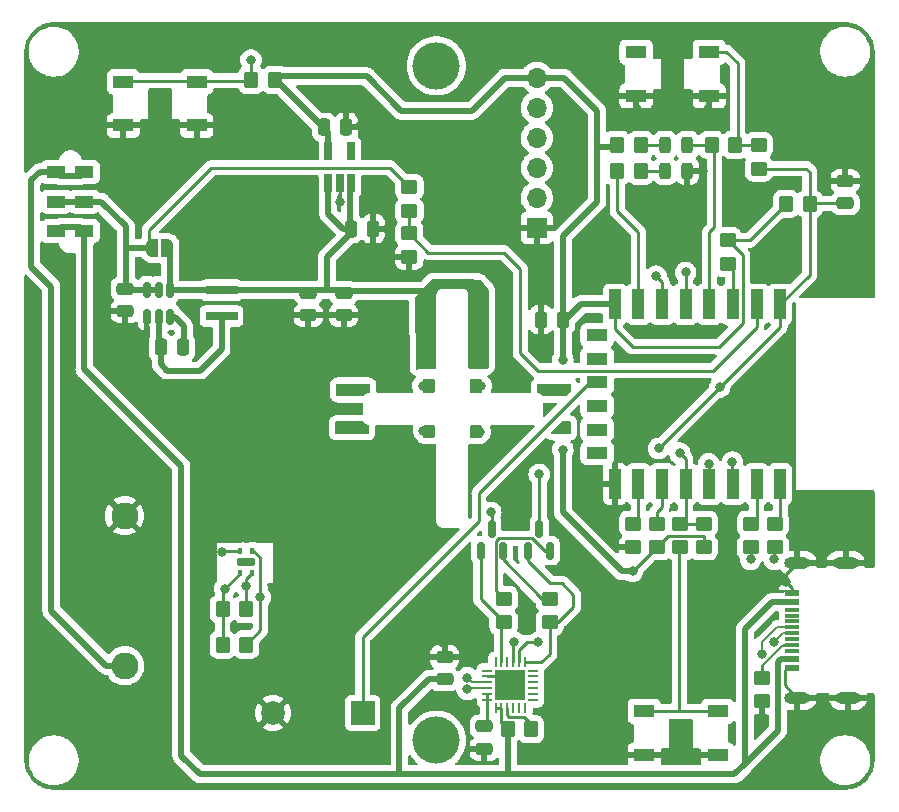
<source format=gtl>
%TF.GenerationSoftware,KiCad,Pcbnew,(6.0.6)*%
%TF.CreationDate,2022-12-01T22:03:14+01:00*%
%TF.ProjectId,Arbolito,4172626f-6c69-4746-9f2e-6b696361645f,rev?*%
%TF.SameCoordinates,Original*%
%TF.FileFunction,Copper,L1,Top*%
%TF.FilePolarity,Positive*%
%FSLAX46Y46*%
G04 Gerber Fmt 4.6, Leading zero omitted, Abs format (unit mm)*
G04 Created by KiCad (PCBNEW (6.0.6)) date 2022-12-01 22:03:14*
%MOMM*%
%LPD*%
G01*
G04 APERTURE LIST*
G04 Aperture macros list*
%AMRoundRect*
0 Rectangle with rounded corners*
0 $1 Rounding radius*
0 $2 $3 $4 $5 $6 $7 $8 $9 X,Y pos of 4 corners*
0 Add a 4 corners polygon primitive as box body*
4,1,4,$2,$3,$4,$5,$6,$7,$8,$9,$2,$3,0*
0 Add four circle primitives for the rounded corners*
1,1,$1+$1,$2,$3*
1,1,$1+$1,$4,$5*
1,1,$1+$1,$6,$7*
1,1,$1+$1,$8,$9*
0 Add four rect primitives between the rounded corners*
20,1,$1+$1,$2,$3,$4,$5,0*
20,1,$1+$1,$4,$5,$6,$7,0*
20,1,$1+$1,$6,$7,$8,$9,0*
20,1,$1+$1,$8,$9,$2,$3,0*%
%AMFreePoly0*
4,1,22,0.500000,-0.750000,0.000000,-0.750000,0.000000,-0.745033,-0.079941,-0.743568,-0.215256,-0.701293,-0.333266,-0.622738,-0.424486,-0.514219,-0.481581,-0.384460,-0.499164,-0.250000,-0.500000,-0.250000,-0.500000,0.250000,-0.499164,0.250000,-0.499963,0.256109,-0.478152,0.396186,-0.417904,0.524511,-0.324060,0.630769,-0.204165,0.706417,-0.067858,0.745374,0.000000,0.744959,0.000000,0.750000,
0.500000,0.750000,0.500000,-0.750000,0.500000,-0.750000,$1*%
%AMFreePoly1*
4,1,20,0.000000,0.744959,0.073905,0.744508,0.209726,0.703889,0.328688,0.626782,0.421226,0.519385,0.479903,0.390333,0.500000,0.250000,0.500000,-0.250000,0.499851,-0.262216,0.476331,-0.402017,0.414519,-0.529596,0.319384,-0.634700,0.198574,-0.708877,0.061801,-0.746166,0.000000,-0.745033,0.000000,-0.750000,-0.500000,-0.750000,-0.500000,0.750000,0.000000,0.750000,0.000000,0.744959,
0.000000,0.744959,$1*%
G04 Aperture macros list end*
%TA.AperFunction,SMDPad,CuDef*%
%ADD10RoundRect,0.250000X-0.475000X0.250000X-0.475000X-0.250000X0.475000X-0.250000X0.475000X0.250000X0*%
%TD*%
%TA.AperFunction,SMDPad,CuDef*%
%ADD11RoundRect,0.250000X-0.450000X0.350000X-0.450000X-0.350000X0.450000X-0.350000X0.450000X0.350000X0*%
%TD*%
%TA.AperFunction,SMDPad,CuDef*%
%ADD12RoundRect,0.243750X0.243750X0.456250X-0.243750X0.456250X-0.243750X-0.456250X0.243750X-0.456250X0*%
%TD*%
%TA.AperFunction,SMDPad,CuDef*%
%ADD13RoundRect,0.250000X0.475000X-0.250000X0.475000X0.250000X-0.475000X0.250000X-0.475000X-0.250000X0*%
%TD*%
%TA.AperFunction,SMDPad,CuDef*%
%ADD14RoundRect,0.250000X0.350000X0.450000X-0.350000X0.450000X-0.350000X-0.450000X0.350000X-0.450000X0*%
%TD*%
%TA.AperFunction,SMDPad,CuDef*%
%ADD15RoundRect,0.250000X0.450000X-0.350000X0.450000X0.350000X-0.450000X0.350000X-0.450000X-0.350000X0*%
%TD*%
%TA.AperFunction,SMDPad,CuDef*%
%ADD16R,1.600000X1.000000*%
%TD*%
%TA.AperFunction,SMDPad,CuDef*%
%ADD17FreePoly0,0.000000*%
%TD*%
%TA.AperFunction,SMDPad,CuDef*%
%ADD18FreePoly1,0.000000*%
%TD*%
%TA.AperFunction,SMDPad,CuDef*%
%ADD19RoundRect,0.150000X0.150000X-0.587500X0.150000X0.587500X-0.150000X0.587500X-0.150000X-0.587500X0*%
%TD*%
%TA.AperFunction,SMDPad,CuDef*%
%ADD20R,2.700000X0.800000*%
%TD*%
%TA.AperFunction,SMDPad,CuDef*%
%ADD21RoundRect,0.250000X-0.250000X-0.475000X0.250000X-0.475000X0.250000X0.475000X-0.250000X0.475000X0*%
%TD*%
%TA.AperFunction,SMDPad,CuDef*%
%ADD22RoundRect,0.250000X-0.350000X-0.450000X0.350000X-0.450000X0.350000X0.450000X-0.350000X0.450000X0*%
%TD*%
%TA.AperFunction,SMDPad,CuDef*%
%ADD23RoundRect,0.087500X0.087500X-0.187500X0.087500X0.187500X-0.087500X0.187500X-0.087500X-0.187500X0*%
%TD*%
%TA.AperFunction,SMDPad,CuDef*%
%ADD24RoundRect,0.175000X0.625000X-0.175000X0.625000X0.175000X-0.625000X0.175000X-0.625000X-0.175000X0*%
%TD*%
%TA.AperFunction,SMDPad,CuDef*%
%ADD25R,1.000000X2.500000*%
%TD*%
%TA.AperFunction,SMDPad,CuDef*%
%ADD26R,1.800000X1.000000*%
%TD*%
%TA.AperFunction,SMDPad,CuDef*%
%ADD27R,0.650000X1.560000*%
%TD*%
%TA.AperFunction,SMDPad,CuDef*%
%ADD28RoundRect,0.062500X-0.350000X-0.062500X0.350000X-0.062500X0.350000X0.062500X-0.350000X0.062500X0*%
%TD*%
%TA.AperFunction,SMDPad,CuDef*%
%ADD29RoundRect,0.062500X-0.062500X-0.350000X0.062500X-0.350000X0.062500X0.350000X-0.062500X0.350000X0*%
%TD*%
%TA.AperFunction,SMDPad,CuDef*%
%ADD30R,2.600000X2.600000*%
%TD*%
%TA.AperFunction,SMDPad,CuDef*%
%ADD31R,1.160000X0.600000*%
%TD*%
%TA.AperFunction,SMDPad,CuDef*%
%ADD32R,1.160000X0.300000*%
%TD*%
%TA.AperFunction,ComponentPad*%
%ADD33O,2.200000X1.000000*%
%TD*%
%TA.AperFunction,SMDPad,CuDef*%
%ADD34R,1.800000X1.100000*%
%TD*%
%TA.AperFunction,ComponentPad*%
%ADD35R,2.000000X2.000000*%
%TD*%
%TA.AperFunction,ComponentPad*%
%ADD36C,2.000000*%
%TD*%
%TA.AperFunction,ComponentPad*%
%ADD37R,1.700000X1.700000*%
%TD*%
%TA.AperFunction,ComponentPad*%
%ADD38O,1.700000X1.700000*%
%TD*%
%TA.AperFunction,SMDPad,CuDef*%
%ADD39RoundRect,0.150000X-0.150000X0.512500X-0.150000X-0.512500X0.150000X-0.512500X0.150000X0.512500X0*%
%TD*%
%TA.AperFunction,ComponentPad*%
%ADD40C,2.286000*%
%TD*%
%TA.AperFunction,ComponentPad*%
%ADD41C,4.000000*%
%TD*%
%TA.AperFunction,ViaPad*%
%ADD42C,0.800000*%
%TD*%
%TA.AperFunction,Conductor*%
%ADD43C,0.500000*%
%TD*%
%TA.AperFunction,Conductor*%
%ADD44C,0.250000*%
%TD*%
%TA.AperFunction,Conductor*%
%ADD45C,0.200000*%
%TD*%
G04 APERTURE END LIST*
D10*
%TO.P,C7,1*%
%TO.N,+5V*%
X132540000Y-85410000D03*
%TO.P,C7,2*%
%TO.N,GND*%
X132540000Y-87310000D03*
%TD*%
D11*
%TO.P,R21,1*%
%TO.N,VCC*%
X138110000Y-76470000D03*
%TO.P,R21,2*%
%TO.N,/VBATT*%
X138110000Y-78470000D03*
%TD*%
D10*
%TO.P,C4,1*%
%TO.N,Net-(U2-Pad5)*%
X144440000Y-122140000D03*
%TO.P,C4,2*%
%TO.N,GND*%
X144440000Y-124040000D03*
%TD*%
D12*
%TO.P,D2,1,K*%
%TO.N,/GPIO16*%
X161637500Y-72900000D03*
%TO.P,D2,2,A*%
%TO.N,Net-(D2-Pad2)*%
X159762500Y-72900000D03*
%TD*%
D10*
%TO.P,C3,1*%
%TO.N,VCC*%
X114040000Y-85060000D03*
%TO.P,C3,2*%
%TO.N,GND*%
X114040000Y-86960000D03*
%TD*%
D13*
%TO.P,C5,1*%
%TO.N,VBUS*%
X141090000Y-118160000D03*
%TO.P,C5,2*%
%TO.N,GND*%
X141090000Y-116260000D03*
%TD*%
D14*
%TO.P,R2,1*%
%TO.N,Net-(R2-Pad1)*%
X148420000Y-122360000D03*
%TO.P,R2,2*%
%TO.N,VBUS*%
X146420000Y-122360000D03*
%TD*%
%TO.P,R15,1*%
%TO.N,Net-(D2-Pad2)*%
X157700000Y-72900000D03*
%TO.P,R15,2*%
%TO.N,+3.3V*%
X155700000Y-72900000D03*
%TD*%
D12*
%TO.P,D1,1,K*%
%TO.N,GND*%
X161637500Y-75100000D03*
%TO.P,D1,2,A*%
%TO.N,Net-(D1-Pad2)*%
X159762500Y-75100000D03*
%TD*%
D10*
%TO.P,C9,1*%
%TO.N,+5V*%
X129540000Y-85410000D03*
%TO.P,C9,2*%
%TO.N,GND*%
X129540000Y-87310000D03*
%TD*%
D11*
%TO.P,R1,1*%
%TO.N,Net-(P1-PadA5)*%
X168000000Y-118000000D03*
%TO.P,R1,2*%
%TO.N,GND*%
X168000000Y-120000000D03*
%TD*%
D15*
%TO.P,R8,1*%
%TO.N,+3.3V*%
X159046000Y-106970000D03*
%TO.P,R8,2*%
%TO.N,/GPIO2*%
X159046000Y-104970000D03*
%TD*%
D16*
%TO.P,SW1,1,A*%
%TO.N,VBUS*%
X108200000Y-80200000D03*
X110600000Y-80200000D03*
%TO.P,SW1,2,B*%
%TO.N,VCC*%
X108200000Y-77700000D03*
X110600000Y-77700000D03*
%TO.P,SW1,3,C*%
%TO.N,Net-(J1-Pad2)*%
X108200000Y-75200000D03*
X110600000Y-75200000D03*
%TD*%
D17*
%TO.P,JP1,1,A*%
%TO.N,VCC*%
X116310000Y-81630000D03*
D18*
%TO.P,JP1,2,B*%
%TO.N,+5V*%
X117610000Y-81630000D03*
%TD*%
D19*
%TO.P,Q1,1,E*%
%TO.N,Net-(Q1-Pad1)*%
X144146000Y-107257500D03*
%TO.P,Q1,2,B*%
%TO.N,Net-(Q1-Pad2)*%
X146046000Y-107257500D03*
%TO.P,Q1,3,C*%
%TO.N,/GPIO0*%
X145096000Y-105382500D03*
%TD*%
D20*
%TO.P,L1,1,1*%
%TO.N,Net-(C6-Pad1)*%
X122200000Y-87400000D03*
%TO.P,L1,2,2*%
%TO.N,+5V*%
X122200000Y-85200000D03*
%TD*%
D21*
%TO.P,C1,1*%
%TO.N,+5V*%
X133150000Y-80000000D03*
%TO.P,C1,2*%
%TO.N,GND*%
X135050000Y-80000000D03*
%TD*%
D14*
%TO.P,R14,1*%
%TO.N,/SCL*%
X124300000Y-112200000D03*
%TO.P,R14,2*%
%TO.N,+3.3V*%
X122300000Y-112200000D03*
%TD*%
D15*
%TO.P,R18,1*%
%TO.N,GND*%
X157046000Y-106970000D03*
%TO.P,R18,2*%
%TO.N,/GPIO15*%
X157046000Y-104970000D03*
%TD*%
D22*
%TO.P,R10,1*%
%TO.N,+3.3V*%
X170000000Y-77900000D03*
%TO.P,R10,2*%
%TO.N,/nRST*%
X172000000Y-77900000D03*
%TD*%
D15*
%TO.P,R7,1*%
%TO.N,+3.3V*%
X163046000Y-106970000D03*
%TO.P,R7,2*%
%TO.N,/GPIO0*%
X163046000Y-104970000D03*
%TD*%
D14*
%TO.P,R16,1*%
%TO.N,Net-(R16-Pad1)*%
X165700000Y-72900000D03*
%TO.P,R16,2*%
%TO.N,/GPIO16*%
X163700000Y-72900000D03*
%TD*%
D11*
%TO.P,R6,1*%
%TO.N,Net-(Q2-Pad2)*%
X146096000Y-111320000D03*
%TO.P,R6,2*%
%TO.N,Net-(Q1-Pad1)*%
X146096000Y-113320000D03*
%TD*%
D14*
%TO.P,R3,1*%
%TO.N,Net-(D1-Pad2)*%
X157700000Y-75100000D03*
%TO.P,R3,2*%
%TO.N,/LED*%
X155700000Y-75100000D03*
%TD*%
D11*
%TO.P,R20,1*%
%TO.N,/VBATT*%
X138090000Y-80380000D03*
%TO.P,R20,2*%
%TO.N,GND*%
X138090000Y-82380000D03*
%TD*%
D15*
%TO.P,R13,1*%
%TO.N,Net-(R13-Pad1)*%
X161046000Y-106970000D03*
%TO.P,R13,2*%
%TO.N,/GPIO0*%
X161046000Y-104970000D03*
%TD*%
D23*
%TO.P,U5,1,VDD*%
%TO.N,+3.3V*%
X123800000Y-109125000D03*
%TO.P,U5,2,SCL*%
%TO.N,/SCL*%
X124800000Y-109125000D03*
%TO.P,U5,3,SDA*%
%TO.N,/SDA*%
X124800000Y-107275000D03*
%TO.P,U5,4,VSS*%
%TO.N,GND*%
X123800000Y-107275000D03*
D24*
%TO.P,U5,5,NC*%
%TO.N,unconnected-(U5-Pad5)*%
X124300000Y-108200000D03*
%TD*%
D25*
%TO.P,U4,1,~{RST}*%
%TO.N,/nRST*%
X169500000Y-86400000D03*
%TO.P,U4,2,ADC*%
%TO.N,/VBATT*%
X167500000Y-86400000D03*
%TO.P,U4,3,EN*%
%TO.N,/EN*%
X165500000Y-86400000D03*
%TO.P,U4,4,GPIO16*%
%TO.N,/GPIO16*%
X163500000Y-86400000D03*
%TO.P,U4,5,GPIO14*%
%TO.N,/Boton*%
X161500000Y-86400000D03*
%TO.P,U4,6,GPIO12*%
%TO.N,/DIN*%
X159500000Y-86400000D03*
%TO.P,U4,7,GPIO13*%
%TO.N,/LED*%
X157500000Y-86400000D03*
%TO.P,U4,8,VCC*%
%TO.N,+3.3V*%
X155500000Y-86400000D03*
D26*
%TO.P,U4,9,CS0*%
%TO.N,unconnected-(U4-Pad9)*%
X154000000Y-89000000D03*
%TO.P,U4,10,MISO*%
%TO.N,unconnected-(U4-Pad10)*%
X154000000Y-91000000D03*
%TO.P,U4,11,GPIO9*%
%TO.N,/BUZZER*%
X154000000Y-93000000D03*
%TO.P,U4,12,GPIO10*%
%TO.N,unconnected-(U4-Pad12)*%
X154000000Y-95000000D03*
%TO.P,U4,13,MOSI*%
%TO.N,unconnected-(U4-Pad13)*%
X154000000Y-97000000D03*
%TO.P,U4,14,SCLK*%
%TO.N,unconnected-(U4-Pad14)*%
X154000000Y-99000000D03*
D25*
%TO.P,U4,15,GND*%
%TO.N,GND*%
X155500000Y-101600000D03*
%TO.P,U4,16,GPIO15*%
%TO.N,/GPIO15*%
X157500000Y-101600000D03*
%TO.P,U4,17,GPIO2*%
%TO.N,/GPIO2*%
X159500000Y-101600000D03*
%TO.P,U4,18,GPIO0*%
%TO.N,/GPIO0*%
X161500000Y-101600000D03*
%TO.P,U4,19,GPIO4*%
%TO.N,/SDA*%
X163500000Y-101600000D03*
%TO.P,U4,20,GPIO5*%
%TO.N,/SCL*%
X165500000Y-101600000D03*
%TO.P,U4,21,GPIO3/RXD*%
%TO.N,Net-(R12-Pad1)*%
X167500000Y-101600000D03*
%TO.P,U4,22,GPIO1/TXD*%
%TO.N,Net-(R11-Pad1)*%
X169500000Y-101600000D03*
%TD*%
D13*
%TO.P,C10,1*%
%TO.N,/nRST*%
X175000000Y-77850000D03*
%TO.P,C10,2*%
%TO.N,GND*%
X175000000Y-75950000D03*
%TD*%
D27*
%TO.P,U1,1,IN*%
%TO.N,+5V*%
X131250000Y-76150000D03*
%TO.P,U1,2,GND*%
%TO.N,GND*%
X132200000Y-76150000D03*
%TO.P,U1,3,EN*%
%TO.N,+5V*%
X133150000Y-76150000D03*
%TO.P,U1,4*%
%TO.N,N/C*%
X133150000Y-73450000D03*
%TO.P,U1,5,OUT*%
%TO.N,+3.3V*%
X131250000Y-73450000D03*
%TD*%
D11*
%TO.P,R11,1*%
%TO.N,Net-(R11-Pad1)*%
X169046000Y-104970000D03*
%TO.P,R11,2*%
%TO.N,/RX*%
X169046000Y-106970000D03*
%TD*%
D28*
%TO.P,U2,1,~{RI}/CLK*%
%TO.N,unconnected-(U2-Pad1)*%
X144712500Y-117400000D03*
%TO.P,U2,2,GND*%
%TO.N,GND*%
X144712500Y-117900000D03*
%TO.P,U2,3,D+*%
%TO.N,/D+*%
X144712500Y-118400000D03*
%TO.P,U2,4,D-*%
%TO.N,/D-*%
X144712500Y-118900000D03*
%TO.P,U2,5,VIO*%
%TO.N,Net-(U2-Pad5)*%
X144712500Y-119400000D03*
%TO.P,U2,6,VDD*%
X144712500Y-119900000D03*
D29*
%TO.P,U2,7,VREGIN*%
%TO.N,VBUS*%
X145400000Y-120587500D03*
%TO.P,U2,8,VBUS*%
X145900000Y-120587500D03*
%TO.P,U2,9,~{RST}*%
%TO.N,Net-(R2-Pad1)*%
X146400000Y-120587500D03*
%TO.P,U2,10,NC*%
%TO.N,unconnected-(U2-Pad10)*%
X146900000Y-120587500D03*
%TO.P,U2,11,~{WAKEUP}/GPIO.3*%
%TO.N,unconnected-(U2-Pad11)*%
X147400000Y-120587500D03*
%TO.P,U2,12,RS485/GPIO.2*%
%TO.N,unconnected-(U2-Pad12)*%
X147900000Y-120587500D03*
D28*
%TO.P,U2,13,~{RXT}/GPIO.1*%
%TO.N,unconnected-(U2-Pad13)*%
X148587500Y-119900000D03*
%TO.P,U2,14,~{TXT}/GPIO.0*%
%TO.N,unconnected-(U2-Pad14)*%
X148587500Y-119400000D03*
%TO.P,U2,15,~{SUSPEND}*%
%TO.N,unconnected-(U2-Pad15)*%
X148587500Y-118900000D03*
%TO.P,U2,16,NC*%
%TO.N,unconnected-(U2-Pad16)*%
X148587500Y-118400000D03*
%TO.P,U2,17,SUSPEND*%
%TO.N,unconnected-(U2-Pad17)*%
X148587500Y-117900000D03*
%TO.P,U2,18,~{CTS}*%
%TO.N,unconnected-(U2-Pad18)*%
X148587500Y-117400000D03*
D29*
%TO.P,U2,19,~{RTS}*%
%TO.N,Net-(Q2-Pad1)*%
X147900000Y-116712500D03*
%TO.P,U2,20,RXD*%
%TO.N,/RX*%
X147400000Y-116712500D03*
%TO.P,U2,21,TXD*%
%TO.N,/TX*%
X146900000Y-116712500D03*
%TO.P,U2,22,~{DSR}*%
%TO.N,unconnected-(U2-Pad22)*%
X146400000Y-116712500D03*
%TO.P,U2,23,~{DTR}*%
%TO.N,Net-(Q1-Pad1)*%
X145900000Y-116712500D03*
%TO.P,U2,24,~{DCD}*%
%TO.N,unconnected-(U2-Pad24)*%
X145400000Y-116712500D03*
D30*
%TO.P,U2,25,GND*%
%TO.N,GND*%
X146650000Y-118650000D03*
%TD*%
D14*
%TO.P,R4,1*%
%TO.N,+3.3V*%
X126700000Y-67400000D03*
%TO.P,R4,2*%
%TO.N,/Boton*%
X124700000Y-67400000D03*
%TD*%
%TO.P,R17,1*%
%TO.N,/SDA*%
X124300000Y-115200000D03*
%TO.P,R17,2*%
%TO.N,+3.3V*%
X122300000Y-115200000D03*
%TD*%
D31*
%TO.P,P1,A1,GND*%
%TO.N,GND*%
X170490000Y-117200000D03*
%TO.P,P1,A4,VBUS*%
%TO.N,VBUS*%
X170490000Y-116400000D03*
D32*
%TO.P,P1,A5,CC*%
%TO.N,Net-(P1-PadA5)*%
X170490000Y-115250000D03*
%TO.P,P1,A6,D+*%
%TO.N,/D+*%
X170490000Y-114250000D03*
%TO.P,P1,A7,D-*%
%TO.N,/D-*%
X170490000Y-113750000D03*
%TO.P,P1,A8*%
%TO.N,N/C*%
X170490000Y-112750000D03*
D31*
%TO.P,P1,A9,VBUS*%
%TO.N,VBUS*%
X170490000Y-111600000D03*
%TO.P,P1,A12,GND*%
%TO.N,GND*%
X170490000Y-110800000D03*
%TO.P,P1,B1,GND*%
X170490000Y-110800000D03*
%TO.P,P1,B4,VBUS*%
%TO.N,VBUS*%
X170490000Y-111600000D03*
D32*
%TO.P,P1,B5,VCONN*%
%TO.N,unconnected-(P1-PadB5)*%
X170490000Y-112250000D03*
%TO.P,P1,B6*%
%TO.N,N/C*%
X170490000Y-113250000D03*
%TO.P,P1,B7*%
X170490000Y-114750000D03*
%TO.P,P1,B8*%
X170490000Y-115750000D03*
D31*
%TO.P,P1,B9,VBUS*%
%TO.N,VBUS*%
X170490000Y-116400000D03*
%TO.P,P1,B12,GND*%
%TO.N,GND*%
X170490000Y-117200000D03*
D33*
%TO.P,P1,S1,SHIELD*%
X175032000Y-108275019D03*
X170964308Y-108285000D03*
X170964308Y-119732365D03*
X175240000Y-119715000D03*
%TD*%
D34*
%TO.P,SW2,1,1*%
%TO.N,/Boton*%
X113900000Y-67550000D03*
X120100000Y-67550000D03*
%TO.P,SW2,2,2*%
%TO.N,GND*%
X120100000Y-71250000D03*
X113900000Y-71250000D03*
%TD*%
D35*
%TO.P,BZ1,1,-*%
%TO.N,/BUZZER*%
X134150000Y-121000000D03*
D36*
%TO.P,BZ1,2,+*%
%TO.N,GND*%
X126550000Y-121000000D03*
%TD*%
D21*
%TO.P,C8,1*%
%TO.N,GND*%
X149250000Y-87700000D03*
%TO.P,C8,2*%
%TO.N,+3.3V*%
X151150000Y-87700000D03*
%TD*%
D11*
%TO.P,R9,1*%
%TO.N,+3.3V*%
X165046000Y-80970000D03*
%TO.P,R9,2*%
%TO.N,/EN*%
X165046000Y-82970000D03*
%TD*%
D37*
%TO.P,J2,1,Pin_1*%
%TO.N,GND*%
X148900000Y-79900000D03*
D38*
%TO.P,J2,2,Pin_2*%
%TO.N,/GPIO0*%
X148900000Y-77360000D03*
%TO.P,J2,3,Pin_3*%
%TO.N,/nRST*%
X148900000Y-74820000D03*
%TO.P,J2,4,Pin_4*%
%TO.N,/TX*%
X148900000Y-72280000D03*
%TO.P,J2,5,Pin_5*%
%TO.N,/RX*%
X148900000Y-69740000D03*
%TO.P,J2,6,Pin_6*%
%TO.N,+3.3V*%
X148900000Y-67200000D03*
%TD*%
D34*
%TO.P,SW3,1,1*%
%TO.N,Net-(R13-Pad1)*%
X164200000Y-120850000D03*
X158000000Y-120850000D03*
%TO.P,SW3,2,2*%
%TO.N,GND*%
X158000000Y-124550000D03*
X164200000Y-124550000D03*
%TD*%
D11*
%TO.P,R19,1*%
%TO.N,Net-(R16-Pad1)*%
X167700000Y-72900000D03*
%TO.P,R19,2*%
%TO.N,/nRST*%
X167700000Y-74900000D03*
%TD*%
%TO.P,R12,1*%
%TO.N,Net-(R12-Pad1)*%
X167046000Y-104970000D03*
%TO.P,R12,2*%
%TO.N,/TX*%
X167046000Y-106970000D03*
%TD*%
D21*
%TO.P,C6,1*%
%TO.N,Net-(C6-Pad1)*%
X117040000Y-90010000D03*
%TO.P,C6,2*%
%TO.N,Net-(C6-Pad2)*%
X118940000Y-90010000D03*
%TD*%
D39*
%TO.P,U3,1,FB*%
%TO.N,+5V*%
X117816000Y-85162500D03*
%TO.P,U3,2,EN*%
%TO.N,VCC*%
X116866000Y-85162500D03*
%TO.P,U3,3,IN*%
X115916000Y-85162500D03*
%TO.P,U3,4,GND*%
%TO.N,GND*%
X115916000Y-87437500D03*
%TO.P,U3,5,SW*%
%TO.N,Net-(C6-Pad1)*%
X116866000Y-87437500D03*
%TO.P,U3,6,BST*%
%TO.N,Net-(C6-Pad2)*%
X117816000Y-87437500D03*
%TD*%
D21*
%TO.P,C2,1*%
%TO.N,+3.3V*%
X130850000Y-71400000D03*
%TO.P,C2,2*%
%TO.N,GND*%
X132750000Y-71400000D03*
%TD*%
D11*
%TO.P,R5,1*%
%TO.N,Net-(Q1-Pad2)*%
X150000000Y-111320000D03*
%TO.P,R5,2*%
%TO.N,Net-(Q2-Pad1)*%
X150000000Y-113320000D03*
%TD*%
D34*
%TO.P,SW4,1,1*%
%TO.N,Net-(R16-Pad1)*%
X163500000Y-65050000D03*
X157300000Y-65050000D03*
%TO.P,SW4,2,2*%
%TO.N,GND*%
X163500000Y-68750000D03*
X157300000Y-68750000D03*
%TD*%
D19*
%TO.P,Q2,1,E*%
%TO.N,Net-(Q2-Pad1)*%
X148146000Y-107257500D03*
%TO.P,Q2,2,B*%
%TO.N,Net-(Q2-Pad2)*%
X150046000Y-107257500D03*
%TO.P,Q2,3,C*%
%TO.N,/nRST*%
X149096000Y-105382500D03*
%TD*%
D40*
%TO.P,J1,1,Pin_1*%
%TO.N,GND*%
X114000000Y-104300000D03*
%TO.P,J1,2,Pin_2*%
%TO.N,Net-(J1-Pad2)*%
X114000000Y-117000000D03*
D41*
%TO.P,J1,3*%
%TO.N,N/C*%
X140400000Y-123300000D03*
X140400000Y-66200000D03*
%TD*%
D42*
%TO.N,GND*%
X163390000Y-88790000D03*
X168090000Y-94890000D03*
X155000000Y-104000000D03*
X140980000Y-115030000D03*
X132200000Y-77700000D03*
X167900000Y-121400000D03*
X157400000Y-69900000D03*
X146200000Y-119200000D03*
X129000000Y-89000000D03*
X156500000Y-117700000D03*
X170000000Y-109900000D03*
X133900000Y-71300000D03*
X163000000Y-75100000D03*
X132000000Y-89000000D03*
X146100000Y-117950000D03*
X145600000Y-98700000D03*
X147350000Y-119200000D03*
X136200000Y-80000000D03*
X162600000Y-117500000D03*
X147300000Y-117950000D03*
X137470000Y-118150000D03*
X144450000Y-124060000D03*
X164600000Y-96050000D03*
X163400000Y-69900000D03*
X122254000Y-107329500D03*
%TO.N,+3.3V*%
X157000000Y-109000000D03*
X151100000Y-91100000D03*
X151100000Y-98700000D03*
X122462500Y-110462500D03*
%TO.N,/nRST*%
X159200000Y-98600000D03*
X149100000Y-100800000D03*
X164400000Y-93400000D03*
%TO.N,/D+*%
X143000000Y-118000000D03*
X169000000Y-115000000D03*
%TO.N,/D-*%
X168000000Y-116000000D03*
X143000000Y-119000000D03*
%TO.N,/GPIO0*%
X161000000Y-99000000D03*
X145000000Y-104000000D03*
%TO.N,/RX*%
X149000000Y-115000000D03*
X169000000Y-108000000D03*
%TO.N,/TX*%
X167000000Y-108000000D03*
X147000000Y-115000000D03*
%TO.N,Net-(R16-Pad1)*%
X163500000Y-65100000D03*
X157300000Y-65000000D03*
%TO.N,/SCL*%
X165450000Y-99750000D03*
X124254000Y-110230000D03*
%TO.N,/SDA*%
X125500000Y-111200000D03*
X163446991Y-99893982D03*
%TO.N,/DIN*%
X159000000Y-84000000D03*
X144100000Y-97200000D03*
X144200000Y-93300000D03*
X139250000Y-93300000D03*
X139300000Y-97100000D03*
%TO.N,/Boton*%
X124700000Y-65700000D03*
X161500000Y-83700000D03*
%TD*%
D43*
%TO.N,+5V*%
X133100000Y-77800000D02*
X133100000Y-79400000D01*
X117816000Y-81836000D02*
X117610000Y-81630000D01*
X133050000Y-76760000D02*
X133100000Y-76810000D01*
X117816000Y-85162500D02*
X117816000Y-81836000D01*
X131100000Y-85200000D02*
X132330000Y-85200000D01*
X132700000Y-85250000D02*
X139700000Y-85250000D01*
X132500000Y-80000000D02*
X131250000Y-78750000D01*
X133100000Y-76810000D02*
X133100000Y-77800000D01*
X132330000Y-85200000D02*
X132540000Y-85410000D01*
X131100000Y-82400000D02*
X131100000Y-85200000D01*
X117816000Y-85162500D02*
X122162500Y-85162500D01*
X133150000Y-80000000D02*
X132500000Y-80000000D01*
X122162500Y-85162500D02*
X122200000Y-85200000D01*
X131250000Y-78750000D02*
X131250000Y-76150000D01*
X133100000Y-79400000D02*
X133050000Y-79450000D01*
X131100000Y-82400000D02*
X133050000Y-80450000D01*
X122200000Y-85200000D02*
X131100000Y-85200000D01*
X132540000Y-85410000D02*
X132700000Y-85250000D01*
X139700000Y-85250000D02*
X140200000Y-84750000D01*
D44*
%TO.N,GND*%
X169900000Y-118668057D02*
X170964308Y-119732365D01*
X170490000Y-110390000D02*
X170000000Y-109900000D01*
X170490000Y-110800000D02*
X170490000Y-110390000D01*
X170000000Y-109900000D02*
X170000000Y-109249308D01*
X145900000Y-117900000D02*
X144712500Y-117900000D01*
X122308500Y-107275000D02*
X123800000Y-107275000D01*
X122254000Y-107329500D02*
X122308500Y-107275000D01*
X170100000Y-117200000D02*
X169900000Y-117400000D01*
X170000000Y-109249308D02*
X170964308Y-108285000D01*
X146650000Y-118650000D02*
X145900000Y-117900000D01*
X170490000Y-117200000D02*
X170100000Y-117200000D01*
X132200000Y-77700000D02*
X132200000Y-76150000D01*
X169900000Y-117400000D02*
X169900000Y-118668057D01*
%TO.N,+3.3V*%
X155500000Y-88500000D02*
X155500000Y-86400000D01*
D43*
X148900000Y-67200000D02*
X146200000Y-67200000D01*
X155500000Y-73100000D02*
X155700000Y-72900000D01*
X156100000Y-109000000D02*
X157000000Y-109000000D01*
X151100000Y-104000000D02*
X156100000Y-109000000D01*
X137400000Y-70000000D02*
X134500000Y-67100000D01*
X130800000Y-71400000D02*
X130850000Y-71400000D01*
D44*
X160016000Y-106000000D02*
X163000000Y-106000000D01*
X122300000Y-112200000D02*
X122300000Y-115200000D01*
X157000000Y-109000000D02*
X159030000Y-106970000D01*
D43*
X131250000Y-71800000D02*
X130850000Y-71400000D01*
X126700000Y-67400000D02*
X126800000Y-67400000D01*
X148900000Y-67200000D02*
X151200000Y-67200000D01*
X151100000Y-82900000D02*
X151100000Y-91100000D01*
D44*
X165046000Y-80970000D02*
X166325000Y-82249000D01*
D43*
X154000000Y-77700000D02*
X151100000Y-80600000D01*
D44*
X122300000Y-110625000D02*
X122300000Y-112200000D01*
D43*
X126800000Y-67400000D02*
X130800000Y-71400000D01*
X151100000Y-91100000D02*
X151100000Y-87900000D01*
X152600000Y-86400000D02*
X155500000Y-86400000D01*
D44*
X166930000Y-80970000D02*
X170000000Y-77900000D01*
D43*
X151100000Y-87900000D02*
X152600000Y-86400000D01*
D44*
X123800000Y-109125000D02*
X122462500Y-110462500D01*
X157000000Y-90000000D02*
X155500000Y-88500000D01*
X159030000Y-106970000D02*
X159046000Y-106970000D01*
D43*
X146200000Y-67200000D02*
X143400000Y-70000000D01*
X154000000Y-73100000D02*
X154000000Y-77700000D01*
X143400000Y-70000000D02*
X137400000Y-70000000D01*
D44*
X165046000Y-80970000D02*
X166930000Y-80970000D01*
D43*
X151100000Y-80600000D02*
X151100000Y-83000000D01*
D44*
X166325000Y-87975000D02*
X164300000Y-90000000D01*
D43*
X131250000Y-73450000D02*
X131250000Y-71800000D01*
D44*
X166325000Y-82249000D02*
X166325000Y-87975000D01*
X164300000Y-90000000D02*
X157000000Y-90000000D01*
D43*
X151200000Y-67200000D02*
X154000000Y-70000000D01*
X154000000Y-70000000D02*
X154000000Y-73100000D01*
D44*
X163000000Y-106000000D02*
X163046000Y-106046000D01*
X159046000Y-106970000D02*
X160016000Y-106000000D01*
X163046000Y-106046000D02*
X163046000Y-106970000D01*
D43*
X151100000Y-98700000D02*
X151100000Y-104000000D01*
X134500000Y-67100000D02*
X127000000Y-67100000D01*
X154000000Y-73100000D02*
X155500000Y-73100000D01*
D44*
X122462500Y-110462500D02*
X122300000Y-110625000D01*
%TO.N,VCC*%
X116070000Y-81390000D02*
X116310000Y-81630000D01*
D43*
X114142500Y-85162500D02*
X116866000Y-85162500D01*
X116280000Y-81600000D02*
X116310000Y-81630000D01*
X108200000Y-77700000D02*
X112000000Y-77700000D01*
D44*
X136470000Y-74830000D02*
X121350000Y-74830000D01*
D43*
X114100000Y-81600000D02*
X114100000Y-85000000D01*
D44*
X138110000Y-76470000D02*
X136470000Y-74830000D01*
X121350000Y-74830000D02*
X116070000Y-80110000D01*
D43*
X114100000Y-81600000D02*
X116280000Y-81600000D01*
X114040000Y-85060000D02*
X114142500Y-85162500D01*
X112000000Y-77700000D02*
X114100000Y-79800000D01*
D44*
X116070000Y-80110000D02*
X116070000Y-81390000D01*
D43*
X114100000Y-85000000D02*
X114040000Y-85060000D01*
X114100000Y-79800000D02*
X114100000Y-81600000D01*
D44*
%TO.N,Net-(U2-Pad5)*%
X144712500Y-121867500D02*
X144440000Y-122140000D01*
X144712500Y-119900000D02*
X144712500Y-121867500D01*
X144712500Y-119900000D02*
X144712500Y-119400000D01*
D43*
%TO.N,Net-(C6-Pad2)*%
X119000000Y-89950000D02*
X118940000Y-90010000D01*
X117816000Y-87437500D02*
X118237500Y-87437500D01*
X118237500Y-87437500D02*
X119000000Y-88200000D01*
X119000000Y-88200000D02*
X119000000Y-89950000D01*
D44*
%TO.N,/nRST*%
X169500000Y-88300000D02*
X169500000Y-86400000D01*
X172000000Y-75200000D02*
X172000000Y-77900000D01*
X172000000Y-75200000D02*
X171700000Y-74900000D01*
X172000000Y-83900000D02*
X169500000Y-86400000D01*
X164400000Y-93400000D02*
X169500000Y-88300000D01*
X175000000Y-77850000D02*
X172050000Y-77850000D01*
X159200000Y-98600000D02*
X164400000Y-93400000D01*
X172000000Y-83900000D02*
X172000000Y-77900000D01*
X149096000Y-100804000D02*
X149096000Y-105382500D01*
X172050000Y-77850000D02*
X172000000Y-77900000D01*
X149100000Y-100800000D02*
X149096000Y-100804000D01*
X171700000Y-74900000D02*
X167700000Y-74900000D01*
%TO.N,/GPIO16*%
X163500000Y-80300000D02*
X163500000Y-86400000D01*
X161637500Y-72900000D02*
X163700000Y-72900000D01*
X163937500Y-79862500D02*
X163500000Y-80300000D01*
X163937500Y-79862500D02*
X163937500Y-73137500D01*
X163937500Y-73137500D02*
X163700000Y-72900000D01*
%TO.N,Net-(D1-Pad2)*%
X157700000Y-75100000D02*
X159762500Y-75100000D01*
%TO.N,Net-(P1-PadA5)*%
X168000000Y-117000000D02*
X168000000Y-118000000D01*
X170490000Y-115250000D02*
X170465000Y-115275000D01*
X170465000Y-115275000D02*
X169725000Y-115275000D01*
D45*
X169725000Y-115275000D02*
X168000000Y-117000000D01*
%TO.N,/D+*%
X169750000Y-114250000D02*
X169000000Y-115000000D01*
X143000000Y-118000000D02*
X143400000Y-118400000D01*
X170490000Y-114250000D02*
X169750000Y-114250000D01*
X143400000Y-118400000D02*
X144712500Y-118400000D01*
%TO.N,/D-*%
X144712500Y-118900000D02*
X143100000Y-118900000D01*
X169260050Y-113750000D02*
X170490000Y-113750000D01*
X168000000Y-116000000D02*
X168000000Y-115010050D01*
X168000000Y-115010050D02*
X169260050Y-113750000D01*
X143100000Y-118900000D02*
X143000000Y-119000000D01*
D44*
%TO.N,Net-(Q1-Pad1)*%
X145900000Y-116712500D02*
X145900000Y-113516000D01*
X145900000Y-113516000D02*
X146096000Y-113320000D01*
X146096000Y-113320000D02*
X144146000Y-111370000D01*
X144146000Y-111370000D02*
X144146000Y-107257500D01*
%TO.N,Net-(Q1-Pad2)*%
X150000000Y-111320000D02*
X149320000Y-111320000D01*
X146000000Y-108000000D02*
X146000000Y-107303500D01*
X149320000Y-111320000D02*
X146000000Y-108000000D01*
X146000000Y-107303500D02*
X146046000Y-107257500D01*
%TO.N,/GPIO0*%
X145096000Y-105382500D02*
X145096000Y-104096000D01*
X163046000Y-104970000D02*
X161046000Y-104970000D01*
X161500000Y-104516000D02*
X161046000Y-104970000D01*
X161500000Y-101600000D02*
X161500000Y-104516000D01*
X145096000Y-104096000D02*
X145000000Y-104000000D01*
X161000000Y-99000000D02*
X161500000Y-99500000D01*
X161500000Y-99500000D02*
X161500000Y-101600000D01*
%TO.N,Net-(Q2-Pad1)*%
X149287500Y-116712500D02*
X147900000Y-116712500D01*
X150000000Y-110000000D02*
X151000000Y-110000000D01*
X150000000Y-113320000D02*
X150000000Y-116000000D01*
X152000000Y-111000000D02*
X152000000Y-112000000D01*
X150680000Y-113320000D02*
X150000000Y-113320000D01*
X150000000Y-116000000D02*
X149287500Y-116712500D01*
X148146000Y-108146000D02*
X150000000Y-110000000D01*
X148146000Y-107257500D02*
X148146000Y-108146000D01*
X151000000Y-110000000D02*
X152000000Y-111000000D01*
X152000000Y-112000000D02*
X150680000Y-113320000D01*
%TO.N,Net-(Q2-Pad2)*%
X145699249Y-106195000D02*
X148499249Y-106195000D01*
X148499249Y-106195000D02*
X149561749Y-107257500D01*
X146096000Y-111320000D02*
X145421000Y-110645000D01*
X145421000Y-110645000D02*
X145421000Y-106473249D01*
X149561749Y-107257500D02*
X150046000Y-107257500D01*
X145421000Y-106473249D02*
X145699249Y-106195000D01*
%TO.N,Net-(R2-Pad1)*%
X148420000Y-121970000D02*
X148420000Y-122360000D01*
X146400000Y-120587500D02*
X146400000Y-121170000D01*
X146565000Y-121335000D02*
X147785000Y-121335000D01*
X146400000Y-121170000D02*
X146565000Y-121335000D01*
X147785000Y-121335000D02*
X148420000Y-121970000D01*
%TO.N,Net-(R11-Pad1)*%
X169500000Y-104516000D02*
X169046000Y-104970000D01*
X169500000Y-101600000D02*
X169500000Y-104516000D01*
%TO.N,/RX*%
X147400000Y-116712500D02*
X147400000Y-115625305D01*
X169000000Y-107016000D02*
X169046000Y-106970000D01*
X148025305Y-115000000D02*
X149000000Y-115000000D01*
X169000000Y-108000000D02*
X169000000Y-107016000D01*
X147400000Y-115625305D02*
X148025305Y-115000000D01*
%TO.N,Net-(R13-Pad1)*%
X160946000Y-120746000D02*
X161046000Y-120846000D01*
X159542000Y-120850000D02*
X158000000Y-120850000D01*
X159546000Y-120846000D02*
X161046000Y-120846000D01*
X164196000Y-120846000D02*
X164200000Y-120850000D01*
X159546000Y-120846000D02*
X159542000Y-120850000D01*
X160946000Y-107070000D02*
X160946000Y-120746000D01*
X161046000Y-120846000D02*
X164196000Y-120846000D01*
X161046000Y-106970000D02*
X160946000Y-107070000D01*
%TO.N,/TX*%
X146900000Y-116712500D02*
X146900000Y-115100000D01*
X167000000Y-108000000D02*
X167000000Y-107016000D01*
X146900000Y-115100000D02*
X147000000Y-115000000D01*
X167000000Y-107016000D02*
X167046000Y-106970000D01*
%TO.N,/GPIO2*%
X159500000Y-103516000D02*
X159046000Y-103970000D01*
X159500000Y-101600000D02*
X159500000Y-103516000D01*
X159046000Y-103970000D02*
X159046000Y-104970000D01*
%TO.N,/EN*%
X165500000Y-83424000D02*
X165500000Y-86400000D01*
X165046000Y-82970000D02*
X165500000Y-83424000D01*
%TO.N,Net-(R16-Pad1)*%
X167700000Y-72900000D02*
X165700000Y-72900000D01*
X163500000Y-65050000D02*
X164950000Y-65050000D01*
X164950000Y-65050000D02*
X165900000Y-66000000D01*
X165900000Y-66000000D02*
X165900000Y-72700000D01*
X163500000Y-65050000D02*
X163500000Y-65100000D01*
X165900000Y-72700000D02*
X165700000Y-72900000D01*
%TO.N,Net-(R12-Pad1)*%
X167500000Y-104516000D02*
X167046000Y-104970000D01*
X167500000Y-101600000D02*
X167500000Y-104516000D01*
%TO.N,/GPIO15*%
X157500000Y-101600000D02*
X157500000Y-104516000D01*
X157500000Y-104516000D02*
X157046000Y-104970000D01*
%TO.N,/SCL*%
X165450000Y-99750000D02*
X165450000Y-101550000D01*
X165450000Y-101550000D02*
X165500000Y-101600000D01*
X124300000Y-109625000D02*
X124300000Y-112200000D01*
X124800000Y-109125000D02*
X124300000Y-109625000D01*
%TO.N,/SDA*%
X125425000Y-107817893D02*
X125425000Y-110375000D01*
X124882107Y-107275000D02*
X125425000Y-107817893D01*
X125425000Y-110375000D02*
X125500000Y-110450000D01*
X124800000Y-107275000D02*
X124882107Y-107275000D01*
X125500000Y-114000000D02*
X124300000Y-115200000D01*
X125500000Y-110450000D02*
X125500000Y-114000000D01*
X163446991Y-101546991D02*
X163500000Y-101600000D01*
X163446991Y-99893982D02*
X163446991Y-101546991D01*
%TO.N,/DIN*%
X159500000Y-84500000D02*
X159500000Y-86400000D01*
X159000000Y-84000000D02*
X159500000Y-84500000D01*
%TO.N,/Boton*%
X124700000Y-67400000D02*
X124700000Y-65700000D01*
X114000000Y-67450000D02*
X124650000Y-67450000D01*
X113900000Y-67550000D02*
X114000000Y-67450000D01*
X161500000Y-83700000D02*
X161500000Y-86400000D01*
X124650000Y-67450000D02*
X124700000Y-67400000D01*
%TO.N,Net-(D2-Pad2)*%
X159762500Y-72900000D02*
X157700000Y-72900000D01*
%TO.N,/BUZZER*%
X134150000Y-114600000D02*
X134150000Y-121000000D01*
X144000000Y-104750000D02*
X134150000Y-114600000D01*
X144000000Y-102400000D02*
X144000000Y-104750000D01*
X154000000Y-93000000D02*
X153400000Y-93000000D01*
X153400000Y-93000000D02*
X144000000Y-102400000D01*
D43*
%TO.N,Net-(J1-Pad2)*%
X107800000Y-112340000D02*
X112460000Y-117000000D01*
X106100000Y-83200000D02*
X107800000Y-84900000D01*
X108200000Y-75200000D02*
X106800000Y-75200000D01*
X108530000Y-75530000D02*
X108200000Y-75200000D01*
X110600000Y-75200000D02*
X110270000Y-75530000D01*
X107800000Y-84900000D02*
X107800000Y-112340000D01*
X106100000Y-75900000D02*
X106100000Y-83200000D01*
X112460000Y-117000000D02*
X114000000Y-117000000D01*
X110270000Y-75530000D02*
X108530000Y-75530000D01*
X106800000Y-75200000D02*
X106100000Y-75900000D01*
%TO.N,VBUS*%
X137270000Y-120560000D02*
X139730000Y-118100000D01*
X146480000Y-126200000D02*
X137270000Y-126200000D01*
D44*
X145900000Y-120587500D02*
X145400000Y-120587500D01*
D43*
X146480000Y-122420000D02*
X146420000Y-122360000D01*
X169300000Y-122500000D02*
X169300000Y-116700000D01*
D44*
X145900000Y-121840000D02*
X146420000Y-122360000D01*
D43*
X108200000Y-80200000D02*
X108570000Y-79830000D01*
X168800000Y-111600000D02*
X170490000Y-111600000D01*
X169600000Y-116400000D02*
X170490000Y-116400000D01*
X110600000Y-91900000D02*
X110600000Y-80200000D01*
X110230000Y-79830000D02*
X110600000Y-80200000D01*
X165600000Y-126200000D02*
X166500000Y-125300000D01*
X118800000Y-124600000D02*
X118800000Y-100100000D01*
X166500000Y-125300000D02*
X169300000Y-122500000D01*
X139730000Y-118100000D02*
X141030000Y-118100000D01*
X137270000Y-126200000D02*
X120400000Y-126200000D01*
X120400000Y-126200000D02*
X118800000Y-124600000D01*
D44*
X145900000Y-120587500D02*
X145900000Y-121840000D01*
D43*
X118800000Y-100100000D02*
X110600000Y-91900000D01*
X166500000Y-113900000D02*
X168800000Y-111600000D01*
X146480000Y-126200000D02*
X165600000Y-126200000D01*
X169300000Y-116700000D02*
X169600000Y-116400000D01*
X137270000Y-126200000D02*
X137270000Y-120560000D01*
X108570000Y-79830000D02*
X110230000Y-79830000D01*
X166500000Y-125300000D02*
X166500000Y-113900000D01*
X141030000Y-118100000D02*
X141090000Y-118160000D01*
X146480000Y-126200000D02*
X146480000Y-122420000D01*
D44*
%TO.N,/LED*%
X155700000Y-78500000D02*
X157500000Y-80300000D01*
X155700000Y-75100000D02*
X155700000Y-78500000D01*
X157500000Y-80300000D02*
X157500000Y-86400000D01*
%TO.N,/VBATT*%
X138110000Y-80360000D02*
X138090000Y-80380000D01*
X167500000Y-88350000D02*
X163850000Y-92000000D01*
X167500000Y-86400000D02*
X167500000Y-88350000D01*
X148960000Y-92000000D02*
X147500000Y-90540000D01*
X147500000Y-90130000D02*
X147500000Y-83410000D01*
X147500000Y-90550000D02*
X147500000Y-89340000D01*
X146100000Y-82010000D02*
X139720000Y-82010000D01*
X147500000Y-90550000D02*
X147500000Y-90130000D01*
X147500000Y-83410000D02*
X146100000Y-82010000D01*
X138110000Y-78470000D02*
X138110000Y-80360000D01*
X163850000Y-92000000D02*
X148960000Y-92000000D01*
X139720000Y-82010000D02*
X138090000Y-80380000D01*
D43*
%TO.N,Net-(C6-Pad1)*%
X117040000Y-91440000D02*
X117600000Y-92000000D01*
X116866000Y-87437500D02*
X116866000Y-89836000D01*
X116866000Y-89836000D02*
X117040000Y-90010000D01*
X122200000Y-90200000D02*
X122200000Y-87400000D01*
X120400000Y-92000000D02*
X122200000Y-90200000D01*
X117040000Y-90010000D02*
X117040000Y-91440000D01*
X117600000Y-92000000D02*
X120400000Y-92000000D01*
%TD*%
%TA.AperFunction,Conductor*%
%TO.N,/DIN*%
G36*
X144192121Y-96628502D02*
G01*
X144238614Y-96682158D01*
X144250000Y-96734500D01*
X144250000Y-97574000D01*
X144229998Y-97642121D01*
X144176342Y-97688614D01*
X144124000Y-97700000D01*
X143376000Y-97700000D01*
X143307879Y-97679998D01*
X143261386Y-97626342D01*
X143250000Y-97574000D01*
X143250000Y-96734500D01*
X143270002Y-96666379D01*
X143323658Y-96619886D01*
X143376000Y-96608500D01*
X144124000Y-96608500D01*
X144192121Y-96628502D01*
G37*
%TD.AperFunction*%
%TD*%
%TA.AperFunction,Conductor*%
%TO.N,GND*%
G36*
X144250000Y-100700000D02*
G01*
X143250000Y-100700000D01*
X143250000Y-98700000D01*
X144250000Y-98700000D01*
X144250000Y-100700000D01*
G37*
%TD.AperFunction*%
%TD*%
%TA.AperFunction,Conductor*%
%TO.N,/DIN*%
G36*
X140192121Y-96628502D02*
G01*
X140238614Y-96682158D01*
X140250000Y-96734500D01*
X140250000Y-97574000D01*
X140229998Y-97642121D01*
X140176342Y-97688614D01*
X140124000Y-97700000D01*
X139376000Y-97700000D01*
X139307879Y-97679998D01*
X139261386Y-97626342D01*
X139250000Y-97574000D01*
X139250000Y-96734500D01*
X139270002Y-96666379D01*
X139323658Y-96619886D01*
X139376000Y-96608500D01*
X140124000Y-96608500D01*
X140192121Y-96628502D01*
G37*
%TD.AperFunction*%
%TD*%
%TA.AperFunction,NonConductor*%
G36*
X134219295Y-96320002D02*
G01*
X134256174Y-96362636D01*
X134258657Y-96361048D01*
X134263491Y-96368607D01*
X134267208Y-96376782D01*
X134273069Y-96383584D01*
X134283970Y-96396235D01*
X134295073Y-96411239D01*
X134308776Y-96432958D01*
X134315501Y-96438897D01*
X134315504Y-96438901D01*
X134330938Y-96452532D01*
X134342982Y-96464724D01*
X134356427Y-96480327D01*
X134356430Y-96480329D01*
X134362287Y-96487127D01*
X134369816Y-96492007D01*
X134369817Y-96492008D01*
X134383835Y-96501094D01*
X134398709Y-96512385D01*
X134411217Y-96523431D01*
X134417951Y-96529378D01*
X134444711Y-96541942D01*
X134459691Y-96550263D01*
X134476983Y-96561471D01*
X134476988Y-96561473D01*
X134484515Y-96566352D01*
X134493108Y-96568922D01*
X134493113Y-96568924D01*
X134509120Y-96573711D01*
X134526564Y-96580372D01*
X134541676Y-96587467D01*
X134541678Y-96587468D01*
X134549800Y-96591281D01*
X134558667Y-96592662D01*
X134558668Y-96592662D01*
X134561353Y-96593080D01*
X134579017Y-96595830D01*
X134595736Y-96599614D01*
X134610106Y-96603912D01*
X134669638Y-96642595D01*
X134698806Y-96707324D01*
X134700000Y-96724628D01*
X134700000Y-97274000D01*
X134679998Y-97342121D01*
X134626342Y-97388614D01*
X134574000Y-97400000D01*
X131926000Y-97400000D01*
X131857879Y-97379998D01*
X131811386Y-97326342D01*
X131800000Y-97274000D01*
X131800000Y-96426000D01*
X131820002Y-96357879D01*
X131873658Y-96311386D01*
X131926000Y-96300000D01*
X134151174Y-96300000D01*
X134219295Y-96320002D01*
G37*
%TD.AperFunction*%
%TA.AperFunction,Conductor*%
%TO.N,GND*%
G36*
X140250000Y-103700000D02*
G01*
X139250000Y-103700000D01*
X139250000Y-101700000D01*
X140250000Y-101700000D01*
X140250000Y-103700000D01*
G37*
%TD.AperFunction*%
%TD*%
%TA.AperFunction,Conductor*%
%TO.N,/DIN*%
G36*
X144192121Y-92720002D02*
G01*
X144238614Y-92773658D01*
X144250000Y-92826000D01*
X144250000Y-93765500D01*
X144229998Y-93833621D01*
X144176342Y-93880114D01*
X144124000Y-93891500D01*
X143376000Y-93891500D01*
X143307879Y-93871498D01*
X143261386Y-93817842D01*
X143250000Y-93765500D01*
X143250000Y-92826000D01*
X143270002Y-92757879D01*
X143323658Y-92711386D01*
X143376000Y-92700000D01*
X144124000Y-92700000D01*
X144192121Y-92720002D01*
G37*
%TD.AperFunction*%
%TD*%
%TA.AperFunction,Conductor*%
%TO.N,+5V*%
G36*
X144250000Y-88700000D02*
G01*
X143250000Y-88700000D01*
X143250000Y-86700000D01*
X144250000Y-86700000D01*
X144250000Y-88700000D01*
G37*
%TD.AperFunction*%
%TD*%
%TA.AperFunction,Conductor*%
%TO.N,/DIN*%
G36*
X140192121Y-92720002D02*
G01*
X140238614Y-92773658D01*
X140250000Y-92826000D01*
X140250000Y-93765500D01*
X140229998Y-93833621D01*
X140176342Y-93880114D01*
X140124000Y-93891500D01*
X139376000Y-93891500D01*
X139307879Y-93871498D01*
X139261386Y-93817842D01*
X139250000Y-93765500D01*
X139250000Y-92826000D01*
X139270002Y-92757879D01*
X139323658Y-92711386D01*
X139376000Y-92700000D01*
X140124000Y-92700000D01*
X140192121Y-92720002D01*
G37*
%TD.AperFunction*%
%TD*%
%TA.AperFunction,Conductor*%
%TO.N,+5V*%
G36*
X144250000Y-91700000D02*
G01*
X143250000Y-91700000D01*
X143250000Y-89700000D01*
X144250000Y-89700000D01*
X144250000Y-91700000D01*
G37*
%TD.AperFunction*%
%TD*%
%TA.AperFunction,NonConductor*%
G36*
X151742121Y-96320002D02*
G01*
X151788614Y-96373658D01*
X151800000Y-96426000D01*
X151800000Y-97274000D01*
X151779998Y-97342121D01*
X151726342Y-97388614D01*
X151674000Y-97400000D01*
X150200094Y-97400000D01*
X150131973Y-97379998D01*
X150085480Y-97326342D01*
X150075376Y-97256068D01*
X150104870Y-97191488D01*
X150110999Y-97184905D01*
X150958999Y-96336905D01*
X151021311Y-96302879D01*
X151048094Y-96300000D01*
X151674000Y-96300000D01*
X151742121Y-96320002D01*
G37*
%TD.AperFunction*%
%TA.AperFunction,Conductor*%
%TO.N,GND*%
G36*
X140250000Y-100700000D02*
G01*
X139250000Y-100700000D01*
X139250000Y-98700000D01*
X140250000Y-98700000D01*
X140250000Y-100700000D01*
G37*
%TD.AperFunction*%
%TD*%
%TA.AperFunction,Conductor*%
%TO.N,GND*%
G36*
X107060065Y-81080743D02*
G01*
X107153295Y-81150615D01*
X107289684Y-81201745D01*
X107351866Y-81208500D01*
X108338621Y-81208500D01*
X108406742Y-81228502D01*
X108453235Y-81282158D01*
X108463204Y-81315657D01*
X108465569Y-81331291D01*
X108466825Y-81339599D01*
X108469030Y-81345592D01*
X108531860Y-81516360D01*
X108531862Y-81516365D01*
X108534063Y-81522346D01*
X108577409Y-81592256D01*
X108622420Y-81664850D01*
X108636674Y-81687840D01*
X108641055Y-81692473D01*
X108641056Y-81692474D01*
X108661813Y-81714424D01*
X108770466Y-81829322D01*
X108775696Y-81832984D01*
X108775697Y-81832985D01*
X108826718Y-81868710D01*
X108929975Y-81941011D01*
X108974348Y-81960213D01*
X109102825Y-82015810D01*
X109102829Y-82015811D01*
X109108684Y-82018345D01*
X109114931Y-82019650D01*
X109114934Y-82019651D01*
X109294557Y-82057176D01*
X109294562Y-82057177D01*
X109299293Y-82058165D01*
X109305685Y-82058500D01*
X109448663Y-82058500D01*
X109517951Y-82051462D01*
X109587378Y-82044410D01*
X109587379Y-82044410D01*
X109593727Y-82043765D01*
X109670676Y-82019651D01*
X109677821Y-82017412D01*
X109748806Y-82016128D01*
X109809217Y-82053425D01*
X109839873Y-82117462D01*
X109841500Y-82137646D01*
X109841500Y-91832930D01*
X109840067Y-91851880D01*
X109836801Y-91873349D01*
X109837394Y-91880641D01*
X109837394Y-91880644D01*
X109841085Y-91926018D01*
X109841500Y-91936233D01*
X109841500Y-91944293D01*
X109841925Y-91947937D01*
X109844789Y-91972507D01*
X109845222Y-91976882D01*
X109845924Y-91985506D01*
X109851140Y-92049637D01*
X109853396Y-92056601D01*
X109854587Y-92062560D01*
X109855971Y-92068415D01*
X109856818Y-92075681D01*
X109881735Y-92144327D01*
X109883152Y-92148455D01*
X109895410Y-92186292D01*
X109905649Y-92217899D01*
X109909445Y-92224154D01*
X109911951Y-92229628D01*
X109914670Y-92235058D01*
X109917167Y-92241937D01*
X109921180Y-92248057D01*
X109921180Y-92248058D01*
X109957186Y-92302976D01*
X109959523Y-92306680D01*
X109997405Y-92369107D01*
X110001121Y-92373315D01*
X110001122Y-92373316D01*
X110004803Y-92377484D01*
X110004776Y-92377508D01*
X110007429Y-92380500D01*
X110010132Y-92383733D01*
X110014144Y-92389852D01*
X110053175Y-92426827D01*
X110070383Y-92443128D01*
X110072825Y-92445506D01*
X118004595Y-100377276D01*
X118038621Y-100439588D01*
X118041500Y-100466371D01*
X118041500Y-124532930D01*
X118040067Y-124551880D01*
X118036801Y-124573349D01*
X118037394Y-124580641D01*
X118037394Y-124580644D01*
X118041085Y-124626018D01*
X118041500Y-124636233D01*
X118041500Y-124644293D01*
X118041925Y-124647937D01*
X118044789Y-124672507D01*
X118045222Y-124676882D01*
X118051140Y-124749637D01*
X118053396Y-124756601D01*
X118054587Y-124762560D01*
X118055971Y-124768415D01*
X118056818Y-124775681D01*
X118081735Y-124844327D01*
X118083152Y-124848455D01*
X118094583Y-124883739D01*
X118105649Y-124917899D01*
X118109445Y-124924154D01*
X118111951Y-124929628D01*
X118114670Y-124935058D01*
X118117167Y-124941937D01*
X118121180Y-124948057D01*
X118121180Y-124948058D01*
X118157186Y-125002976D01*
X118159523Y-125006680D01*
X118197405Y-125069107D01*
X118201121Y-125073315D01*
X118201122Y-125073316D01*
X118204803Y-125077484D01*
X118204776Y-125077508D01*
X118207429Y-125080500D01*
X118210132Y-125083733D01*
X118214144Y-125089852D01*
X118219456Y-125094884D01*
X118270383Y-125143128D01*
X118272825Y-125145506D01*
X119816230Y-126688911D01*
X119828616Y-126703323D01*
X119837149Y-126714918D01*
X119837154Y-126714923D01*
X119841492Y-126720818D01*
X119847070Y-126725557D01*
X119847073Y-126725560D01*
X119881768Y-126755035D01*
X119889284Y-126761965D01*
X119894980Y-126767661D01*
X119897841Y-126769924D01*
X119897846Y-126769929D01*
X119917266Y-126785293D01*
X119920667Y-126788082D01*
X119976285Y-126835333D01*
X119982798Y-126838659D01*
X119987837Y-126842020D01*
X119992979Y-126845196D01*
X119998716Y-126849734D01*
X120064875Y-126880655D01*
X120068769Y-126882558D01*
X120133808Y-126915769D01*
X120140917Y-126917508D01*
X120146551Y-126919604D01*
X120152321Y-126921523D01*
X120158950Y-126924622D01*
X120166113Y-126926112D01*
X120166116Y-126926113D01*
X120216830Y-126936661D01*
X120230435Y-126939491D01*
X120234701Y-126940457D01*
X120305610Y-126957808D01*
X120311212Y-126958156D01*
X120311215Y-126958156D01*
X120316764Y-126958500D01*
X120316762Y-126958535D01*
X120320734Y-126958775D01*
X120324955Y-126959152D01*
X120332115Y-126960641D01*
X120409542Y-126958546D01*
X120412950Y-126958500D01*
X137242165Y-126958500D01*
X137249966Y-126958742D01*
X137311298Y-126962547D01*
X137324260Y-126960320D01*
X137345596Y-126958500D01*
X146452165Y-126958500D01*
X146459966Y-126958742D01*
X146521298Y-126962547D01*
X146534260Y-126960320D01*
X146555596Y-126958500D01*
X165532930Y-126958500D01*
X165551880Y-126959933D01*
X165566115Y-126962099D01*
X165566119Y-126962099D01*
X165573349Y-126963199D01*
X165580641Y-126962606D01*
X165580644Y-126962606D01*
X165626018Y-126958915D01*
X165636233Y-126958500D01*
X165644293Y-126958500D01*
X165661680Y-126956473D01*
X165672507Y-126955211D01*
X165676882Y-126954778D01*
X165742339Y-126949454D01*
X165742342Y-126949453D01*
X165749637Y-126948860D01*
X165756601Y-126946604D01*
X165762560Y-126945413D01*
X165768415Y-126944029D01*
X165775681Y-126943182D01*
X165844327Y-126918265D01*
X165848455Y-126916848D01*
X165910936Y-126896607D01*
X165910938Y-126896606D01*
X165917899Y-126894351D01*
X165924154Y-126890555D01*
X165929628Y-126888049D01*
X165935058Y-126885330D01*
X165941937Y-126882833D01*
X165962098Y-126869615D01*
X166002976Y-126842814D01*
X166006680Y-126840477D01*
X166069107Y-126802595D01*
X166077484Y-126795197D01*
X166077508Y-126795224D01*
X166080500Y-126792571D01*
X166083733Y-126789868D01*
X166089852Y-126785856D01*
X166143128Y-126729617D01*
X166145506Y-126727175D01*
X166988911Y-125883770D01*
X167003323Y-125871384D01*
X167014918Y-125862851D01*
X167014923Y-125862846D01*
X167020818Y-125858508D01*
X167025557Y-125852930D01*
X167025560Y-125852927D01*
X167055035Y-125818232D01*
X167061965Y-125810716D01*
X167739978Y-125132703D01*
X172890743Y-125132703D01*
X172891302Y-125136947D01*
X172891302Y-125136951D01*
X172902716Y-125223650D01*
X172928268Y-125417734D01*
X173004129Y-125695036D01*
X173005813Y-125698984D01*
X173075709Y-125862851D01*
X173116923Y-125959476D01*
X173128693Y-125979142D01*
X173231492Y-126150906D01*
X173264561Y-126206161D01*
X173444313Y-126430528D01*
X173652851Y-126628423D01*
X173886317Y-126796186D01*
X173890112Y-126798195D01*
X173890113Y-126798196D01*
X173911869Y-126809715D01*
X174140392Y-126930712D01*
X174410373Y-127029511D01*
X174691264Y-127090755D01*
X174719841Y-127093004D01*
X174914282Y-127108307D01*
X174914291Y-127108307D01*
X174916739Y-127108500D01*
X175072271Y-127108500D01*
X175074407Y-127108354D01*
X175074418Y-127108354D01*
X175282548Y-127094165D01*
X175282554Y-127094164D01*
X175286825Y-127093873D01*
X175291020Y-127093004D01*
X175291022Y-127093004D01*
X175496440Y-127050464D01*
X175568342Y-127035574D01*
X175839343Y-126939607D01*
X175984057Y-126864915D01*
X176091005Y-126809715D01*
X176091006Y-126809715D01*
X176094812Y-126807750D01*
X176098313Y-126805289D01*
X176098317Y-126805287D01*
X176263903Y-126688911D01*
X176330023Y-126642441D01*
X176540622Y-126446740D01*
X176722713Y-126224268D01*
X176872927Y-125979142D01*
X176920230Y-125871384D01*
X176986757Y-125719830D01*
X176988483Y-125715898D01*
X177067244Y-125439406D01*
X177107751Y-125154784D01*
X177107807Y-125144279D01*
X177109235Y-124871583D01*
X177109235Y-124871576D01*
X177109257Y-124867297D01*
X177108245Y-124859605D01*
X177084383Y-124678359D01*
X177071732Y-124582266D01*
X176995871Y-124304964D01*
X176883077Y-124040524D01*
X176774831Y-123859658D01*
X176737643Y-123797521D01*
X176737640Y-123797517D01*
X176735439Y-123793839D01*
X176555687Y-123569472D01*
X176380574Y-123403296D01*
X176350258Y-123374527D01*
X176350255Y-123374525D01*
X176347149Y-123371577D01*
X176113683Y-123203814D01*
X176091843Y-123192250D01*
X176056653Y-123173618D01*
X175859608Y-123069288D01*
X175709447Y-123014337D01*
X175593658Y-122971964D01*
X175593656Y-122971963D01*
X175589627Y-122970489D01*
X175308736Y-122909245D01*
X175277685Y-122906801D01*
X175085718Y-122891693D01*
X175085709Y-122891693D01*
X175083261Y-122891500D01*
X174927729Y-122891500D01*
X174925593Y-122891646D01*
X174925582Y-122891646D01*
X174717452Y-122905835D01*
X174717446Y-122905836D01*
X174713175Y-122906127D01*
X174708980Y-122906996D01*
X174708978Y-122906996D01*
X174572417Y-122935276D01*
X174431658Y-122964426D01*
X174160657Y-123060393D01*
X173905188Y-123192250D01*
X173901687Y-123194711D01*
X173901683Y-123194713D01*
X173898290Y-123197098D01*
X173669977Y-123357559D01*
X173654892Y-123371577D01*
X173515056Y-123501521D01*
X173459378Y-123553260D01*
X173277287Y-123775732D01*
X173127073Y-124020858D01*
X173011517Y-124284102D01*
X173010342Y-124288229D01*
X173010341Y-124288230D01*
X172987146Y-124369658D01*
X172932756Y-124560594D01*
X172892249Y-124845216D01*
X172892227Y-124849505D01*
X172892226Y-124849512D01*
X172890967Y-125089852D01*
X172890743Y-125132703D01*
X167739978Y-125132703D01*
X169788911Y-123083770D01*
X169803323Y-123071384D01*
X169814918Y-123062851D01*
X169814923Y-123062846D01*
X169820818Y-123058508D01*
X169825557Y-123052930D01*
X169825560Y-123052927D01*
X169855035Y-123018232D01*
X169861965Y-123010716D01*
X169867660Y-123005021D01*
X169880380Y-122988943D01*
X169885281Y-122982749D01*
X169888072Y-122979345D01*
X169930591Y-122929297D01*
X169930592Y-122929295D01*
X169935333Y-122923715D01*
X169938661Y-122917199D01*
X169942028Y-122912150D01*
X169945195Y-122907021D01*
X169949734Y-122901284D01*
X169980655Y-122835125D01*
X169982561Y-122831225D01*
X170015769Y-122766192D01*
X170017508Y-122759084D01*
X170019607Y-122753441D01*
X170021524Y-122747678D01*
X170024622Y-122741050D01*
X170039487Y-122669583D01*
X170040457Y-122665299D01*
X170056473Y-122599845D01*
X170057808Y-122594390D01*
X170058500Y-122583236D01*
X170058536Y-122583238D01*
X170058775Y-122579245D01*
X170059149Y-122575053D01*
X170060640Y-122567885D01*
X170058546Y-122490479D01*
X170058500Y-122487072D01*
X170058500Y-120853351D01*
X170078502Y-120785230D01*
X170132158Y-120738737D01*
X170198545Y-120728136D01*
X170304069Y-120739972D01*
X170311093Y-120740365D01*
X170692193Y-120740365D01*
X170707432Y-120735890D01*
X170708637Y-120734500D01*
X170710308Y-120726817D01*
X170710308Y-120722250D01*
X171218308Y-120722250D01*
X171222783Y-120737489D01*
X171224173Y-120738694D01*
X171231856Y-120740365D01*
X171610965Y-120740365D01*
X171617113Y-120740064D01*
X171754911Y-120726553D01*
X171766946Y-120724170D01*
X171944384Y-120670598D01*
X171955724Y-120665924D01*
X172119385Y-120578905D01*
X172129602Y-120572116D01*
X172273241Y-120454968D01*
X172281945Y-120446324D01*
X172400092Y-120303509D01*
X172406952Y-120293338D01*
X172495112Y-120130289D01*
X172499864Y-120118984D01*
X172535558Y-120003673D01*
X172535764Y-119989570D01*
X172529009Y-119986365D01*
X171236423Y-119986365D01*
X171221184Y-119990840D01*
X171219979Y-119992230D01*
X171218308Y-119999913D01*
X171218308Y-120722250D01*
X170710308Y-120722250D01*
X170710308Y-119980768D01*
X173667425Y-119980768D01*
X173699138Y-120088521D01*
X173703731Y-120099889D01*
X173789607Y-120264154D01*
X173796321Y-120274415D01*
X173912468Y-120418873D01*
X173921046Y-120427632D01*
X174063039Y-120546778D01*
X174073159Y-120553708D01*
X174235585Y-120643002D01*
X174246858Y-120647834D01*
X174423538Y-120703880D01*
X174435532Y-120706430D01*
X174579761Y-120722607D01*
X174586785Y-120723000D01*
X174967885Y-120723000D01*
X174983124Y-120718525D01*
X174984329Y-120717135D01*
X174986000Y-120709452D01*
X174986000Y-120704885D01*
X175494000Y-120704885D01*
X175498475Y-120720124D01*
X175499865Y-120721329D01*
X175507548Y-120723000D01*
X175886657Y-120723000D01*
X175892805Y-120722699D01*
X176030603Y-120709188D01*
X176042638Y-120706805D01*
X176220076Y-120653233D01*
X176231416Y-120648559D01*
X176395077Y-120561540D01*
X176405294Y-120554751D01*
X176548933Y-120437603D01*
X176557637Y-120428959D01*
X176675784Y-120286144D01*
X176682644Y-120275973D01*
X176770804Y-120112924D01*
X176775556Y-120101619D01*
X176811250Y-119986308D01*
X176811456Y-119972205D01*
X176804701Y-119969000D01*
X175512115Y-119969000D01*
X175496876Y-119973475D01*
X175495671Y-119974865D01*
X175494000Y-119982548D01*
X175494000Y-120704885D01*
X174986000Y-120704885D01*
X174986000Y-119987115D01*
X174981525Y-119971876D01*
X174980135Y-119970671D01*
X174972452Y-119969000D01*
X173682076Y-119969000D01*
X173668545Y-119972973D01*
X173667425Y-119980768D01*
X170710308Y-119980768D01*
X170710308Y-119604365D01*
X170730310Y-119536244D01*
X170783966Y-119489751D01*
X170836308Y-119478365D01*
X172522232Y-119478365D01*
X172535763Y-119474392D01*
X172537901Y-119459519D01*
X172537862Y-119399080D01*
X172576207Y-119339329D01*
X172640769Y-119309794D01*
X172658781Y-119308500D01*
X173542870Y-119308500D01*
X173610991Y-119328502D01*
X173657484Y-119382158D01*
X173668857Y-119436339D01*
X173668544Y-119457795D01*
X173675299Y-119461000D01*
X176797924Y-119461000D01*
X176811455Y-119457027D01*
X176816040Y-119425136D01*
X176818331Y-119425465D01*
X176820819Y-119390509D01*
X176863346Y-119333658D01*
X176929857Y-119308824D01*
X176938890Y-119308500D01*
X177365500Y-119308500D01*
X177433621Y-119328502D01*
X177480114Y-119382158D01*
X177491500Y-119434500D01*
X177491500Y-124950633D01*
X177490000Y-124970018D01*
X177487690Y-124984851D01*
X177487690Y-124984855D01*
X177486309Y-124993724D01*
X177488558Y-125010919D01*
X177489391Y-125034863D01*
X177473794Y-125292710D01*
X177471960Y-125307814D01*
X177447584Y-125440835D01*
X177420477Y-125588754D01*
X177416836Y-125603526D01*
X177339120Y-125852927D01*
X177331859Y-125876227D01*
X177326466Y-125890445D01*
X177209243Y-126150906D01*
X177202172Y-126164379D01*
X177054405Y-126408813D01*
X177045762Y-126421334D01*
X176898824Y-126608889D01*
X176883520Y-126628423D01*
X176869615Y-126646171D01*
X176859525Y-126657560D01*
X176657560Y-126859525D01*
X176646172Y-126869614D01*
X176614598Y-126894351D01*
X176421334Y-127045762D01*
X176408813Y-127054405D01*
X176164379Y-127202172D01*
X176150908Y-127209242D01*
X175890445Y-127326466D01*
X175876231Y-127331858D01*
X175603527Y-127416836D01*
X175588760Y-127420475D01*
X175379786Y-127458771D01*
X175307814Y-127471960D01*
X175292710Y-127473794D01*
X175042096Y-127488953D01*
X175015284Y-127487692D01*
X175015148Y-127487690D01*
X175006276Y-127486309D01*
X174997374Y-127487473D01*
X174997372Y-127487473D01*
X174982707Y-127489391D01*
X174974714Y-127490436D01*
X174958379Y-127491500D01*
X108049367Y-127491500D01*
X108029982Y-127490000D01*
X108015149Y-127487690D01*
X108015145Y-127487690D01*
X108006276Y-127486309D01*
X107989077Y-127488558D01*
X107965137Y-127489391D01*
X107707290Y-127473794D01*
X107692186Y-127471960D01*
X107620214Y-127458771D01*
X107411240Y-127420475D01*
X107396473Y-127416836D01*
X107123769Y-127331858D01*
X107109555Y-127326466D01*
X106849092Y-127209242D01*
X106835621Y-127202172D01*
X106591187Y-127054405D01*
X106578666Y-127045762D01*
X106385402Y-126894351D01*
X106353828Y-126869614D01*
X106342440Y-126859525D01*
X106140475Y-126657560D01*
X106130385Y-126646171D01*
X106116481Y-126628423D01*
X106101176Y-126608889D01*
X105954238Y-126421334D01*
X105945595Y-126408813D01*
X105797828Y-126164379D01*
X105790757Y-126150906D01*
X105673534Y-125890445D01*
X105668141Y-125876227D01*
X105660881Y-125852927D01*
X105583164Y-125603526D01*
X105579523Y-125588754D01*
X105552417Y-125440835D01*
X105528040Y-125307814D01*
X105526206Y-125292710D01*
X105516528Y-125132703D01*
X105890743Y-125132703D01*
X105891302Y-125136947D01*
X105891302Y-125136951D01*
X105902716Y-125223650D01*
X105928268Y-125417734D01*
X106004129Y-125695036D01*
X106005813Y-125698984D01*
X106075709Y-125862851D01*
X106116923Y-125959476D01*
X106128693Y-125979142D01*
X106231492Y-126150906D01*
X106264561Y-126206161D01*
X106444313Y-126430528D01*
X106652851Y-126628423D01*
X106886317Y-126796186D01*
X106890112Y-126798195D01*
X106890113Y-126798196D01*
X106911869Y-126809715D01*
X107140392Y-126930712D01*
X107410373Y-127029511D01*
X107691264Y-127090755D01*
X107719841Y-127093004D01*
X107914282Y-127108307D01*
X107914291Y-127108307D01*
X107916739Y-127108500D01*
X108072271Y-127108500D01*
X108074407Y-127108354D01*
X108074418Y-127108354D01*
X108282548Y-127094165D01*
X108282554Y-127094164D01*
X108286825Y-127093873D01*
X108291020Y-127093004D01*
X108291022Y-127093004D01*
X108496440Y-127050464D01*
X108568342Y-127035574D01*
X108839343Y-126939607D01*
X108984057Y-126864915D01*
X109091005Y-126809715D01*
X109091006Y-126809715D01*
X109094812Y-126807750D01*
X109098313Y-126805289D01*
X109098317Y-126805287D01*
X109263903Y-126688911D01*
X109330023Y-126642441D01*
X109540622Y-126446740D01*
X109722713Y-126224268D01*
X109872927Y-125979142D01*
X109920230Y-125871384D01*
X109986757Y-125719830D01*
X109988483Y-125715898D01*
X110067244Y-125439406D01*
X110107751Y-125154784D01*
X110107807Y-125144279D01*
X110109235Y-124871583D01*
X110109235Y-124871576D01*
X110109257Y-124867297D01*
X110108245Y-124859605D01*
X110084383Y-124678359D01*
X110071732Y-124582266D01*
X109995871Y-124304964D01*
X109883077Y-124040524D01*
X109774831Y-123859658D01*
X109737643Y-123797521D01*
X109737640Y-123797517D01*
X109735439Y-123793839D01*
X109555687Y-123569472D01*
X109380574Y-123403296D01*
X109350258Y-123374527D01*
X109350255Y-123374525D01*
X109347149Y-123371577D01*
X109113683Y-123203814D01*
X109091843Y-123192250D01*
X109056653Y-123173618D01*
X108859608Y-123069288D01*
X108709447Y-123014337D01*
X108593658Y-122971964D01*
X108593656Y-122971963D01*
X108589627Y-122970489D01*
X108308736Y-122909245D01*
X108277685Y-122906801D01*
X108085718Y-122891693D01*
X108085709Y-122891693D01*
X108083261Y-122891500D01*
X107927729Y-122891500D01*
X107925593Y-122891646D01*
X107925582Y-122891646D01*
X107717452Y-122905835D01*
X107717446Y-122905836D01*
X107713175Y-122906127D01*
X107708980Y-122906996D01*
X107708978Y-122906996D01*
X107572417Y-122935276D01*
X107431658Y-122964426D01*
X107160657Y-123060393D01*
X106905188Y-123192250D01*
X106901687Y-123194711D01*
X106901683Y-123194713D01*
X106898290Y-123197098D01*
X106669977Y-123357559D01*
X106654892Y-123371577D01*
X106515056Y-123501521D01*
X106459378Y-123553260D01*
X106277287Y-123775732D01*
X106127073Y-124020858D01*
X106011517Y-124284102D01*
X106010342Y-124288229D01*
X106010341Y-124288230D01*
X105987146Y-124369658D01*
X105932756Y-124560594D01*
X105892249Y-124845216D01*
X105892227Y-124849505D01*
X105892226Y-124849512D01*
X105890967Y-125089852D01*
X105890743Y-125132703D01*
X105516528Y-125132703D01*
X105511269Y-125045768D01*
X105512520Y-125022216D01*
X105512334Y-125022199D01*
X105512769Y-125017350D01*
X105513576Y-125012552D01*
X105513729Y-125000000D01*
X105509773Y-124972376D01*
X105508500Y-124954514D01*
X105508500Y-83985371D01*
X105528502Y-83917250D01*
X105582158Y-83870757D01*
X105652432Y-83860653D01*
X105717012Y-83890147D01*
X105723595Y-83896276D01*
X107004595Y-85177276D01*
X107038621Y-85239588D01*
X107041500Y-85266371D01*
X107041500Y-112272930D01*
X107040067Y-112291880D01*
X107036801Y-112313349D01*
X107037394Y-112320641D01*
X107037394Y-112320644D01*
X107041085Y-112366018D01*
X107041500Y-112376233D01*
X107041500Y-112384293D01*
X107043049Y-112397583D01*
X107044789Y-112412507D01*
X107045222Y-112416882D01*
X107047294Y-112442349D01*
X107051140Y-112489637D01*
X107053396Y-112496601D01*
X107054587Y-112502560D01*
X107055971Y-112508415D01*
X107056818Y-112515681D01*
X107081735Y-112584327D01*
X107083152Y-112588455D01*
X107101812Y-112646054D01*
X107105649Y-112657899D01*
X107109445Y-112664154D01*
X107111951Y-112669628D01*
X107114670Y-112675058D01*
X107117167Y-112681937D01*
X107121180Y-112688057D01*
X107121180Y-112688058D01*
X107157186Y-112742976D01*
X107159523Y-112746680D01*
X107197405Y-112809107D01*
X107201121Y-112813315D01*
X107201122Y-112813316D01*
X107204803Y-112817484D01*
X107204776Y-112817508D01*
X107207429Y-112820500D01*
X107210132Y-112823733D01*
X107214144Y-112829852D01*
X107219456Y-112834884D01*
X107270383Y-112883128D01*
X107272825Y-112885506D01*
X111876230Y-117488911D01*
X111888616Y-117503323D01*
X111897149Y-117514918D01*
X111897154Y-117514923D01*
X111901492Y-117520818D01*
X111907070Y-117525557D01*
X111907073Y-117525560D01*
X111941768Y-117555035D01*
X111949284Y-117561965D01*
X111954979Y-117567660D01*
X111957861Y-117569940D01*
X111977251Y-117585281D01*
X111980655Y-117588072D01*
X112016828Y-117618803D01*
X112036285Y-117635333D01*
X112042801Y-117638661D01*
X112047850Y-117642028D01*
X112052979Y-117645195D01*
X112058716Y-117649734D01*
X112124875Y-117680655D01*
X112128769Y-117682558D01*
X112193808Y-117715769D01*
X112200916Y-117717508D01*
X112206559Y-117719607D01*
X112212322Y-117721524D01*
X112218950Y-117724622D01*
X112226112Y-117726112D01*
X112226113Y-117726112D01*
X112290412Y-117739486D01*
X112294696Y-117740456D01*
X112365610Y-117757808D01*
X112371212Y-117758156D01*
X112371215Y-117758156D01*
X112376764Y-117758500D01*
X112376762Y-117758536D01*
X112380755Y-117758775D01*
X112384947Y-117759149D01*
X112392115Y-117760640D01*
X112454168Y-117758961D01*
X112522804Y-117777113D01*
X112565007Y-117819079D01*
X112659777Y-117973729D01*
X112662989Y-117977489D01*
X112662992Y-117977494D01*
X112682150Y-117999925D01*
X112828602Y-118171398D01*
X112858144Y-118196629D01*
X113018573Y-118333648D01*
X113026271Y-118340223D01*
X113247916Y-118476048D01*
X113252486Y-118477941D01*
X113252488Y-118477942D01*
X113483507Y-118573633D01*
X113488080Y-118575527D01*
X113549319Y-118590229D01*
X113736037Y-118635056D01*
X113736043Y-118635057D01*
X113740850Y-118636211D01*
X114000000Y-118656607D01*
X114259150Y-118636211D01*
X114263957Y-118635057D01*
X114263963Y-118635056D01*
X114450681Y-118590229D01*
X114511920Y-118575527D01*
X114516493Y-118573633D01*
X114747512Y-118477942D01*
X114747514Y-118477941D01*
X114752084Y-118476048D01*
X114973729Y-118340223D01*
X114981428Y-118333648D01*
X115141856Y-118196629D01*
X115171398Y-118171398D01*
X115317850Y-117999925D01*
X115337005Y-117977497D01*
X115337007Y-117977494D01*
X115340223Y-117973729D01*
X115476048Y-117752084D01*
X115489501Y-117719607D01*
X115573633Y-117516493D01*
X115573634Y-117516491D01*
X115575527Y-117511920D01*
X115596285Y-117425457D01*
X115635056Y-117263963D01*
X115635057Y-117263957D01*
X115636211Y-117259150D01*
X115656607Y-117000000D01*
X115636211Y-116740850D01*
X115628474Y-116708620D01*
X115581750Y-116514000D01*
X115575527Y-116488080D01*
X115545911Y-116416581D01*
X115477942Y-116252488D01*
X115477941Y-116252486D01*
X115476048Y-116247916D01*
X115340223Y-116026271D01*
X115328176Y-116012165D01*
X115174611Y-115832364D01*
X115171398Y-115828602D01*
X115025037Y-115703598D01*
X114977497Y-115662995D01*
X114977496Y-115662994D01*
X114973729Y-115659777D01*
X114752084Y-115523952D01*
X114747514Y-115522059D01*
X114747512Y-115522058D01*
X114516493Y-115426367D01*
X114516491Y-115426366D01*
X114511920Y-115424473D01*
X114425457Y-115403715D01*
X114263963Y-115364944D01*
X114263957Y-115364943D01*
X114259150Y-115363789D01*
X114000000Y-115343393D01*
X113740850Y-115363789D01*
X113736043Y-115364943D01*
X113736037Y-115364944D01*
X113574543Y-115403715D01*
X113488080Y-115424473D01*
X113483509Y-115426366D01*
X113483507Y-115426367D01*
X113252488Y-115522058D01*
X113252486Y-115522059D01*
X113247916Y-115523952D01*
X113026271Y-115659777D01*
X113022504Y-115662994D01*
X113022503Y-115662995D01*
X112974963Y-115703598D01*
X112828602Y-115828602D01*
X112704467Y-115973946D01*
X112701855Y-115977004D01*
X112642404Y-116015813D01*
X112571410Y-116016319D01*
X112516949Y-115984268D01*
X108595405Y-112062724D01*
X108561379Y-112000412D01*
X108558500Y-111973629D01*
X108558500Y-105637237D01*
X113028117Y-105637237D01*
X113032439Y-105643416D01*
X113243924Y-105773014D01*
X113252718Y-105777495D01*
X113483662Y-105873155D01*
X113493047Y-105876204D01*
X113736115Y-105934561D01*
X113745862Y-105936104D01*
X113995070Y-105955717D01*
X114004930Y-105955717D01*
X114254138Y-105936104D01*
X114263885Y-105934561D01*
X114506953Y-105876204D01*
X114516338Y-105873155D01*
X114747282Y-105777495D01*
X114756076Y-105773014D01*
X114966128Y-105644294D01*
X114971956Y-105635365D01*
X114965952Y-105625163D01*
X114012811Y-104672021D01*
X113998868Y-104664408D01*
X113997034Y-104664539D01*
X113990420Y-104668790D01*
X113035506Y-105623705D01*
X113028117Y-105637237D01*
X108558500Y-105637237D01*
X108558500Y-104304930D01*
X112344283Y-104304930D01*
X112363896Y-104554138D01*
X112365439Y-104563885D01*
X112423796Y-104806953D01*
X112426845Y-104816338D01*
X112522505Y-105047282D01*
X112526986Y-105056076D01*
X112655706Y-105266128D01*
X112664635Y-105271956D01*
X112674837Y-105265952D01*
X113627979Y-104312811D01*
X113634356Y-104301132D01*
X114364408Y-104301132D01*
X114364539Y-104302966D01*
X114368790Y-104309580D01*
X115323705Y-105264494D01*
X115337237Y-105271883D01*
X115343416Y-105267561D01*
X115473014Y-105056076D01*
X115477495Y-105047282D01*
X115573155Y-104816338D01*
X115576204Y-104806953D01*
X115634561Y-104563885D01*
X115636104Y-104554138D01*
X115655717Y-104304930D01*
X115655717Y-104295070D01*
X115636104Y-104045862D01*
X115634561Y-104036115D01*
X115576204Y-103793047D01*
X115573155Y-103783662D01*
X115477495Y-103552718D01*
X115473014Y-103543924D01*
X115344294Y-103333872D01*
X115335365Y-103328044D01*
X115325163Y-103334048D01*
X114372021Y-104287189D01*
X114364408Y-104301132D01*
X113634356Y-104301132D01*
X113635592Y-104298868D01*
X113635461Y-104297034D01*
X113631210Y-104290420D01*
X112676295Y-103335506D01*
X112662763Y-103328117D01*
X112656584Y-103332439D01*
X112526986Y-103543924D01*
X112522505Y-103552718D01*
X112426845Y-103783662D01*
X112423796Y-103793047D01*
X112365439Y-104036115D01*
X112363896Y-104045862D01*
X112344283Y-104295070D01*
X112344283Y-104304930D01*
X108558500Y-104304930D01*
X108558500Y-102964635D01*
X113028044Y-102964635D01*
X113034048Y-102974837D01*
X113987189Y-103927979D01*
X114001132Y-103935592D01*
X114002966Y-103935461D01*
X114009580Y-103931210D01*
X114964494Y-102976295D01*
X114971883Y-102962763D01*
X114967561Y-102956584D01*
X114756076Y-102826986D01*
X114747282Y-102822505D01*
X114516338Y-102726845D01*
X114506953Y-102723796D01*
X114263885Y-102665439D01*
X114254138Y-102663896D01*
X114004930Y-102644283D01*
X113995070Y-102644283D01*
X113745862Y-102663896D01*
X113736115Y-102665439D01*
X113493047Y-102723796D01*
X113483662Y-102726845D01*
X113252718Y-102822505D01*
X113243924Y-102826986D01*
X113033872Y-102955706D01*
X113028044Y-102964635D01*
X108558500Y-102964635D01*
X108558500Y-84967070D01*
X108559933Y-84948120D01*
X108562099Y-84933885D01*
X108562099Y-84933881D01*
X108563199Y-84926651D01*
X108558915Y-84873982D01*
X108558500Y-84863767D01*
X108558500Y-84855707D01*
X108555211Y-84827493D01*
X108554778Y-84823118D01*
X108549454Y-84757661D01*
X108549453Y-84757658D01*
X108548860Y-84750363D01*
X108546604Y-84743399D01*
X108545413Y-84737440D01*
X108544029Y-84731585D01*
X108543182Y-84724319D01*
X108518265Y-84655673D01*
X108516848Y-84651545D01*
X108496607Y-84589064D01*
X108496606Y-84589062D01*
X108494351Y-84582101D01*
X108490555Y-84575846D01*
X108488049Y-84570372D01*
X108485330Y-84564942D01*
X108482833Y-84558063D01*
X108442814Y-84497024D01*
X108440467Y-84493305D01*
X108402595Y-84430893D01*
X108395197Y-84422516D01*
X108395224Y-84422492D01*
X108392571Y-84419500D01*
X108389868Y-84416267D01*
X108385856Y-84410148D01*
X108329617Y-84356872D01*
X108327175Y-84354494D01*
X106895405Y-82922724D01*
X106861379Y-82860412D01*
X106858500Y-82833629D01*
X106858500Y-81181569D01*
X106878502Y-81113448D01*
X106932158Y-81066955D01*
X107002432Y-81056851D01*
X107060065Y-81080743D01*
G37*
%TD.AperFunction*%
%TA.AperFunction,Conductor*%
G36*
X140061537Y-118945310D02*
G01*
X140106522Y-118974192D01*
X140115928Y-118983581D01*
X140141697Y-119009305D01*
X140147927Y-119013145D01*
X140147928Y-119013146D01*
X140285090Y-119097694D01*
X140292262Y-119102115D01*
X140320741Y-119111561D01*
X140453611Y-119155632D01*
X140453613Y-119155632D01*
X140460139Y-119157797D01*
X140466975Y-119158497D01*
X140466978Y-119158498D01*
X140510031Y-119162909D01*
X140564600Y-119168500D01*
X141615400Y-119168500D01*
X141618646Y-119168163D01*
X141618650Y-119168163D01*
X141714308Y-119158238D01*
X141714312Y-119158237D01*
X141721166Y-119157526D01*
X141727702Y-119155345D01*
X141727704Y-119155345D01*
X141868114Y-119108500D01*
X141888946Y-119101550D01*
X141913816Y-119086160D01*
X141982268Y-119067322D01*
X142050038Y-119088483D01*
X142095609Y-119142924D01*
X142105429Y-119180138D01*
X142106458Y-119189928D01*
X142165473Y-119371556D01*
X142168776Y-119377278D01*
X142168777Y-119377279D01*
X142181364Y-119399080D01*
X142260960Y-119536944D01*
X142265378Y-119541851D01*
X142265379Y-119541852D01*
X142380007Y-119669159D01*
X142388747Y-119678866D01*
X142413196Y-119696629D01*
X142523357Y-119776666D01*
X142543248Y-119791118D01*
X142549276Y-119793802D01*
X142549278Y-119793803D01*
X142711681Y-119866109D01*
X142717712Y-119868794D01*
X142811113Y-119888647D01*
X142898056Y-119907128D01*
X142898061Y-119907128D01*
X142904513Y-119908500D01*
X143095487Y-119908500D01*
X143101939Y-119907128D01*
X143101944Y-119907128D01*
X143188887Y-119888647D01*
X143282288Y-119868794D01*
X143288319Y-119866109D01*
X143450722Y-119793803D01*
X143450724Y-119793802D01*
X143456752Y-119791118D01*
X143472454Y-119779710D01*
X143591775Y-119693018D01*
X143658643Y-119669159D01*
X143727794Y-119685240D01*
X143777275Y-119736154D01*
X143790899Y-119800075D01*
X143791500Y-119800075D01*
X143791501Y-119999924D01*
X143792039Y-120004009D01*
X143792039Y-120004013D01*
X143802898Y-120086500D01*
X143806197Y-120111561D01*
X143863733Y-120250464D01*
X143868759Y-120257014D01*
X143868760Y-120257015D01*
X143950230Y-120363189D01*
X143955258Y-120369742D01*
X144029703Y-120426865D01*
X144071571Y-120484203D01*
X144079000Y-120526828D01*
X144079000Y-121005500D01*
X144058998Y-121073621D01*
X144005342Y-121120114D01*
X143953000Y-121131500D01*
X143914600Y-121131500D01*
X143911354Y-121131837D01*
X143911350Y-121131837D01*
X143815692Y-121141762D01*
X143815688Y-121141763D01*
X143808834Y-121142474D01*
X143802298Y-121144655D01*
X143802296Y-121144655D01*
X143670194Y-121188728D01*
X143641054Y-121198450D01*
X143490652Y-121291522D01*
X143365695Y-121416697D01*
X143361855Y-121422927D01*
X143361854Y-121422928D01*
X143312830Y-121502460D01*
X143272885Y-121567262D01*
X143217203Y-121735139D01*
X143216503Y-121741975D01*
X143216502Y-121741978D01*
X143213770Y-121768642D01*
X143206500Y-121839600D01*
X143206500Y-122440400D01*
X143206837Y-122443646D01*
X143206837Y-122443650D01*
X143213958Y-122512275D01*
X143217474Y-122546166D01*
X143219655Y-122552702D01*
X143219655Y-122552704D01*
X143229842Y-122583238D01*
X143273450Y-122713946D01*
X143366522Y-122864348D01*
X143491697Y-122989305D01*
X143496235Y-122992102D01*
X143536824Y-123049353D01*
X143540054Y-123120276D01*
X143504428Y-123181687D01*
X143495932Y-123189062D01*
X143485793Y-123197098D01*
X143371261Y-123311829D01*
X143362249Y-123323240D01*
X143277184Y-123461243D01*
X143271037Y-123474424D01*
X143219862Y-123628710D01*
X143216995Y-123642086D01*
X143207328Y-123736438D01*
X143207000Y-123742855D01*
X143207000Y-123767885D01*
X143211475Y-123783124D01*
X143212865Y-123784329D01*
X143220548Y-123786000D01*
X144568000Y-123786000D01*
X144636121Y-123806002D01*
X144682614Y-123859658D01*
X144694000Y-123912000D01*
X144694000Y-125029884D01*
X144698475Y-125045123D01*
X144699865Y-125046328D01*
X144707548Y-125047999D01*
X144962095Y-125047999D01*
X144968614Y-125047662D01*
X145064206Y-125037743D01*
X145077600Y-125034851D01*
X145231784Y-124983412D01*
X145244962Y-124977239D01*
X145382807Y-124891937D01*
X145394208Y-124882901D01*
X145506327Y-124770587D01*
X145568610Y-124736508D01*
X145639430Y-124741511D01*
X145696303Y-124784008D01*
X145721171Y-124850507D01*
X145721500Y-124859605D01*
X145721500Y-125315500D01*
X145701498Y-125383621D01*
X145647842Y-125430114D01*
X145595500Y-125441500D01*
X142102241Y-125441500D01*
X142034120Y-125421498D01*
X141987627Y-125367842D01*
X141977523Y-125297568D01*
X142007017Y-125232988D01*
X142015988Y-125223650D01*
X142229342Y-125023297D01*
X142229343Y-125023296D01*
X142232233Y-125020582D01*
X142243722Y-125006695D01*
X142407704Y-124808475D01*
X142433432Y-124777375D01*
X142602562Y-124510869D01*
X142604246Y-124507290D01*
X142604250Y-124507283D01*
X142684334Y-124337095D01*
X143207001Y-124337095D01*
X143207338Y-124343614D01*
X143217257Y-124439206D01*
X143220149Y-124452600D01*
X143271588Y-124606784D01*
X143277761Y-124619962D01*
X143363063Y-124757807D01*
X143372099Y-124769208D01*
X143486829Y-124883739D01*
X143498240Y-124892751D01*
X143636243Y-124977816D01*
X143649424Y-124983963D01*
X143803710Y-125035138D01*
X143817086Y-125038005D01*
X143911438Y-125047672D01*
X143917854Y-125048000D01*
X144167885Y-125048000D01*
X144183124Y-125043525D01*
X144184329Y-125042135D01*
X144186000Y-125034452D01*
X144186000Y-124312115D01*
X144181525Y-124296876D01*
X144180135Y-124295671D01*
X144172452Y-124294000D01*
X143225116Y-124294000D01*
X143209877Y-124298475D01*
X143208672Y-124299865D01*
X143207001Y-124307548D01*
X143207001Y-124337095D01*
X142684334Y-124337095D01*
X142735267Y-124228856D01*
X142735269Y-124228852D01*
X142736956Y-124225266D01*
X142769210Y-124126000D01*
X142833268Y-123928848D01*
X142834495Y-123925072D01*
X142893641Y-123615020D01*
X142913460Y-123300000D01*
X142893641Y-122984980D01*
X142834495Y-122674928D01*
X142736956Y-122374734D01*
X142735267Y-122371144D01*
X142604250Y-122092717D01*
X142604246Y-122092710D01*
X142602562Y-122089131D01*
X142433432Y-121822625D01*
X142232233Y-121579418D01*
X142002140Y-121363346D01*
X141746779Y-121177816D01*
X141722318Y-121164368D01*
X141473648Y-121027660D01*
X141473647Y-121027659D01*
X141470179Y-121025753D01*
X141466510Y-121024300D01*
X141466505Y-121024298D01*
X141180372Y-120911010D01*
X141180371Y-120911010D01*
X141176702Y-120909557D01*
X140870975Y-120831060D01*
X140557821Y-120791500D01*
X140242179Y-120791500D01*
X139929025Y-120831060D01*
X139623298Y-120909557D01*
X139619629Y-120911010D01*
X139619628Y-120911010D01*
X139333495Y-121024298D01*
X139333490Y-121024300D01*
X139329821Y-121025753D01*
X139326353Y-121027659D01*
X139326352Y-121027660D01*
X139077683Y-121164368D01*
X139053221Y-121177816D01*
X138797860Y-121363346D01*
X138567767Y-121579418D01*
X138366568Y-121822625D01*
X138280765Y-121957829D01*
X138260885Y-121989155D01*
X138207496Y-122035954D01*
X138137281Y-122046459D01*
X138072533Y-122017335D01*
X138033809Y-121957829D01*
X138028500Y-121921641D01*
X138028500Y-120926371D01*
X138048502Y-120858250D01*
X138065405Y-120837276D01*
X139928410Y-118974271D01*
X139990722Y-118940245D01*
X140061537Y-118945310D01*
G37*
%TD.AperFunction*%
%TA.AperFunction,Conductor*%
G36*
X107060065Y-78580743D02*
G01*
X107153295Y-78650615D01*
X107289684Y-78701745D01*
X107351866Y-78708500D01*
X109048134Y-78708500D01*
X109110316Y-78701745D01*
X109246705Y-78650615D01*
X109253892Y-78645229D01*
X109324435Y-78592360D01*
X109390942Y-78567512D01*
X109460324Y-78582565D01*
X109475565Y-78592360D01*
X109546108Y-78645229D01*
X109553295Y-78650615D01*
X109689684Y-78701745D01*
X109751866Y-78708500D01*
X111448134Y-78708500D01*
X111510316Y-78701745D01*
X111646705Y-78650615D01*
X111653888Y-78645232D01*
X111653891Y-78645230D01*
X111691463Y-78617071D01*
X111757969Y-78592224D01*
X111827352Y-78607277D01*
X111856122Y-78628803D01*
X113304595Y-80077276D01*
X113338621Y-80139588D01*
X113341500Y-80166371D01*
X113341500Y-81572165D01*
X113341258Y-81579966D01*
X113337453Y-81641298D01*
X113338693Y-81648514D01*
X113339680Y-81654257D01*
X113341500Y-81675596D01*
X113341500Y-83994148D01*
X113321498Y-84062269D01*
X113267842Y-84108762D01*
X113255380Y-84113670D01*
X113251925Y-84114823D01*
X113241054Y-84118450D01*
X113234830Y-84122301D01*
X113234829Y-84122302D01*
X113143189Y-84179011D01*
X113090652Y-84211522D01*
X112965695Y-84336697D01*
X112961855Y-84342927D01*
X112961854Y-84342928D01*
X112880911Y-84474242D01*
X112872885Y-84487262D01*
X112817203Y-84655139D01*
X112816503Y-84661975D01*
X112816502Y-84661978D01*
X112812992Y-84696234D01*
X112806500Y-84759600D01*
X112806500Y-85360400D01*
X112817474Y-85466166D01*
X112873450Y-85633946D01*
X112966522Y-85784348D01*
X113091697Y-85909305D01*
X113096235Y-85912102D01*
X113136824Y-85969353D01*
X113140054Y-86040276D01*
X113104428Y-86101687D01*
X113095932Y-86109062D01*
X113085793Y-86117098D01*
X112971261Y-86231829D01*
X112962249Y-86243240D01*
X112877184Y-86381243D01*
X112871037Y-86394424D01*
X112819862Y-86548710D01*
X112816995Y-86562086D01*
X112807328Y-86656438D01*
X112807000Y-86662855D01*
X112807000Y-86687885D01*
X112811475Y-86703124D01*
X112812865Y-86704329D01*
X112820548Y-86706000D01*
X114168000Y-86706000D01*
X114236121Y-86726002D01*
X114282614Y-86779658D01*
X114294000Y-86832000D01*
X114294000Y-87949884D01*
X114298475Y-87965123D01*
X114299865Y-87966328D01*
X114307548Y-87967999D01*
X114562095Y-87967999D01*
X114568614Y-87967662D01*
X114664206Y-87957743D01*
X114677600Y-87954851D01*
X114831784Y-87903412D01*
X114844963Y-87897238D01*
X114915698Y-87853466D01*
X114984150Y-87834628D01*
X115051920Y-87855789D01*
X115097491Y-87910230D01*
X115108001Y-87960610D01*
X115108001Y-88013984D01*
X115108195Y-88018920D01*
X115110430Y-88047336D01*
X115112730Y-88059931D01*
X115155107Y-88205790D01*
X115161352Y-88220221D01*
X115237911Y-88349678D01*
X115247551Y-88362104D01*
X115353896Y-88468449D01*
X115366322Y-88478089D01*
X115495779Y-88554648D01*
X115510210Y-88560893D01*
X115644605Y-88599939D01*
X115658706Y-88599899D01*
X115662000Y-88592630D01*
X115662000Y-87309500D01*
X115682002Y-87241379D01*
X115735658Y-87194886D01*
X115788000Y-87183500D01*
X115931500Y-87183500D01*
X115999621Y-87203502D01*
X116046114Y-87257158D01*
X116057500Y-87309500D01*
X116057500Y-88016502D01*
X116057693Y-88018950D01*
X116057693Y-88018958D01*
X116059927Y-88047336D01*
X116060438Y-88053831D01*
X116062232Y-88060007D01*
X116062233Y-88060011D01*
X116102497Y-88198602D01*
X116107500Y-88233754D01*
X116107500Y-89165716D01*
X116097229Y-89212044D01*
X116097885Y-89212262D01*
X116095579Y-89219215D01*
X116058968Y-89329595D01*
X116042203Y-89380139D01*
X116031500Y-89484600D01*
X116031500Y-90535400D01*
X116031837Y-90538646D01*
X116031837Y-90538650D01*
X116041737Y-90634059D01*
X116042474Y-90641166D01*
X116044655Y-90647702D01*
X116044655Y-90647704D01*
X116083071Y-90762851D01*
X116098450Y-90808946D01*
X116191522Y-90959348D01*
X116196704Y-90964521D01*
X116244518Y-91012252D01*
X116278597Y-91074535D01*
X116281500Y-91101425D01*
X116281500Y-91372930D01*
X116280067Y-91391880D01*
X116276801Y-91413349D01*
X116277394Y-91420641D01*
X116277394Y-91420644D01*
X116281085Y-91466018D01*
X116281500Y-91476233D01*
X116281500Y-91484293D01*
X116281925Y-91487937D01*
X116284789Y-91512507D01*
X116285222Y-91516882D01*
X116291140Y-91589637D01*
X116293396Y-91596601D01*
X116294587Y-91602560D01*
X116295971Y-91608415D01*
X116296818Y-91615681D01*
X116321735Y-91684327D01*
X116323152Y-91688455D01*
X116345649Y-91757899D01*
X116349445Y-91764154D01*
X116351951Y-91769628D01*
X116354670Y-91775058D01*
X116357167Y-91781937D01*
X116361180Y-91788057D01*
X116361180Y-91788058D01*
X116397186Y-91842976D01*
X116399523Y-91846680D01*
X116437405Y-91909107D01*
X116441121Y-91913315D01*
X116441122Y-91913316D01*
X116444803Y-91917484D01*
X116444776Y-91917508D01*
X116447429Y-91920500D01*
X116450132Y-91923733D01*
X116454144Y-91929852D01*
X116466350Y-91941415D01*
X116510383Y-91983128D01*
X116512825Y-91985506D01*
X117016230Y-92488911D01*
X117028616Y-92503323D01*
X117037149Y-92514918D01*
X117037154Y-92514923D01*
X117041492Y-92520818D01*
X117047070Y-92525557D01*
X117047073Y-92525560D01*
X117081768Y-92555035D01*
X117089284Y-92561965D01*
X117094980Y-92567661D01*
X117097841Y-92569924D01*
X117097846Y-92569929D01*
X117117256Y-92585285D01*
X117120658Y-92588074D01*
X117150211Y-92613181D01*
X117176285Y-92635333D01*
X117182802Y-92638661D01*
X117187850Y-92642027D01*
X117192972Y-92645190D01*
X117198716Y-92649735D01*
X117264895Y-92680664D01*
X117268779Y-92682563D01*
X117333808Y-92715769D01*
X117340923Y-92717510D01*
X117346578Y-92719613D01*
X117352317Y-92721522D01*
X117358950Y-92724622D01*
X117430435Y-92739491D01*
X117434701Y-92740457D01*
X117505610Y-92757808D01*
X117511212Y-92758156D01*
X117511215Y-92758156D01*
X117516764Y-92758500D01*
X117516762Y-92758535D01*
X117520734Y-92758775D01*
X117524955Y-92759152D01*
X117532115Y-92760641D01*
X117609542Y-92758546D01*
X117612950Y-92758500D01*
X120332930Y-92758500D01*
X120351880Y-92759933D01*
X120366115Y-92762099D01*
X120366119Y-92762099D01*
X120373349Y-92763199D01*
X120380641Y-92762606D01*
X120380644Y-92762606D01*
X120426018Y-92758915D01*
X120436233Y-92758500D01*
X120444293Y-92758500D01*
X120461680Y-92756473D01*
X120472507Y-92755211D01*
X120476882Y-92754778D01*
X120542339Y-92749454D01*
X120542342Y-92749453D01*
X120549637Y-92748860D01*
X120556601Y-92746604D01*
X120562560Y-92745413D01*
X120568415Y-92744029D01*
X120575681Y-92743182D01*
X120644327Y-92718265D01*
X120648455Y-92716848D01*
X120710936Y-92696607D01*
X120710938Y-92696606D01*
X120717899Y-92694351D01*
X120724154Y-92690555D01*
X120729628Y-92688049D01*
X120735058Y-92685330D01*
X120741937Y-92682833D01*
X120787690Y-92652836D01*
X120802976Y-92642814D01*
X120806680Y-92640477D01*
X120869107Y-92602595D01*
X120877484Y-92595197D01*
X120877508Y-92595224D01*
X120880500Y-92592571D01*
X120883733Y-92589868D01*
X120889852Y-92585856D01*
X120943128Y-92529617D01*
X120945506Y-92527175D01*
X122688911Y-90783770D01*
X122703323Y-90771384D01*
X122714918Y-90762851D01*
X122714923Y-90762846D01*
X122720818Y-90758508D01*
X122725557Y-90752930D01*
X122725560Y-90752927D01*
X122755035Y-90718232D01*
X122761965Y-90710716D01*
X122767660Y-90705021D01*
X122785281Y-90682749D01*
X122788072Y-90679345D01*
X122830591Y-90629297D01*
X122830592Y-90629295D01*
X122835333Y-90623715D01*
X122838661Y-90617199D01*
X122842028Y-90612150D01*
X122845195Y-90607021D01*
X122849734Y-90601284D01*
X122880655Y-90535125D01*
X122882561Y-90531225D01*
X122882613Y-90531123D01*
X122915769Y-90466192D01*
X122917508Y-90459084D01*
X122919607Y-90453441D01*
X122921524Y-90447678D01*
X122924622Y-90441050D01*
X122939487Y-90369583D01*
X122940457Y-90365299D01*
X122956473Y-90299845D01*
X122957808Y-90294390D01*
X122958500Y-90283236D01*
X122958536Y-90283238D01*
X122958775Y-90279245D01*
X122959149Y-90275053D01*
X122960640Y-90267885D01*
X122958546Y-90190479D01*
X122958500Y-90187072D01*
X122958500Y-88434500D01*
X122978502Y-88366379D01*
X123032158Y-88319886D01*
X123084500Y-88308500D01*
X123598134Y-88308500D01*
X123660316Y-88301745D01*
X123796705Y-88250615D01*
X123913261Y-88163261D01*
X124000615Y-88046705D01*
X124051745Y-87910316D01*
X124058500Y-87848134D01*
X124058500Y-87607095D01*
X128307001Y-87607095D01*
X128307338Y-87613614D01*
X128317257Y-87709206D01*
X128320149Y-87722600D01*
X128371588Y-87876784D01*
X128377761Y-87889962D01*
X128463063Y-88027807D01*
X128472099Y-88039208D01*
X128586829Y-88153739D01*
X128598240Y-88162751D01*
X128736243Y-88247816D01*
X128749424Y-88253963D01*
X128903710Y-88305138D01*
X128917086Y-88308005D01*
X129011438Y-88317672D01*
X129017854Y-88318000D01*
X129267885Y-88318000D01*
X129283124Y-88313525D01*
X129284329Y-88312135D01*
X129286000Y-88304452D01*
X129286000Y-88299884D01*
X129794000Y-88299884D01*
X129798475Y-88315123D01*
X129799865Y-88316328D01*
X129807548Y-88317999D01*
X130062095Y-88317999D01*
X130068614Y-88317662D01*
X130164206Y-88307743D01*
X130177600Y-88304851D01*
X130331784Y-88253412D01*
X130344962Y-88247239D01*
X130482807Y-88161937D01*
X130494208Y-88152901D01*
X130608739Y-88038171D01*
X130617751Y-88026760D01*
X130702816Y-87888757D01*
X130708963Y-87875576D01*
X130760138Y-87721290D01*
X130763005Y-87707914D01*
X130772672Y-87613562D01*
X130773000Y-87607146D01*
X130773000Y-87607095D01*
X131307001Y-87607095D01*
X131307338Y-87613614D01*
X131317257Y-87709206D01*
X131320149Y-87722600D01*
X131371588Y-87876784D01*
X131377761Y-87889962D01*
X131463063Y-88027807D01*
X131472099Y-88039208D01*
X131586829Y-88153739D01*
X131598240Y-88162751D01*
X131736243Y-88247816D01*
X131749424Y-88253963D01*
X131903710Y-88305138D01*
X131917086Y-88308005D01*
X132011438Y-88317672D01*
X132017854Y-88318000D01*
X132267885Y-88318000D01*
X132283124Y-88313525D01*
X132284329Y-88312135D01*
X132286000Y-88304452D01*
X132286000Y-88299884D01*
X132794000Y-88299884D01*
X132798475Y-88315123D01*
X132799865Y-88316328D01*
X132807548Y-88317999D01*
X133062095Y-88317999D01*
X133068614Y-88317662D01*
X133164206Y-88307743D01*
X133177600Y-88304851D01*
X133331784Y-88253412D01*
X133344962Y-88247239D01*
X133482807Y-88161937D01*
X133494208Y-88152901D01*
X133608739Y-88038171D01*
X133617751Y-88026760D01*
X133702816Y-87888757D01*
X133708963Y-87875576D01*
X133760138Y-87721290D01*
X133763005Y-87707914D01*
X133772672Y-87613562D01*
X133773000Y-87607146D01*
X133773000Y-87582115D01*
X133768525Y-87566876D01*
X133767135Y-87565671D01*
X133759452Y-87564000D01*
X132812115Y-87564000D01*
X132796876Y-87568475D01*
X132795671Y-87569865D01*
X132794000Y-87577548D01*
X132794000Y-88299884D01*
X132286000Y-88299884D01*
X132286000Y-87582115D01*
X132281525Y-87566876D01*
X132280135Y-87565671D01*
X132272452Y-87564000D01*
X131325116Y-87564000D01*
X131309877Y-87568475D01*
X131308672Y-87569865D01*
X131307001Y-87577548D01*
X131307001Y-87607095D01*
X130773000Y-87607095D01*
X130773000Y-87582115D01*
X130768525Y-87566876D01*
X130767135Y-87565671D01*
X130759452Y-87564000D01*
X129812115Y-87564000D01*
X129796876Y-87568475D01*
X129795671Y-87569865D01*
X129794000Y-87577548D01*
X129794000Y-88299884D01*
X129286000Y-88299884D01*
X129286000Y-87582115D01*
X129281525Y-87566876D01*
X129280135Y-87565671D01*
X129272452Y-87564000D01*
X128325116Y-87564000D01*
X128309877Y-87568475D01*
X128308672Y-87569865D01*
X128307001Y-87577548D01*
X128307001Y-87607095D01*
X124058500Y-87607095D01*
X124058500Y-86951866D01*
X124051745Y-86889684D01*
X124000615Y-86753295D01*
X123913261Y-86636739D01*
X123796705Y-86549385D01*
X123660316Y-86498255D01*
X123598134Y-86491500D01*
X120801866Y-86491500D01*
X120739684Y-86498255D01*
X120603295Y-86549385D01*
X120486739Y-86636739D01*
X120399385Y-86753295D01*
X120348255Y-86889684D01*
X120341500Y-86951866D01*
X120341500Y-87848134D01*
X120348255Y-87910316D01*
X120399385Y-88046705D01*
X120486739Y-88163261D01*
X120603295Y-88250615D01*
X120739684Y-88301745D01*
X120801866Y-88308500D01*
X121315500Y-88308500D01*
X121383621Y-88328502D01*
X121430114Y-88382158D01*
X121441500Y-88434500D01*
X121441500Y-89833629D01*
X121421498Y-89901750D01*
X121404595Y-89922724D01*
X120122724Y-91204595D01*
X120060412Y-91238621D01*
X120033629Y-91241500D01*
X119810418Y-91241500D01*
X119742297Y-91221498D01*
X119695804Y-91167842D01*
X119685700Y-91097568D01*
X119715194Y-91032988D01*
X119721245Y-91026482D01*
X119784134Y-90963483D01*
X119789305Y-90958303D01*
X119851369Y-90857617D01*
X119878275Y-90813968D01*
X119878276Y-90813966D01*
X119882115Y-90807738D01*
X119914932Y-90708797D01*
X119935632Y-90646389D01*
X119935632Y-90646387D01*
X119937797Y-90639861D01*
X119938880Y-90629297D01*
X119947008Y-90549958D01*
X119948500Y-90535400D01*
X119948500Y-89484600D01*
X119937526Y-89378834D01*
X119881550Y-89211054D01*
X119788478Y-89060652D01*
X119785313Y-89057493D01*
X119759117Y-88992768D01*
X119758500Y-88980316D01*
X119758500Y-88267070D01*
X119759933Y-88248120D01*
X119762099Y-88233885D01*
X119762099Y-88233881D01*
X119763199Y-88226651D01*
X119762227Y-88214692D01*
X119758915Y-88173982D01*
X119758500Y-88163767D01*
X119758500Y-88155707D01*
X119755209Y-88127480D01*
X119754778Y-88123121D01*
X119754180Y-88115768D01*
X119748860Y-88050364D01*
X119746605Y-88043403D01*
X119745418Y-88037463D01*
X119744029Y-88031588D01*
X119743182Y-88024319D01*
X119718264Y-87955670D01*
X119716847Y-87951542D01*
X119696607Y-87889064D01*
X119696606Y-87889062D01*
X119694351Y-87882101D01*
X119690555Y-87875846D01*
X119688049Y-87870372D01*
X119685330Y-87864942D01*
X119682833Y-87858063D01*
X119678820Y-87851942D01*
X119642814Y-87797024D01*
X119640467Y-87793305D01*
X119602595Y-87730893D01*
X119595197Y-87722516D01*
X119595224Y-87722492D01*
X119592571Y-87719500D01*
X119589868Y-87716267D01*
X119585856Y-87710148D01*
X119529617Y-87656872D01*
X119527175Y-87654494D01*
X118821270Y-86948589D01*
X118808884Y-86934177D01*
X118800351Y-86922582D01*
X118800346Y-86922577D01*
X118796008Y-86916682D01*
X118790430Y-86911943D01*
X118790427Y-86911940D01*
X118755732Y-86882465D01*
X118748216Y-86875535D01*
X118742521Y-86869840D01*
X118728185Y-86858498D01*
X118720249Y-86852219D01*
X118716845Y-86849428D01*
X118666797Y-86806909D01*
X118666795Y-86806908D01*
X118661215Y-86802167D01*
X118654694Y-86798837D01*
X118649653Y-86795475D01*
X118647592Y-86794202D01*
X118646171Y-86792621D01*
X118639542Y-86788365D01*
X118638811Y-86787787D01*
X118640223Y-86786001D01*
X118600139Y-86741393D01*
X118592793Y-86722145D01*
X118577357Y-86669013D01*
X118575145Y-86661399D01*
X118534217Y-86592193D01*
X118494491Y-86525020D01*
X118494489Y-86525017D01*
X118490453Y-86518193D01*
X118372807Y-86400547D01*
X118368998Y-86398294D01*
X118328345Y-86342004D01*
X118324494Y-86271112D01*
X118359582Y-86209391D01*
X118367276Y-86202724D01*
X118372807Y-86199453D01*
X118490453Y-86081807D01*
X118548971Y-85982860D01*
X118600863Y-85934408D01*
X118657423Y-85921000D01*
X120394087Y-85921000D01*
X120462208Y-85941002D01*
X120482028Y-85956975D01*
X120486739Y-85963261D01*
X120603295Y-86050615D01*
X120739684Y-86101745D01*
X120801866Y-86108500D01*
X123598134Y-86108500D01*
X123660316Y-86101745D01*
X123796705Y-86050615D01*
X123886024Y-85983674D01*
X123952530Y-85958826D01*
X123961589Y-85958500D01*
X128287501Y-85958500D01*
X128355622Y-85978502D01*
X128394645Y-86018197D01*
X128425702Y-86068384D01*
X128466522Y-86134348D01*
X128591697Y-86259305D01*
X128596235Y-86262102D01*
X128636824Y-86319353D01*
X128640054Y-86390276D01*
X128604428Y-86451687D01*
X128595932Y-86459062D01*
X128585793Y-86467098D01*
X128471261Y-86581829D01*
X128462249Y-86593240D01*
X128377184Y-86731243D01*
X128371037Y-86744424D01*
X128319862Y-86898710D01*
X128316995Y-86912086D01*
X128307328Y-87006438D01*
X128307000Y-87012855D01*
X128307000Y-87037885D01*
X128311475Y-87053124D01*
X128312865Y-87054329D01*
X128320548Y-87056000D01*
X130754884Y-87056000D01*
X130770123Y-87051525D01*
X130771328Y-87050135D01*
X130772999Y-87042452D01*
X130772999Y-87012905D01*
X130772662Y-87006386D01*
X130762743Y-86910794D01*
X130759851Y-86897400D01*
X130708412Y-86743216D01*
X130702239Y-86730038D01*
X130616937Y-86592193D01*
X130607901Y-86580792D01*
X130493172Y-86466262D01*
X130484238Y-86459206D01*
X130443177Y-86401288D01*
X130439947Y-86330365D01*
X130475574Y-86268954D01*
X130483407Y-86262154D01*
X130489348Y-86258478D01*
X130614305Y-86133303D01*
X130685143Y-86018383D01*
X130737914Y-85970891D01*
X130792402Y-85958500D01*
X131072165Y-85958500D01*
X131079966Y-85958742D01*
X131141298Y-85962547D01*
X131154260Y-85960320D01*
X131175596Y-85958500D01*
X131287501Y-85958500D01*
X131355622Y-85978502D01*
X131394645Y-86018197D01*
X131425702Y-86068384D01*
X131466522Y-86134348D01*
X131591697Y-86259305D01*
X131596235Y-86262102D01*
X131636824Y-86319353D01*
X131640054Y-86390276D01*
X131604428Y-86451687D01*
X131595932Y-86459062D01*
X131585793Y-86467098D01*
X131471261Y-86581829D01*
X131462249Y-86593240D01*
X131377184Y-86731243D01*
X131371037Y-86744424D01*
X131319862Y-86898710D01*
X131316995Y-86912086D01*
X131307328Y-87006438D01*
X131307000Y-87012855D01*
X131307000Y-87037885D01*
X131311475Y-87053124D01*
X131312865Y-87054329D01*
X131320548Y-87056000D01*
X133754884Y-87056000D01*
X133770123Y-87051525D01*
X133771328Y-87050135D01*
X133772999Y-87042452D01*
X133772999Y-87012905D01*
X133772662Y-87006386D01*
X133762743Y-86910794D01*
X133759851Y-86897400D01*
X133708412Y-86743216D01*
X133702239Y-86730038D01*
X133616937Y-86592193D01*
X133607901Y-86580792D01*
X133493172Y-86466262D01*
X133484238Y-86459206D01*
X133443177Y-86401288D01*
X133439947Y-86330365D01*
X133475574Y-86268954D01*
X133483407Y-86262154D01*
X133489348Y-86258478D01*
X133614305Y-86133303D01*
X133624294Y-86117098D01*
X133654322Y-86068384D01*
X133707095Y-86020890D01*
X133761582Y-86008500D01*
X137962811Y-86008500D01*
X138030932Y-86028502D01*
X138077425Y-86082158D01*
X138088808Y-86133673D01*
X138125922Y-91793620D01*
X138126310Y-91796992D01*
X138126310Y-91796998D01*
X138136078Y-91881970D01*
X138138552Y-91903491D01*
X138141716Y-91917484D01*
X138148601Y-91947937D01*
X138150451Y-91956121D01*
X138151557Y-91959347D01*
X138182509Y-92049637D01*
X138186314Y-92060738D01*
X138190649Y-92067342D01*
X138190651Y-92067345D01*
X138202471Y-92085349D01*
X138266526Y-92182918D01*
X138313539Y-92236118D01*
X138424922Y-92330748D01*
X138433149Y-92334409D01*
X138433151Y-92334410D01*
X138486955Y-92358351D01*
X138558456Y-92390167D01*
X138562787Y-92391393D01*
X138595893Y-92400765D01*
X138655990Y-92438566D01*
X138686110Y-92502857D01*
X138676690Y-92573226D01*
X138645885Y-92615636D01*
X138644091Y-92617251D01*
X138638747Y-92621134D01*
X138634326Y-92626044D01*
X138634325Y-92626045D01*
X138518024Y-92755211D01*
X138510960Y-92763056D01*
X138464337Y-92843810D01*
X138443292Y-92880261D01*
X138415473Y-92928444D01*
X138356458Y-93110072D01*
X138355768Y-93116633D01*
X138355768Y-93116635D01*
X138343801Y-93230496D01*
X138336496Y-93300000D01*
X138337186Y-93306565D01*
X138344410Y-93375293D01*
X138356458Y-93489928D01*
X138415473Y-93671556D01*
X138418777Y-93677278D01*
X138418778Y-93677281D01*
X138433338Y-93702499D01*
X138450077Y-93771494D01*
X138426857Y-93838586D01*
X138371051Y-93882474D01*
X138324220Y-93891500D01*
X135439485Y-93891500D01*
X135371364Y-93871498D01*
X135324871Y-93817842D01*
X135315369Y-93765288D01*
X135313500Y-93765288D01*
X135313500Y-93226000D01*
X135311113Y-93203794D01*
X135302128Y-93120215D01*
X135302127Y-93120208D01*
X135301766Y-93116851D01*
X135298926Y-93103794D01*
X135291094Y-93067790D01*
X135291093Y-93067785D01*
X135290380Y-93064509D01*
X135255710Y-92960343D01*
X135176692Y-92837388D01*
X135130199Y-92783732D01*
X135120933Y-92775703D01*
X135026550Y-92693919D01*
X135026547Y-92693917D01*
X135019739Y-92688018D01*
X135008386Y-92682833D01*
X134935911Y-92649735D01*
X134886790Y-92627302D01*
X134863036Y-92620327D01*
X134822992Y-92608569D01*
X134822988Y-92608568D01*
X134818669Y-92607300D01*
X134814220Y-92606660D01*
X134814214Y-92606659D01*
X134678447Y-92587139D01*
X134678442Y-92587139D01*
X134674000Y-92586500D01*
X132026000Y-92586500D01*
X132022654Y-92586860D01*
X132022649Y-92586860D01*
X131920215Y-92597872D01*
X131920208Y-92597873D01*
X131916851Y-92598234D01*
X131913551Y-92598952D01*
X131913550Y-92598952D01*
X131867790Y-92608906D01*
X131867785Y-92608907D01*
X131864509Y-92609620D01*
X131760343Y-92644290D01*
X131637388Y-92723308D01*
X131633993Y-92726250D01*
X131633990Y-92726252D01*
X131600864Y-92754956D01*
X131583732Y-92769801D01*
X131580792Y-92773194D01*
X131493919Y-92873450D01*
X131493917Y-92873453D01*
X131488018Y-92880261D01*
X131484274Y-92888459D01*
X131469841Y-92920062D01*
X131427302Y-93013210D01*
X131407300Y-93081331D01*
X131406660Y-93085780D01*
X131406659Y-93085786D01*
X131388790Y-93210072D01*
X131386500Y-93226000D01*
X131386500Y-94074000D01*
X131386860Y-94077346D01*
X131386860Y-94077351D01*
X131394017Y-94143919D01*
X131398234Y-94183149D01*
X131398952Y-94186449D01*
X131398952Y-94186450D01*
X131400552Y-94193803D01*
X131409620Y-94235491D01*
X131421161Y-94270166D01*
X131440615Y-94328614D01*
X131444290Y-94339657D01*
X131523308Y-94462612D01*
X131526250Y-94466007D01*
X131526252Y-94466010D01*
X131561259Y-94506410D01*
X131569801Y-94516268D01*
X131573194Y-94519208D01*
X131673450Y-94606081D01*
X131673453Y-94606083D01*
X131680261Y-94611982D01*
X131813210Y-94672698D01*
X131827119Y-94676782D01*
X131877008Y-94691431D01*
X131877012Y-94691432D01*
X131881331Y-94692700D01*
X131885780Y-94693340D01*
X131885786Y-94693341D01*
X132021553Y-94712861D01*
X132021558Y-94712861D01*
X132026000Y-94713500D01*
X134065500Y-94713500D01*
X134133621Y-94733502D01*
X134180114Y-94787158D01*
X134191500Y-94839500D01*
X134191500Y-95660500D01*
X134171498Y-95728621D01*
X134117842Y-95775114D01*
X134065500Y-95786500D01*
X131926000Y-95786500D01*
X131922654Y-95786860D01*
X131922649Y-95786860D01*
X131820215Y-95797872D01*
X131820208Y-95797873D01*
X131816851Y-95798234D01*
X131813551Y-95798952D01*
X131813550Y-95798952D01*
X131767790Y-95808906D01*
X131767785Y-95808907D01*
X131764509Y-95809620D01*
X131660343Y-95844290D01*
X131537388Y-95923308D01*
X131483732Y-95969801D01*
X131480792Y-95973194D01*
X131393919Y-96073450D01*
X131393917Y-96073453D01*
X131388018Y-96080261D01*
X131327302Y-96213210D01*
X131307300Y-96281331D01*
X131306660Y-96285780D01*
X131306659Y-96285786D01*
X131287139Y-96421553D01*
X131286500Y-96426000D01*
X131286500Y-97274000D01*
X131298234Y-97383149D01*
X131298952Y-97386449D01*
X131298952Y-97386450D01*
X131305961Y-97418669D01*
X131309620Y-97435491D01*
X131344290Y-97539657D01*
X131423308Y-97662612D01*
X131426250Y-97666007D01*
X131426252Y-97666010D01*
X131448339Y-97691500D01*
X131469801Y-97716268D01*
X131473194Y-97719208D01*
X131573450Y-97806081D01*
X131573453Y-97806083D01*
X131580261Y-97811982D01*
X131713210Y-97872698D01*
X131725835Y-97876405D01*
X131777008Y-97891431D01*
X131777012Y-97891432D01*
X131781331Y-97892700D01*
X131785780Y-97893340D01*
X131785786Y-97893341D01*
X131921553Y-97912861D01*
X131921558Y-97912861D01*
X131926000Y-97913500D01*
X134574000Y-97913500D01*
X134577346Y-97913140D01*
X134577351Y-97913140D01*
X134679785Y-97902128D01*
X134679792Y-97902127D01*
X134683149Y-97901766D01*
X134686450Y-97901048D01*
X134732210Y-97891094D01*
X134732215Y-97891093D01*
X134735491Y-97890380D01*
X134839657Y-97855710D01*
X134962612Y-97776692D01*
X135016268Y-97730199D01*
X135052022Y-97688937D01*
X135106081Y-97626550D01*
X135106083Y-97626547D01*
X135111982Y-97619739D01*
X135172698Y-97486790D01*
X135192700Y-97418669D01*
X135196833Y-97389928D01*
X135212861Y-97278447D01*
X135212861Y-97278442D01*
X135213500Y-97274000D01*
X135213500Y-96734500D01*
X135233502Y-96666379D01*
X135287158Y-96619886D01*
X135339500Y-96608500D01*
X138331021Y-96608500D01*
X138399142Y-96628502D01*
X138445635Y-96682158D01*
X138455739Y-96752432D01*
X138450854Y-96773436D01*
X138406458Y-96910072D01*
X138405768Y-96916633D01*
X138405768Y-96916635D01*
X138395948Y-97010072D01*
X138386496Y-97100000D01*
X138406458Y-97289928D01*
X138465473Y-97471556D01*
X138468776Y-97477278D01*
X138468777Y-97477279D01*
X138502686Y-97536010D01*
X138560960Y-97636944D01*
X138565378Y-97641851D01*
X138565379Y-97641852D01*
X138655419Y-97741852D01*
X138688747Y-97778866D01*
X138694089Y-97782747D01*
X138694091Y-97782749D01*
X138794303Y-97855557D01*
X138826240Y-97889373D01*
X138870873Y-97958824D01*
X138870877Y-97958830D01*
X138873308Y-97962612D01*
X138919801Y-98016268D01*
X138923194Y-98019208D01*
X139023450Y-98106081D01*
X139023453Y-98106083D01*
X139030261Y-98111982D01*
X139163210Y-98172698D01*
X139186964Y-98179673D01*
X139227008Y-98191431D01*
X139227012Y-98191432D01*
X139231331Y-98192700D01*
X139235780Y-98193340D01*
X139235786Y-98193341D01*
X139371553Y-98212861D01*
X139371558Y-98212861D01*
X139376000Y-98213500D01*
X140124000Y-98213500D01*
X140127346Y-98213140D01*
X140127351Y-98213140D01*
X140229785Y-98202128D01*
X140229792Y-98202127D01*
X140233149Y-98201766D01*
X140236835Y-98200964D01*
X140238722Y-98200554D01*
X140239261Y-98200593D01*
X140239783Y-98200508D01*
X140239803Y-98200631D01*
X140309537Y-98205622D01*
X140366371Y-98248171D01*
X140391179Y-98314693D01*
X140391500Y-98323676D01*
X140391500Y-104791377D01*
X140391498Y-104792147D01*
X140391024Y-104869721D01*
X140393491Y-104878352D01*
X140399150Y-104898153D01*
X140402728Y-104914915D01*
X140406920Y-104944187D01*
X140410634Y-104952355D01*
X140410634Y-104952356D01*
X140417548Y-104967562D01*
X140423996Y-104985086D01*
X140431051Y-105009771D01*
X140435843Y-105017365D01*
X140435844Y-105017368D01*
X140446830Y-105034780D01*
X140454969Y-105049863D01*
X140467208Y-105076782D01*
X140473069Y-105083584D01*
X140483970Y-105096235D01*
X140495073Y-105111239D01*
X140508776Y-105132958D01*
X140515501Y-105138897D01*
X140515504Y-105138901D01*
X140530938Y-105152532D01*
X140542982Y-105164724D01*
X140556427Y-105180327D01*
X140556430Y-105180329D01*
X140562287Y-105187127D01*
X140569816Y-105192007D01*
X140569817Y-105192008D01*
X140583835Y-105201094D01*
X140598709Y-105212385D01*
X140611217Y-105223431D01*
X140617951Y-105229378D01*
X140644711Y-105241942D01*
X140659691Y-105250263D01*
X140676983Y-105261471D01*
X140676988Y-105261473D01*
X140684515Y-105266352D01*
X140693108Y-105268922D01*
X140693113Y-105268924D01*
X140709120Y-105273711D01*
X140726564Y-105280372D01*
X140741676Y-105287467D01*
X140741678Y-105287468D01*
X140749800Y-105291281D01*
X140758667Y-105292662D01*
X140758668Y-105292662D01*
X140768310Y-105294163D01*
X140779017Y-105295830D01*
X140795732Y-105299613D01*
X140815466Y-105305515D01*
X140815472Y-105305516D01*
X140824066Y-105308086D01*
X140833037Y-105308141D01*
X140833038Y-105308141D01*
X140843097Y-105308202D01*
X140858506Y-105308296D01*
X140859289Y-105308329D01*
X140860386Y-105308500D01*
X140891377Y-105308500D01*
X140892147Y-105308502D01*
X140965785Y-105308952D01*
X140965786Y-105308952D01*
X140969721Y-105308976D01*
X140971065Y-105308592D01*
X140972410Y-105308500D01*
X142241406Y-105308500D01*
X142309527Y-105328502D01*
X142356020Y-105382158D01*
X142366124Y-105452432D01*
X142336630Y-105517012D01*
X142330501Y-105523595D01*
X138029935Y-109824160D01*
X133757747Y-114096348D01*
X133749461Y-114103888D01*
X133742982Y-114108000D01*
X133737557Y-114113777D01*
X133696357Y-114157651D01*
X133693602Y-114160493D01*
X133673865Y-114180230D01*
X133671385Y-114183427D01*
X133663682Y-114192447D01*
X133633414Y-114224679D01*
X133629595Y-114231625D01*
X133629593Y-114231628D01*
X133623652Y-114242434D01*
X133612801Y-114258953D01*
X133600386Y-114274959D01*
X133597241Y-114282228D01*
X133597238Y-114282232D01*
X133582826Y-114315537D01*
X133577609Y-114326187D01*
X133556305Y-114364940D01*
X133554334Y-114372615D01*
X133554334Y-114372616D01*
X133551267Y-114384562D01*
X133544863Y-114403266D01*
X133542110Y-114409629D01*
X133536819Y-114421855D01*
X133535580Y-114429678D01*
X133535577Y-114429688D01*
X133529901Y-114465524D01*
X133527495Y-114477144D01*
X133516500Y-114519970D01*
X133516500Y-114540224D01*
X133514949Y-114559934D01*
X133511780Y-114579943D01*
X133512526Y-114587835D01*
X133515941Y-114623961D01*
X133516500Y-114635819D01*
X133516500Y-119365500D01*
X133496498Y-119433621D01*
X133442842Y-119480114D01*
X133390500Y-119491500D01*
X133101866Y-119491500D01*
X133039684Y-119498255D01*
X132903295Y-119549385D01*
X132786739Y-119636739D01*
X132699385Y-119753295D01*
X132648255Y-119889684D01*
X132641500Y-119951866D01*
X132641500Y-122048134D01*
X132648255Y-122110316D01*
X132699385Y-122246705D01*
X132786739Y-122363261D01*
X132903295Y-122450615D01*
X133039684Y-122501745D01*
X133101866Y-122508500D01*
X135198134Y-122508500D01*
X135260316Y-122501745D01*
X135396705Y-122450615D01*
X135513261Y-122363261D01*
X135600615Y-122246705D01*
X135651745Y-122110316D01*
X135658500Y-122048134D01*
X135658500Y-119951866D01*
X135651745Y-119889684D01*
X135600615Y-119753295D01*
X135513261Y-119636739D01*
X135396705Y-119549385D01*
X135260316Y-119498255D01*
X135198134Y-119491500D01*
X134909500Y-119491500D01*
X134841379Y-119471498D01*
X134794886Y-119417842D01*
X134783500Y-119365500D01*
X134783500Y-115987885D01*
X139857000Y-115987885D01*
X139861475Y-116003124D01*
X139862865Y-116004329D01*
X139870548Y-116006000D01*
X140817885Y-116006000D01*
X140833124Y-116001525D01*
X140834329Y-116000135D01*
X140836000Y-115992452D01*
X140836000Y-115987885D01*
X141344000Y-115987885D01*
X141348475Y-116003124D01*
X141349865Y-116004329D01*
X141357548Y-116006000D01*
X142304884Y-116006000D01*
X142320123Y-116001525D01*
X142321328Y-116000135D01*
X142322999Y-115992452D01*
X142322999Y-115962905D01*
X142322662Y-115956386D01*
X142312743Y-115860794D01*
X142309851Y-115847400D01*
X142258412Y-115693216D01*
X142252239Y-115680038D01*
X142166937Y-115542193D01*
X142157901Y-115530792D01*
X142043171Y-115416261D01*
X142031760Y-115407249D01*
X141893757Y-115322184D01*
X141880576Y-115316037D01*
X141726290Y-115264862D01*
X141712914Y-115261995D01*
X141618562Y-115252328D01*
X141612145Y-115252000D01*
X141362115Y-115252000D01*
X141346876Y-115256475D01*
X141345671Y-115257865D01*
X141344000Y-115265548D01*
X141344000Y-115987885D01*
X140836000Y-115987885D01*
X140836000Y-115270116D01*
X140831525Y-115254877D01*
X140830135Y-115253672D01*
X140822452Y-115252001D01*
X140567905Y-115252001D01*
X140561386Y-115252338D01*
X140465794Y-115262257D01*
X140452400Y-115265149D01*
X140298216Y-115316588D01*
X140285038Y-115322761D01*
X140147193Y-115408063D01*
X140135792Y-115417099D01*
X140021261Y-115531829D01*
X140012249Y-115543240D01*
X139927184Y-115681243D01*
X139921037Y-115694424D01*
X139869862Y-115848710D01*
X139866995Y-115862086D01*
X139857328Y-115956438D01*
X139857000Y-115962855D01*
X139857000Y-115987885D01*
X134783500Y-115987885D01*
X134783500Y-114914594D01*
X134803502Y-114846473D01*
X134820405Y-114825499D01*
X143122405Y-106523499D01*
X143184717Y-106489473D01*
X143255532Y-106494538D01*
X143312368Y-106537085D01*
X143337179Y-106603605D01*
X143337500Y-106612594D01*
X143337500Y-107911502D01*
X143337693Y-107913950D01*
X143337693Y-107913958D01*
X143339207Y-107933188D01*
X143340438Y-107948831D01*
X143360110Y-108016544D01*
X143375129Y-108068238D01*
X143386855Y-108108601D01*
X143390890Y-108115423D01*
X143390892Y-108115427D01*
X143467509Y-108244980D01*
X143467511Y-108244983D01*
X143471547Y-108251807D01*
X143477155Y-108257415D01*
X143482011Y-108263675D01*
X143480504Y-108264844D01*
X143509621Y-108318167D01*
X143512500Y-108344950D01*
X143512500Y-111291233D01*
X143511973Y-111302416D01*
X143510298Y-111309909D01*
X143510547Y-111317835D01*
X143510547Y-111317836D01*
X143512438Y-111377986D01*
X143512500Y-111381945D01*
X143512500Y-111409856D01*
X143512997Y-111413790D01*
X143512997Y-111413791D01*
X143513005Y-111413856D01*
X143513938Y-111425693D01*
X143515327Y-111469889D01*
X143520978Y-111489339D01*
X143524987Y-111508700D01*
X143527526Y-111528797D01*
X143530445Y-111536168D01*
X143530445Y-111536170D01*
X143543804Y-111569912D01*
X143547649Y-111581142D01*
X143553702Y-111601978D01*
X143559982Y-111623593D01*
X143564015Y-111630412D01*
X143564017Y-111630417D01*
X143570293Y-111641028D01*
X143578988Y-111658776D01*
X143586448Y-111677617D01*
X143591110Y-111684033D01*
X143591110Y-111684034D01*
X143612436Y-111713387D01*
X143618952Y-111723307D01*
X143629917Y-111741847D01*
X143641458Y-111761362D01*
X143655779Y-111775683D01*
X143668619Y-111790716D01*
X143680528Y-111807107D01*
X143701989Y-111824861D01*
X143714605Y-111835298D01*
X143723384Y-111843288D01*
X144850595Y-112970499D01*
X144884621Y-113032811D01*
X144887500Y-113059594D01*
X144887500Y-113720400D01*
X144887837Y-113723646D01*
X144887837Y-113723650D01*
X144896923Y-113811215D01*
X144898474Y-113826166D01*
X144900655Y-113832702D01*
X144900655Y-113832704D01*
X144926851Y-113911221D01*
X144954450Y-113993946D01*
X145047522Y-114144348D01*
X145052704Y-114149521D01*
X145059060Y-114155866D01*
X145172697Y-114269305D01*
X145178927Y-114273145D01*
X145178928Y-114273146D01*
X145206616Y-114290213D01*
X145254109Y-114342985D01*
X145266500Y-114397473D01*
X145266500Y-115689713D01*
X145246498Y-115757834D01*
X145192842Y-115804327D01*
X145188336Y-115805949D01*
X145188439Y-115806197D01*
X145049536Y-115863733D01*
X144930258Y-115955258D01*
X144838733Y-116074537D01*
X144781197Y-116213439D01*
X144780120Y-116221623D01*
X144780119Y-116221625D01*
X144771845Y-116284473D01*
X144766500Y-116325075D01*
X144766501Y-116536944D01*
X144766501Y-116640500D01*
X144746499Y-116708620D01*
X144692844Y-116755113D01*
X144640501Y-116766500D01*
X144339063Y-116766501D01*
X144325076Y-116766501D01*
X144320992Y-116767039D01*
X144320986Y-116767039D01*
X144221626Y-116780119D01*
X144221624Y-116780120D01*
X144213439Y-116781197D01*
X144074536Y-116838733D01*
X143955258Y-116930258D01*
X143863733Y-117049537D01*
X143806197Y-117188439D01*
X143802321Y-117217885D01*
X143800878Y-117228844D01*
X143772157Y-117293771D01*
X143712892Y-117332864D01*
X143641900Y-117333709D01*
X143601895Y-117314335D01*
X143462094Y-117212763D01*
X143462093Y-117212762D01*
X143456752Y-117208882D01*
X143450724Y-117206198D01*
X143450722Y-117206197D01*
X143288319Y-117133891D01*
X143288318Y-117133891D01*
X143282288Y-117131206D01*
X143186258Y-117110794D01*
X143101944Y-117092872D01*
X143101939Y-117092872D01*
X143095487Y-117091500D01*
X142904513Y-117091500D01*
X142898061Y-117092872D01*
X142898056Y-117092872D01*
X142813742Y-117110794D01*
X142717712Y-117131206D01*
X142711682Y-117133891D01*
X142711681Y-117133891D01*
X142549278Y-117206197D01*
X142549276Y-117206198D01*
X142543248Y-117208882D01*
X142537907Y-117212762D01*
X142537906Y-117212763D01*
X142492072Y-117246064D01*
X142388747Y-117321134D01*
X142384326Y-117326044D01*
X142384325Y-117326045D01*
X142316578Y-117401286D01*
X142256132Y-117438526D01*
X142185149Y-117437174D01*
X142133924Y-117406149D01*
X142043486Y-117315869D01*
X142038303Y-117310695D01*
X142033765Y-117307898D01*
X141993176Y-117250647D01*
X141989946Y-117179724D01*
X142025572Y-117118313D01*
X142034068Y-117110938D01*
X142044207Y-117102902D01*
X142158739Y-116988171D01*
X142167751Y-116976760D01*
X142252816Y-116838757D01*
X142258963Y-116825576D01*
X142310138Y-116671290D01*
X142313005Y-116657914D01*
X142322672Y-116563562D01*
X142323000Y-116557146D01*
X142323000Y-116532115D01*
X142318525Y-116516876D01*
X142317135Y-116515671D01*
X142309452Y-116514000D01*
X139875116Y-116514000D01*
X139859877Y-116518475D01*
X139858672Y-116519865D01*
X139857001Y-116527548D01*
X139857001Y-116557095D01*
X139857338Y-116563614D01*
X139867257Y-116659206D01*
X139870149Y-116672600D01*
X139921588Y-116826784D01*
X139927761Y-116839962D01*
X140013063Y-116977807D01*
X140022099Y-116989208D01*
X140136828Y-117103738D01*
X140145762Y-117110794D01*
X140186823Y-117168712D01*
X140190053Y-117239635D01*
X140154426Y-117301046D01*
X140146593Y-117307846D01*
X140140652Y-117311522D01*
X140137492Y-117314688D01*
X140072767Y-117340883D01*
X140060316Y-117341500D01*
X139797063Y-117341500D01*
X139778114Y-117340067D01*
X139777907Y-117340036D01*
X139756651Y-117336802D01*
X139749359Y-117337395D01*
X139749356Y-117337395D01*
X139703991Y-117341085D01*
X139693777Y-117341500D01*
X139685707Y-117341500D01*
X139682087Y-117341922D01*
X139682069Y-117341923D01*
X139657461Y-117344792D01*
X139653100Y-117345224D01*
X139627981Y-117347267D01*
X139587661Y-117350546D01*
X139587658Y-117350547D01*
X139580363Y-117351140D01*
X139573399Y-117353396D01*
X139567440Y-117354587D01*
X139561585Y-117355971D01*
X139554319Y-117356818D01*
X139485673Y-117381735D01*
X139481545Y-117383152D01*
X139419064Y-117403393D01*
X139419062Y-117403394D01*
X139412101Y-117405649D01*
X139405846Y-117409445D01*
X139400372Y-117411951D01*
X139394942Y-117414670D01*
X139388063Y-117417167D01*
X139327016Y-117457191D01*
X139323327Y-117459518D01*
X139303135Y-117471771D01*
X139265693Y-117494491D01*
X139265688Y-117494495D01*
X139260892Y-117497405D01*
X139256685Y-117501121D01*
X139256682Y-117501123D01*
X139252545Y-117504777D01*
X139252516Y-117504803D01*
X139252493Y-117504777D01*
X139249503Y-117507426D01*
X139246264Y-117510134D01*
X139240148Y-117514144D01*
X139235121Y-117519451D01*
X139235117Y-117519454D01*
X139186872Y-117570383D01*
X139184494Y-117572825D01*
X136781089Y-119976230D01*
X136766677Y-119988616D01*
X136755082Y-119997149D01*
X136755077Y-119997154D01*
X136749182Y-120001492D01*
X136744443Y-120007070D01*
X136744440Y-120007073D01*
X136714965Y-120041768D01*
X136708035Y-120049284D01*
X136702340Y-120054979D01*
X136700060Y-120057861D01*
X136684719Y-120077251D01*
X136681928Y-120080655D01*
X136649365Y-120118984D01*
X136634667Y-120136285D01*
X136631339Y-120142801D01*
X136627972Y-120147850D01*
X136624805Y-120152979D01*
X136620266Y-120158716D01*
X136589345Y-120224875D01*
X136587442Y-120228769D01*
X136554231Y-120293808D01*
X136552492Y-120300916D01*
X136550393Y-120306559D01*
X136548476Y-120312322D01*
X136545378Y-120318950D01*
X136543888Y-120326112D01*
X136543888Y-120326113D01*
X136530514Y-120390412D01*
X136529544Y-120394696D01*
X136512192Y-120465610D01*
X136511500Y-120476764D01*
X136511464Y-120476762D01*
X136511225Y-120480755D01*
X136510851Y-120484947D01*
X136509360Y-120492115D01*
X136510082Y-120518803D01*
X136511454Y-120569521D01*
X136511500Y-120572928D01*
X136511500Y-125315500D01*
X136491498Y-125383621D01*
X136437842Y-125430114D01*
X136385500Y-125441500D01*
X120766371Y-125441500D01*
X120698250Y-125421498D01*
X120677276Y-125404595D01*
X119595405Y-124322724D01*
X119561379Y-124260412D01*
X119558500Y-124233629D01*
X119558500Y-122232670D01*
X125682160Y-122232670D01*
X125687887Y-122240320D01*
X125859042Y-122345205D01*
X125867837Y-122349687D01*
X126077988Y-122436734D01*
X126087373Y-122439783D01*
X126308554Y-122492885D01*
X126318301Y-122494428D01*
X126545070Y-122512275D01*
X126554930Y-122512275D01*
X126781699Y-122494428D01*
X126791446Y-122492885D01*
X127012627Y-122439783D01*
X127022012Y-122436734D01*
X127232163Y-122349687D01*
X127240958Y-122345205D01*
X127408445Y-122242568D01*
X127417907Y-122232110D01*
X127414124Y-122223334D01*
X126562812Y-121372022D01*
X126548868Y-121364408D01*
X126547035Y-121364539D01*
X126540420Y-121368790D01*
X125688920Y-122220290D01*
X125682160Y-122232670D01*
X119558500Y-122232670D01*
X119558500Y-121004930D01*
X125037725Y-121004930D01*
X125055572Y-121231699D01*
X125057115Y-121241446D01*
X125110217Y-121462627D01*
X125113266Y-121472012D01*
X125200313Y-121682163D01*
X125204795Y-121690958D01*
X125307432Y-121858445D01*
X125317890Y-121867907D01*
X125326666Y-121864124D01*
X126177978Y-121012812D01*
X126184356Y-121001132D01*
X126914408Y-121001132D01*
X126914539Y-121002965D01*
X126918790Y-121009580D01*
X127770290Y-121861080D01*
X127782670Y-121867840D01*
X127790320Y-121862113D01*
X127895205Y-121690958D01*
X127899687Y-121682163D01*
X127986734Y-121472012D01*
X127989783Y-121462627D01*
X128042885Y-121241446D01*
X128044428Y-121231699D01*
X128062275Y-121004930D01*
X128062275Y-120995070D01*
X128044428Y-120768301D01*
X128042885Y-120758554D01*
X127989783Y-120537373D01*
X127986734Y-120527988D01*
X127899687Y-120317837D01*
X127895205Y-120309042D01*
X127792568Y-120141555D01*
X127782110Y-120132093D01*
X127773334Y-120135876D01*
X126922022Y-120987188D01*
X126914408Y-121001132D01*
X126184356Y-121001132D01*
X126185592Y-120998868D01*
X126185461Y-120997035D01*
X126181210Y-120990420D01*
X125329710Y-120138920D01*
X125317330Y-120132160D01*
X125309680Y-120137887D01*
X125204795Y-120309042D01*
X125200313Y-120317837D01*
X125113266Y-120527988D01*
X125110217Y-120537373D01*
X125057115Y-120758554D01*
X125055572Y-120768301D01*
X125037725Y-120995070D01*
X125037725Y-121004930D01*
X119558500Y-121004930D01*
X119558500Y-119767890D01*
X125682093Y-119767890D01*
X125685876Y-119776666D01*
X126537188Y-120627978D01*
X126551132Y-120635592D01*
X126552965Y-120635461D01*
X126559580Y-120631210D01*
X127411080Y-119779710D01*
X127417840Y-119767330D01*
X127412113Y-119759680D01*
X127240958Y-119654795D01*
X127232163Y-119650313D01*
X127022012Y-119563266D01*
X127012627Y-119560217D01*
X126791446Y-119507115D01*
X126781699Y-119505572D01*
X126554930Y-119487725D01*
X126545070Y-119487725D01*
X126318301Y-119505572D01*
X126308554Y-119507115D01*
X126087373Y-119560217D01*
X126077988Y-119563266D01*
X125867837Y-119650313D01*
X125859042Y-119654795D01*
X125691555Y-119757432D01*
X125682093Y-119767890D01*
X119558500Y-119767890D01*
X119558500Y-115700400D01*
X121191500Y-115700400D01*
X121191837Y-115703646D01*
X121191837Y-115703650D01*
X121200913Y-115791118D01*
X121202474Y-115806166D01*
X121204655Y-115812702D01*
X121204655Y-115812704D01*
X121211214Y-115832364D01*
X121258450Y-115973946D01*
X121351522Y-116124348D01*
X121476697Y-116249305D01*
X121482927Y-116253145D01*
X121482928Y-116253146D01*
X121620090Y-116337694D01*
X121627262Y-116342115D01*
X121647652Y-116348878D01*
X121788611Y-116395632D01*
X121788613Y-116395632D01*
X121795139Y-116397797D01*
X121801975Y-116398497D01*
X121801978Y-116398498D01*
X121845031Y-116402909D01*
X121899600Y-116408500D01*
X122700400Y-116408500D01*
X122703646Y-116408163D01*
X122703650Y-116408163D01*
X122799308Y-116398238D01*
X122799312Y-116398237D01*
X122806166Y-116397526D01*
X122812702Y-116395345D01*
X122812704Y-116395345D01*
X122951981Y-116348878D01*
X122973946Y-116341550D01*
X123124348Y-116248478D01*
X123210784Y-116161891D01*
X123273066Y-116127812D01*
X123343886Y-116132815D01*
X123388975Y-116161736D01*
X123424030Y-116196730D01*
X123476697Y-116249305D01*
X123482927Y-116253145D01*
X123482928Y-116253146D01*
X123620090Y-116337694D01*
X123627262Y-116342115D01*
X123647652Y-116348878D01*
X123788611Y-116395632D01*
X123788613Y-116395632D01*
X123795139Y-116397797D01*
X123801975Y-116398497D01*
X123801978Y-116398498D01*
X123845031Y-116402909D01*
X123899600Y-116408500D01*
X124700400Y-116408500D01*
X124703646Y-116408163D01*
X124703650Y-116408163D01*
X124799308Y-116398238D01*
X124799312Y-116398237D01*
X124806166Y-116397526D01*
X124812702Y-116395345D01*
X124812704Y-116395345D01*
X124951981Y-116348878D01*
X124973946Y-116341550D01*
X125124348Y-116248478D01*
X125249305Y-116123303D01*
X125288464Y-116059776D01*
X125338275Y-115978968D01*
X125338276Y-115978966D01*
X125342115Y-115972738D01*
X125372385Y-115881477D01*
X125395632Y-115811389D01*
X125395632Y-115811387D01*
X125397797Y-115804861D01*
X125408500Y-115700400D01*
X125408500Y-115039594D01*
X125428502Y-114971473D01*
X125445405Y-114950499D01*
X125892247Y-114503657D01*
X125900537Y-114496113D01*
X125907018Y-114492000D01*
X125953659Y-114442332D01*
X125956413Y-114439491D01*
X125976134Y-114419770D01*
X125978612Y-114416575D01*
X125986318Y-114407553D01*
X126011158Y-114381101D01*
X126016586Y-114375321D01*
X126026109Y-114357999D01*
X126026346Y-114357568D01*
X126037199Y-114341045D01*
X126044753Y-114331306D01*
X126049613Y-114325041D01*
X126067176Y-114284457D01*
X126072383Y-114273827D01*
X126093695Y-114235060D01*
X126095666Y-114227383D01*
X126095668Y-114227378D01*
X126098732Y-114215442D01*
X126105138Y-114196730D01*
X126110033Y-114185419D01*
X126113181Y-114178145D01*
X126114421Y-114170317D01*
X126114423Y-114170310D01*
X126120099Y-114134476D01*
X126122505Y-114122856D01*
X126131528Y-114087711D01*
X126131528Y-114087710D01*
X126133500Y-114080030D01*
X126133500Y-114059776D01*
X126135051Y-114040065D01*
X126136980Y-114027886D01*
X126138220Y-114020057D01*
X126134059Y-113976038D01*
X126133500Y-113964181D01*
X126133500Y-111902524D01*
X126153502Y-111834403D01*
X126165858Y-111818221D01*
X126239040Y-111736944D01*
X126334527Y-111571556D01*
X126393542Y-111389928D01*
X126413504Y-111200000D01*
X126412814Y-111193435D01*
X126394232Y-111016635D01*
X126394232Y-111016633D01*
X126393542Y-111010072D01*
X126334527Y-110828444D01*
X126330052Y-110820692D01*
X126283639Y-110740303D01*
X126239040Y-110663056D01*
X126167798Y-110583934D01*
X126137082Y-110519928D01*
X126135497Y-110503583D01*
X126135444Y-110501880D01*
X126133562Y-110442013D01*
X126133500Y-110438055D01*
X126133500Y-110410144D01*
X126132995Y-110406144D01*
X126132062Y-110394301D01*
X126130922Y-110358030D01*
X126130673Y-110350111D01*
X126125021Y-110330657D01*
X126121013Y-110311300D01*
X126119468Y-110299070D01*
X126119468Y-110299069D01*
X126118474Y-110291203D01*
X126115555Y-110283830D01*
X126102196Y-110250088D01*
X126098351Y-110238858D01*
X126088229Y-110204017D01*
X126088229Y-110204016D01*
X126086018Y-110196407D01*
X126081984Y-110189586D01*
X126078834Y-110182307D01*
X126080176Y-110181726D01*
X126064852Y-110121319D01*
X126087371Y-110053988D01*
X126142717Y-110009521D01*
X126190765Y-110000000D01*
X126600000Y-110000000D01*
X126600000Y-106600000D01*
X125273985Y-106600000D01*
X125205864Y-106579998D01*
X125197282Y-106573963D01*
X125195853Y-106572866D01*
X125188071Y-106566895D01*
X125043087Y-106506840D01*
X125034903Y-106505763D01*
X125034901Y-106505762D01*
X124930653Y-106492038D01*
X124930652Y-106492038D01*
X124926566Y-106491500D01*
X124673434Y-106491500D01*
X124669348Y-106492038D01*
X124669347Y-106492038D01*
X124603582Y-106500696D01*
X124556913Y-106506840D01*
X124411928Y-106566895D01*
X124402717Y-106573963D01*
X124400070Y-106574986D01*
X124398226Y-106576051D01*
X124398060Y-106575763D01*
X124336497Y-106599563D01*
X124326014Y-106600000D01*
X124273165Y-106600000D01*
X124205044Y-106579998D01*
X124196463Y-106573964D01*
X124194371Y-106572359D01*
X124180189Y-106564171D01*
X124050588Y-106510488D01*
X124034768Y-106506249D01*
X123992960Y-106500745D01*
X123978778Y-106502956D01*
X123977106Y-106508779D01*
X123939078Y-106568732D01*
X123874674Y-106598609D01*
X123856001Y-106600000D01*
X123743841Y-106600000D01*
X123675720Y-106579998D01*
X123629227Y-106526342D01*
X123622945Y-106509498D01*
X123620956Y-106502725D01*
X123607417Y-106500696D01*
X123565230Y-106506249D01*
X123549415Y-106510487D01*
X123419810Y-106564171D01*
X123405628Y-106572359D01*
X123403536Y-106573964D01*
X123401454Y-106574769D01*
X123398478Y-106576487D01*
X123398210Y-106576023D01*
X123337315Y-106599563D01*
X123326834Y-106600000D01*
X121800000Y-106600000D01*
X121800000Y-109792183D01*
X121779998Y-109860304D01*
X121767637Y-109876492D01*
X121723460Y-109925556D01*
X121720157Y-109931277D01*
X121649310Y-110053988D01*
X121627973Y-110090944D01*
X121568958Y-110272572D01*
X121568268Y-110279133D01*
X121568268Y-110279135D01*
X121564231Y-110317550D01*
X121548996Y-110462500D01*
X121549686Y-110469065D01*
X121566450Y-110628562D01*
X121568958Y-110652428D01*
X121627973Y-110834056D01*
X121631276Y-110839778D01*
X121631277Y-110839779D01*
X121649619Y-110871548D01*
X121666500Y-110934548D01*
X121666500Y-110963219D01*
X121646498Y-111031340D01*
X121606803Y-111070363D01*
X121475652Y-111151522D01*
X121350695Y-111276697D01*
X121346855Y-111282927D01*
X121346854Y-111282928D01*
X121266149Y-111413856D01*
X121257885Y-111427262D01*
X121255581Y-111434209D01*
X121206846Y-111581142D01*
X121202203Y-111595139D01*
X121201503Y-111601975D01*
X121201502Y-111601978D01*
X121198588Y-111630417D01*
X121191500Y-111699600D01*
X121191500Y-112700400D01*
X121191837Y-112703646D01*
X121191837Y-112703650D01*
X121195918Y-112742976D01*
X121202474Y-112806166D01*
X121204655Y-112812702D01*
X121204655Y-112812704D01*
X121207749Y-112821978D01*
X121258450Y-112973946D01*
X121351522Y-113124348D01*
X121476697Y-113249305D01*
X121482927Y-113253145D01*
X121482928Y-113253146D01*
X121606616Y-113329389D01*
X121654110Y-113382162D01*
X121666500Y-113436649D01*
X121666500Y-113963219D01*
X121646498Y-114031340D01*
X121606803Y-114070363D01*
X121475652Y-114151522D01*
X121350695Y-114276697D01*
X121346855Y-114282927D01*
X121346854Y-114282928D01*
X121284279Y-114384444D01*
X121257885Y-114427262D01*
X121235196Y-114495668D01*
X121204626Y-114587835D01*
X121202203Y-114595139D01*
X121201503Y-114601975D01*
X121201502Y-114601978D01*
X121198035Y-114635819D01*
X121191500Y-114699600D01*
X121191500Y-115700400D01*
X119558500Y-115700400D01*
X119558500Y-103700000D01*
X139250000Y-103700000D01*
X140250000Y-103700000D01*
X140250000Y-101700000D01*
X139250000Y-101700000D01*
X139250000Y-103700000D01*
X119558500Y-103700000D01*
X119558500Y-100700000D01*
X139250000Y-100700000D01*
X140250000Y-100700000D01*
X140250000Y-98700000D01*
X139250000Y-98700000D01*
X139250000Y-100700000D01*
X119558500Y-100700000D01*
X119558500Y-100167069D01*
X119559933Y-100148118D01*
X119562099Y-100133883D01*
X119562099Y-100133881D01*
X119563199Y-100126651D01*
X119562435Y-100117251D01*
X119558915Y-100073982D01*
X119558500Y-100063767D01*
X119558500Y-100055707D01*
X119556046Y-100034657D01*
X119555211Y-100027493D01*
X119554778Y-100023118D01*
X119549454Y-99957661D01*
X119549453Y-99957658D01*
X119548860Y-99950363D01*
X119546604Y-99943399D01*
X119545413Y-99937440D01*
X119544029Y-99931585D01*
X119543182Y-99924319D01*
X119518265Y-99855673D01*
X119516848Y-99851545D01*
X119496607Y-99789064D01*
X119496606Y-99789062D01*
X119494351Y-99782101D01*
X119490555Y-99775846D01*
X119488049Y-99770372D01*
X119485330Y-99764942D01*
X119482833Y-99758063D01*
X119473243Y-99743435D01*
X119442819Y-99697032D01*
X119440472Y-99693312D01*
X119438730Y-99690440D01*
X119416835Y-99654358D01*
X119405509Y-99635693D01*
X119405505Y-99635688D01*
X119402595Y-99630892D01*
X119395197Y-99622516D01*
X119395223Y-99622493D01*
X119392574Y-99619503D01*
X119389866Y-99616264D01*
X119385856Y-99610148D01*
X119380549Y-99605121D01*
X119380546Y-99605117D01*
X119329617Y-99556872D01*
X119327175Y-99554494D01*
X111395405Y-91622724D01*
X111361379Y-91560412D01*
X111358500Y-91533629D01*
X111358500Y-87257095D01*
X112807001Y-87257095D01*
X112807338Y-87263614D01*
X112817257Y-87359206D01*
X112820149Y-87372600D01*
X112871588Y-87526784D01*
X112877761Y-87539962D01*
X112963063Y-87677807D01*
X112972099Y-87689208D01*
X113086829Y-87803739D01*
X113098240Y-87812751D01*
X113236243Y-87897816D01*
X113249424Y-87903963D01*
X113403710Y-87955138D01*
X113417086Y-87958005D01*
X113511438Y-87967672D01*
X113517854Y-87968000D01*
X113767885Y-87968000D01*
X113783124Y-87963525D01*
X113784329Y-87962135D01*
X113786000Y-87954452D01*
X113786000Y-87232115D01*
X113781525Y-87216876D01*
X113780135Y-87215671D01*
X113772452Y-87214000D01*
X112825116Y-87214000D01*
X112809877Y-87218475D01*
X112808672Y-87219865D01*
X112807001Y-87227548D01*
X112807001Y-87257095D01*
X111358500Y-87257095D01*
X111358500Y-81331291D01*
X111378502Y-81263170D01*
X111432158Y-81216677D01*
X111470892Y-81206028D01*
X111483086Y-81204703D01*
X111510316Y-81201745D01*
X111646705Y-81150615D01*
X111763261Y-81063261D01*
X111850615Y-80946705D01*
X111901745Y-80810316D01*
X111908500Y-80748134D01*
X111908500Y-79651866D01*
X111901745Y-79589684D01*
X111850615Y-79453295D01*
X111763261Y-79336739D01*
X111646705Y-79249385D01*
X111510316Y-79198255D01*
X111448134Y-79191500D01*
X110683311Y-79191500D01*
X110629965Y-79179650D01*
X110565125Y-79149345D01*
X110561225Y-79147439D01*
X110496192Y-79114231D01*
X110489084Y-79112492D01*
X110483441Y-79110393D01*
X110477678Y-79108476D01*
X110471050Y-79105378D01*
X110399583Y-79090513D01*
X110395299Y-79089543D01*
X110375045Y-79084587D01*
X110324390Y-79072192D01*
X110318788Y-79071844D01*
X110318785Y-79071844D01*
X110313236Y-79071500D01*
X110313238Y-79071464D01*
X110309245Y-79071225D01*
X110305053Y-79070851D01*
X110297885Y-79069360D01*
X110234120Y-79071085D01*
X110220479Y-79071454D01*
X110217072Y-79071500D01*
X108637070Y-79071500D01*
X108618120Y-79070067D01*
X108603885Y-79067901D01*
X108603881Y-79067901D01*
X108596651Y-79066801D01*
X108589359Y-79067394D01*
X108589356Y-79067394D01*
X108543982Y-79071085D01*
X108533767Y-79071500D01*
X108525707Y-79071500D01*
X108512417Y-79073049D01*
X108497493Y-79074789D01*
X108493118Y-79075222D01*
X108427661Y-79080546D01*
X108427658Y-79080547D01*
X108420363Y-79081140D01*
X108413399Y-79083396D01*
X108407440Y-79084587D01*
X108401585Y-79085971D01*
X108394319Y-79086818D01*
X108325673Y-79111735D01*
X108321545Y-79113152D01*
X108259064Y-79133393D01*
X108259062Y-79133394D01*
X108252101Y-79135649D01*
X108245846Y-79139445D01*
X108240372Y-79141951D01*
X108234942Y-79144670D01*
X108228063Y-79147167D01*
X108221943Y-79151180D01*
X108221942Y-79151180D01*
X108191907Y-79170872D01*
X108122822Y-79191500D01*
X107351866Y-79191500D01*
X107289684Y-79198255D01*
X107153295Y-79249385D01*
X107086404Y-79299517D01*
X107060065Y-79319257D01*
X106993559Y-79344105D01*
X106924176Y-79329052D01*
X106873946Y-79278878D01*
X106858500Y-79218431D01*
X106858500Y-78681569D01*
X106878502Y-78613448D01*
X106932158Y-78566955D01*
X107002432Y-78556851D01*
X107060065Y-78580743D01*
G37*
%TD.AperFunction*%
%TA.AperFunction,Conductor*%
G36*
X149706068Y-97694002D02*
G01*
X149744546Y-97716832D01*
X149854355Y-97811982D01*
X149987304Y-97872698D01*
X149999929Y-97876405D01*
X150051102Y-97891431D01*
X150051106Y-97891432D01*
X150055425Y-97892700D01*
X150059874Y-97893340D01*
X150059880Y-97893341D01*
X150195647Y-97912861D01*
X150195652Y-97912861D01*
X150200094Y-97913500D01*
X150302661Y-97913500D01*
X150370782Y-97933502D01*
X150417275Y-97987158D01*
X150427379Y-98057432D01*
X150396299Y-98123808D01*
X150360960Y-98163056D01*
X150265473Y-98328444D01*
X150206458Y-98510072D01*
X150186496Y-98700000D01*
X150187186Y-98706565D01*
X150196608Y-98796206D01*
X150206458Y-98889928D01*
X150265473Y-99071556D01*
X150268776Y-99077278D01*
X150268777Y-99077279D01*
X150324619Y-99173999D01*
X150341500Y-99236999D01*
X150341500Y-103932930D01*
X150340067Y-103951880D01*
X150336801Y-103973349D01*
X150337394Y-103980641D01*
X150337394Y-103980644D01*
X150341085Y-104026018D01*
X150341500Y-104036233D01*
X150341500Y-104044293D01*
X150341925Y-104047937D01*
X150344789Y-104072507D01*
X150345222Y-104076882D01*
X150350480Y-104141517D01*
X150351140Y-104149637D01*
X150353396Y-104156601D01*
X150354587Y-104162560D01*
X150355971Y-104168415D01*
X150356818Y-104175681D01*
X150381735Y-104244327D01*
X150383152Y-104248455D01*
X150401448Y-104304930D01*
X150405649Y-104317899D01*
X150409445Y-104324154D01*
X150411951Y-104329628D01*
X150414670Y-104335058D01*
X150417167Y-104341937D01*
X150421180Y-104348057D01*
X150421180Y-104348058D01*
X150457186Y-104402976D01*
X150459523Y-104406680D01*
X150497405Y-104469107D01*
X150501121Y-104473315D01*
X150501122Y-104473316D01*
X150504803Y-104477484D01*
X150504776Y-104477508D01*
X150507429Y-104480500D01*
X150510132Y-104483733D01*
X150514144Y-104489852D01*
X150519456Y-104494884D01*
X150570383Y-104543128D01*
X150572825Y-104545506D01*
X155516230Y-109488911D01*
X155528616Y-109503323D01*
X155537149Y-109514918D01*
X155537154Y-109514923D01*
X155541492Y-109520818D01*
X155547070Y-109525557D01*
X155547073Y-109525560D01*
X155581768Y-109555035D01*
X155589284Y-109561965D01*
X155594980Y-109567661D01*
X155597841Y-109569924D01*
X155597846Y-109569929D01*
X155617266Y-109585293D01*
X155620667Y-109588082D01*
X155676285Y-109635333D01*
X155682798Y-109638659D01*
X155687837Y-109642020D01*
X155692979Y-109645196D01*
X155698716Y-109649734D01*
X155764875Y-109680655D01*
X155768769Y-109682558D01*
X155833808Y-109715769D01*
X155840917Y-109717508D01*
X155846551Y-109719604D01*
X155852321Y-109721523D01*
X155858950Y-109724622D01*
X155866113Y-109726112D01*
X155866116Y-109726113D01*
X155916830Y-109736661D01*
X155930435Y-109739491D01*
X155934701Y-109740457D01*
X156005610Y-109757808D01*
X156011212Y-109758156D01*
X156011215Y-109758156D01*
X156016764Y-109758500D01*
X156016762Y-109758535D01*
X156020734Y-109758775D01*
X156024955Y-109759152D01*
X156032115Y-109760641D01*
X156109542Y-109758546D01*
X156112950Y-109758500D01*
X156457413Y-109758500D01*
X156531472Y-109782563D01*
X156537902Y-109787235D01*
X156537909Y-109787239D01*
X156543248Y-109791118D01*
X156549276Y-109793802D01*
X156549278Y-109793803D01*
X156698643Y-109860304D01*
X156717712Y-109868794D01*
X156811112Y-109888647D01*
X156898056Y-109907128D01*
X156898061Y-109907128D01*
X156904513Y-109908500D01*
X157095487Y-109908500D01*
X157101939Y-109907128D01*
X157101944Y-109907128D01*
X157188888Y-109888647D01*
X157282288Y-109868794D01*
X157301357Y-109860304D01*
X157450722Y-109793803D01*
X157450724Y-109793802D01*
X157456752Y-109791118D01*
X157462097Y-109787235D01*
X157527200Y-109739934D01*
X157611253Y-109678866D01*
X157673332Y-109609920D01*
X157734621Y-109541852D01*
X157734622Y-109541851D01*
X157739040Y-109536944D01*
X157809537Y-109414840D01*
X157831223Y-109377279D01*
X157831224Y-109377278D01*
X157834527Y-109371556D01*
X157893542Y-109189928D01*
X157910907Y-109024706D01*
X157937920Y-108959050D01*
X157947122Y-108948782D01*
X158780499Y-108115405D01*
X158842811Y-108081379D01*
X158869594Y-108078500D01*
X159546400Y-108078500D01*
X159549646Y-108078163D01*
X159549650Y-108078163D01*
X159645308Y-108068238D01*
X159645312Y-108068237D01*
X159652166Y-108067526D01*
X159658702Y-108065345D01*
X159658704Y-108065345D01*
X159801171Y-108017814D01*
X159819946Y-108011550D01*
X159970348Y-107918478D01*
X159970464Y-107918362D01*
X160033543Y-107892827D01*
X160103308Y-107905996D01*
X160120251Y-107916864D01*
X160122697Y-107919305D01*
X160128923Y-107923143D01*
X160128927Y-107923146D01*
X160252616Y-107999389D01*
X160300110Y-108052162D01*
X160312500Y-108106649D01*
X160312500Y-120086500D01*
X160292498Y-120154621D01*
X160238842Y-120201114D01*
X160186500Y-120212500D01*
X159624767Y-120212500D01*
X159613584Y-120211973D01*
X159606091Y-120210298D01*
X159598165Y-120210547D01*
X159598164Y-120210547D01*
X159538001Y-120212438D01*
X159534043Y-120212500D01*
X159506144Y-120212500D01*
X159505096Y-120212632D01*
X159436484Y-120197085D01*
X159386717Y-120146451D01*
X159379840Y-120131252D01*
X159353768Y-120061705D01*
X159353767Y-120061703D01*
X159350615Y-120053295D01*
X159263261Y-119936739D01*
X159146705Y-119849385D01*
X159010316Y-119798255D01*
X158948134Y-119791500D01*
X157051866Y-119791500D01*
X156989684Y-119798255D01*
X156853295Y-119849385D01*
X156736739Y-119936739D01*
X156649385Y-120053295D01*
X156598255Y-120189684D01*
X156591500Y-120251866D01*
X156591500Y-121448134D01*
X156598255Y-121510316D01*
X156649385Y-121646705D01*
X156736739Y-121763261D01*
X156853295Y-121850615D01*
X156861703Y-121853767D01*
X156982286Y-121898972D01*
X156982289Y-121898973D01*
X156989684Y-121901745D01*
X156997540Y-121902598D01*
X157003145Y-121903931D01*
X157064792Y-121939148D01*
X157097613Y-122002102D01*
X157100000Y-122026514D01*
X157100000Y-123374005D01*
X157079998Y-123442126D01*
X157026342Y-123488619D01*
X157003145Y-123496588D01*
X156982395Y-123501521D01*
X156861946Y-123546676D01*
X156846351Y-123555214D01*
X156744276Y-123631715D01*
X156731715Y-123644276D01*
X156655214Y-123746351D01*
X156646676Y-123761946D01*
X156601522Y-123882394D01*
X156597895Y-123897649D01*
X156592369Y-123948514D01*
X156592000Y-123955328D01*
X156592000Y-124277885D01*
X156596475Y-124293124D01*
X156597865Y-124294329D01*
X156605548Y-124296000D01*
X159389884Y-124296000D01*
X159405123Y-124291525D01*
X159406328Y-124290135D01*
X159407999Y-124282452D01*
X159407999Y-124126000D01*
X159428001Y-124057879D01*
X159481657Y-124011386D01*
X159533999Y-124000000D01*
X160100000Y-124000000D01*
X160100000Y-121605500D01*
X160120002Y-121537379D01*
X160173658Y-121490886D01*
X160226000Y-121479500D01*
X160986231Y-121479500D01*
X161005940Y-121481051D01*
X161025943Y-121484219D01*
X161033835Y-121483473D01*
X161039062Y-121482979D01*
X161069954Y-121480059D01*
X161081811Y-121479500D01*
X161974000Y-121479500D01*
X162042121Y-121499502D01*
X162088614Y-121553158D01*
X162100000Y-121605500D01*
X162100000Y-124000000D01*
X162666000Y-124000000D01*
X162734121Y-124020002D01*
X162780614Y-124073658D01*
X162792000Y-124126000D01*
X162792000Y-124277885D01*
X162796475Y-124293124D01*
X162797865Y-124294329D01*
X162805548Y-124296000D01*
X164328000Y-124296000D01*
X164396121Y-124316002D01*
X164442614Y-124369658D01*
X164454000Y-124422000D01*
X164454000Y-124678000D01*
X164433998Y-124746121D01*
X164380342Y-124792614D01*
X164328000Y-124804000D01*
X162810116Y-124804000D01*
X162794877Y-124808475D01*
X162793672Y-124809865D01*
X162792001Y-124817548D01*
X162792001Y-125144669D01*
X162792371Y-125151490D01*
X162797895Y-125202352D01*
X162801521Y-125217603D01*
X162821640Y-125271270D01*
X162826823Y-125342077D01*
X162792903Y-125404446D01*
X162730648Y-125438575D01*
X162703658Y-125441500D01*
X159496342Y-125441500D01*
X159428221Y-125421498D01*
X159381728Y-125367842D01*
X159371624Y-125297568D01*
X159378360Y-125271270D01*
X159398478Y-125217605D01*
X159402105Y-125202351D01*
X159407631Y-125151486D01*
X159408000Y-125144672D01*
X159408000Y-124822115D01*
X159403525Y-124806876D01*
X159402135Y-124805671D01*
X159394452Y-124804000D01*
X156610116Y-124804000D01*
X156594877Y-124808475D01*
X156593672Y-124809865D01*
X156592001Y-124817548D01*
X156592001Y-125144669D01*
X156592371Y-125151490D01*
X156597895Y-125202352D01*
X156601521Y-125217603D01*
X156621640Y-125271270D01*
X156626823Y-125342077D01*
X156592903Y-125404446D01*
X156530648Y-125438575D01*
X156503658Y-125441500D01*
X147364500Y-125441500D01*
X147296379Y-125421498D01*
X147249886Y-125367842D01*
X147238500Y-125315500D01*
X147238500Y-123466463D01*
X147258502Y-123398342D01*
X147275327Y-123377445D01*
X147297637Y-123355096D01*
X147330784Y-123321891D01*
X147393066Y-123287812D01*
X147463886Y-123292815D01*
X147508976Y-123321736D01*
X147596697Y-123409305D01*
X147602927Y-123413145D01*
X147602928Y-123413146D01*
X147740090Y-123497694D01*
X147747262Y-123502115D01*
X147827005Y-123528564D01*
X147908611Y-123555632D01*
X147908613Y-123555632D01*
X147915139Y-123557797D01*
X147921975Y-123558497D01*
X147921978Y-123558498D01*
X147965031Y-123562909D01*
X148019600Y-123568500D01*
X148820400Y-123568500D01*
X148823646Y-123568163D01*
X148823650Y-123568163D01*
X148919308Y-123558238D01*
X148919312Y-123558237D01*
X148926166Y-123557526D01*
X148932702Y-123555345D01*
X148932704Y-123555345D01*
X149064806Y-123511272D01*
X149093946Y-123501550D01*
X149244348Y-123408478D01*
X149254392Y-123398417D01*
X149364134Y-123288483D01*
X149369305Y-123283303D01*
X149387538Y-123253724D01*
X149458275Y-123138968D01*
X149458276Y-123138966D01*
X149462115Y-123132738D01*
X149508983Y-122991435D01*
X149515632Y-122971389D01*
X149515632Y-122971387D01*
X149517797Y-122964861D01*
X149528500Y-122860400D01*
X149528500Y-121859600D01*
X149526093Y-121836402D01*
X149518238Y-121760692D01*
X149518237Y-121760688D01*
X149517526Y-121753834D01*
X149461550Y-121586054D01*
X149368478Y-121435652D01*
X149243303Y-121310695D01*
X149212199Y-121291522D01*
X149098968Y-121221725D01*
X149098966Y-121221724D01*
X149092738Y-121217885D01*
X149012995Y-121191436D01*
X148931389Y-121164368D01*
X148931387Y-121164368D01*
X148924861Y-121162203D01*
X148918025Y-121161503D01*
X148918022Y-121161502D01*
X148874969Y-121157091D01*
X148820400Y-121151500D01*
X148653929Y-121151500D01*
X148585808Y-121131498D01*
X148539315Y-121077842D01*
X148529007Y-121009054D01*
X148532962Y-120979012D01*
X148532962Y-120979011D01*
X148533500Y-120974925D01*
X148533499Y-120659499D01*
X148553501Y-120591380D01*
X148607156Y-120544887D01*
X148659499Y-120533500D01*
X148960937Y-120533499D01*
X148974924Y-120533499D01*
X148979008Y-120532961D01*
X148979014Y-120532961D01*
X149078374Y-120519881D01*
X149078376Y-120519880D01*
X149086561Y-120518803D01*
X149225464Y-120461267D01*
X149317804Y-120390412D01*
X149338191Y-120374769D01*
X149338192Y-120374768D01*
X149344742Y-120369742D01*
X149436267Y-120250463D01*
X149493803Y-120111561D01*
X149496837Y-120088521D01*
X149507962Y-120004012D01*
X149507962Y-120004011D01*
X149508500Y-119999925D01*
X149508499Y-119800076D01*
X149504014Y-119766002D01*
X149494881Y-119696629D01*
X149493803Y-119688439D01*
X149491125Y-119681974D01*
X149491125Y-119618026D01*
X149493803Y-119611561D01*
X149508500Y-119499925D01*
X149508499Y-119300076D01*
X149493803Y-119188439D01*
X149491125Y-119181974D01*
X149491125Y-119118026D01*
X149493803Y-119111561D01*
X149508500Y-118999925D01*
X149508499Y-118800076D01*
X149493803Y-118688439D01*
X149491125Y-118681974D01*
X149491125Y-118618026D01*
X149493803Y-118611561D01*
X149508500Y-118499925D01*
X149508499Y-118300076D01*
X149507397Y-118291700D01*
X149494881Y-118196629D01*
X149493803Y-118188439D01*
X149491125Y-118181974D01*
X149491125Y-118118026D01*
X149493803Y-118111561D01*
X149508500Y-117999925D01*
X149508499Y-117800076D01*
X149501580Y-117747512D01*
X149497401Y-117715769D01*
X149493803Y-117688439D01*
X149491125Y-117681974D01*
X149491125Y-117618026D01*
X149493803Y-117611561D01*
X149507387Y-117508381D01*
X149507962Y-117504012D01*
X149507962Y-117504011D01*
X149508500Y-117499925D01*
X149508499Y-117391975D01*
X149528500Y-117323855D01*
X149581579Y-117280202D01*
X149580801Y-117278787D01*
X149587740Y-117274973D01*
X149595117Y-117272052D01*
X149630887Y-117246064D01*
X149640807Y-117239548D01*
X149672035Y-117221080D01*
X149672038Y-117221078D01*
X149678862Y-117217042D01*
X149693183Y-117202721D01*
X149708217Y-117189880D01*
X149718194Y-117182631D01*
X149724607Y-117177972D01*
X149752798Y-117143895D01*
X149760788Y-117135116D01*
X150392247Y-116503657D01*
X150400537Y-116496113D01*
X150407018Y-116492000D01*
X150453659Y-116442332D01*
X150456413Y-116439491D01*
X150476134Y-116419770D01*
X150478612Y-116416575D01*
X150486318Y-116407553D01*
X150495065Y-116398238D01*
X150516586Y-116375321D01*
X150526346Y-116357568D01*
X150537199Y-116341045D01*
X150544753Y-116331306D01*
X150549613Y-116325041D01*
X150567176Y-116284457D01*
X150572383Y-116273827D01*
X150593695Y-116235060D01*
X150595666Y-116227383D01*
X150595668Y-116227378D01*
X150598732Y-116215442D01*
X150605138Y-116196730D01*
X150610033Y-116185419D01*
X150613181Y-116178145D01*
X150614421Y-116170317D01*
X150614423Y-116170310D01*
X150620099Y-116134476D01*
X150622505Y-116122856D01*
X150631528Y-116087711D01*
X150631528Y-116087710D01*
X150633500Y-116080030D01*
X150633500Y-116059776D01*
X150635051Y-116040065D01*
X150636980Y-116027886D01*
X150638220Y-116020057D01*
X150634059Y-115976038D01*
X150633500Y-115964181D01*
X150633500Y-114499197D01*
X150653502Y-114431076D01*
X150707158Y-114384583D01*
X150719623Y-114379674D01*
X150767002Y-114363867D01*
X150767004Y-114363866D01*
X150773946Y-114361550D01*
X150844702Y-114317765D01*
X150918120Y-114272332D01*
X150924348Y-114268478D01*
X151049305Y-114143303D01*
X151058361Y-114128611D01*
X151138275Y-113998968D01*
X151138276Y-113998966D01*
X151142115Y-113992738D01*
X151197797Y-113824861D01*
X151199770Y-113805610D01*
X151207700Y-113728207D01*
X151234541Y-113662480D01*
X151243949Y-113651955D01*
X151805063Y-113090842D01*
X152392253Y-112503652D01*
X152400539Y-112496112D01*
X152407018Y-112492000D01*
X152453644Y-112442348D01*
X152456398Y-112439507D01*
X152476135Y-112419770D01*
X152478615Y-112416573D01*
X152486320Y-112407551D01*
X152511159Y-112381100D01*
X152516586Y-112375321D01*
X152520405Y-112368375D01*
X152520407Y-112368372D01*
X152526348Y-112357566D01*
X152537199Y-112341047D01*
X152544758Y-112331301D01*
X152549614Y-112325041D01*
X152552759Y-112317772D01*
X152552762Y-112317768D01*
X152567174Y-112284463D01*
X152572391Y-112273813D01*
X152593695Y-112235060D01*
X152598733Y-112215437D01*
X152605137Y-112196734D01*
X152610033Y-112185420D01*
X152610033Y-112185419D01*
X152613181Y-112178145D01*
X152614420Y-112170322D01*
X152614423Y-112170312D01*
X152620099Y-112134476D01*
X152622505Y-112122856D01*
X152631528Y-112087711D01*
X152631528Y-112087710D01*
X152633500Y-112080030D01*
X152633500Y-112059776D01*
X152635051Y-112040065D01*
X152636980Y-112027886D01*
X152638220Y-112020057D01*
X152634059Y-111976038D01*
X152633500Y-111964181D01*
X152633500Y-111078768D01*
X152634027Y-111067585D01*
X152635702Y-111060092D01*
X152633562Y-110992001D01*
X152633500Y-110988044D01*
X152633500Y-110960144D01*
X152632996Y-110956153D01*
X152632063Y-110944311D01*
X152631757Y-110934548D01*
X152630674Y-110900111D01*
X152628461Y-110892493D01*
X152625021Y-110880652D01*
X152621012Y-110861293D01*
X152620762Y-110859313D01*
X152618474Y-110841203D01*
X152615558Y-110833837D01*
X152615556Y-110833831D01*
X152602200Y-110800098D01*
X152598355Y-110788868D01*
X152588230Y-110754017D01*
X152588230Y-110754016D01*
X152586019Y-110746407D01*
X152575705Y-110728966D01*
X152567008Y-110711213D01*
X152562472Y-110699758D01*
X152559552Y-110692383D01*
X152535084Y-110658706D01*
X152533563Y-110656612D01*
X152527047Y-110646692D01*
X152508578Y-110615463D01*
X152504542Y-110608638D01*
X152490221Y-110594317D01*
X152477380Y-110579283D01*
X152470131Y-110569306D01*
X152465472Y-110562893D01*
X152459368Y-110557843D01*
X152459363Y-110557838D01*
X152431402Y-110534707D01*
X152422621Y-110526717D01*
X151503647Y-109607742D01*
X151496113Y-109599463D01*
X151492000Y-109592982D01*
X151442348Y-109546356D01*
X151439507Y-109543602D01*
X151419770Y-109523865D01*
X151416573Y-109521385D01*
X151407551Y-109513680D01*
X151375321Y-109483414D01*
X151368375Y-109479595D01*
X151368372Y-109479593D01*
X151357566Y-109473652D01*
X151341047Y-109462801D01*
X151340583Y-109462441D01*
X151325041Y-109450386D01*
X151317772Y-109447241D01*
X151317768Y-109447238D01*
X151284463Y-109432826D01*
X151273813Y-109427609D01*
X151235060Y-109406305D01*
X151215437Y-109401267D01*
X151196734Y-109394863D01*
X151185420Y-109389967D01*
X151185419Y-109389967D01*
X151178145Y-109386819D01*
X151170322Y-109385580D01*
X151170312Y-109385577D01*
X151134476Y-109379901D01*
X151122856Y-109377495D01*
X151087711Y-109368472D01*
X151087710Y-109368472D01*
X151080030Y-109366500D01*
X151059776Y-109366500D01*
X151040065Y-109364949D01*
X151027886Y-109363020D01*
X151020057Y-109361780D01*
X150983127Y-109365271D01*
X150976039Y-109365941D01*
X150964181Y-109366500D01*
X150314594Y-109366500D01*
X150246473Y-109346498D01*
X150225499Y-109329595D01*
X149581430Y-108685526D01*
X149547405Y-108623215D01*
X149552470Y-108552400D01*
X149595017Y-108495564D01*
X149661537Y-108470753D01*
X149705678Y-108475435D01*
X149785989Y-108498767D01*
X149785993Y-108498768D01*
X149792169Y-108500562D01*
X149798574Y-108501066D01*
X149798579Y-108501067D01*
X149827042Y-108503307D01*
X149827050Y-108503307D01*
X149829498Y-108503500D01*
X150262502Y-108503500D01*
X150264950Y-108503307D01*
X150264958Y-108503307D01*
X150293421Y-108501067D01*
X150293426Y-108501066D01*
X150299831Y-108500562D01*
X150402435Y-108470753D01*
X150451988Y-108456357D01*
X150451990Y-108456356D01*
X150459601Y-108454145D01*
X150488411Y-108437107D01*
X150595980Y-108373491D01*
X150595983Y-108373489D01*
X150602807Y-108369453D01*
X150720453Y-108251807D01*
X150724489Y-108244983D01*
X150724491Y-108244980D01*
X150801108Y-108115427D01*
X150801110Y-108115423D01*
X150805145Y-108108601D01*
X150816872Y-108068238D01*
X150831890Y-108016544D01*
X150851562Y-107948831D01*
X150852794Y-107933188D01*
X150854307Y-107913958D01*
X150854307Y-107913950D01*
X150854500Y-107911502D01*
X150854500Y-106603498D01*
X150854225Y-106600000D01*
X150852067Y-106572579D01*
X150852066Y-106572574D01*
X150851562Y-106566169D01*
X150805145Y-106406399D01*
X150743996Y-106303002D01*
X150724491Y-106270020D01*
X150724489Y-106270017D01*
X150720453Y-106263193D01*
X150602807Y-106145547D01*
X150595983Y-106141511D01*
X150595980Y-106141509D01*
X150466427Y-106064892D01*
X150466428Y-106064892D01*
X150459601Y-106060855D01*
X150451990Y-106058644D01*
X150451988Y-106058643D01*
X150399769Y-106043472D01*
X150299831Y-106014438D01*
X150293426Y-106013934D01*
X150293421Y-106013933D01*
X150264958Y-106011693D01*
X150264950Y-106011693D01*
X150262502Y-106011500D01*
X150030500Y-106011500D01*
X149962379Y-105991498D01*
X149915886Y-105937842D01*
X149904500Y-105885500D01*
X149904500Y-104728498D01*
X149901562Y-104691169D01*
X149865299Y-104566350D01*
X149857357Y-104539012D01*
X149857356Y-104539010D01*
X149855145Y-104531399D01*
X149820795Y-104473316D01*
X149774491Y-104395020D01*
X149774489Y-104395017D01*
X149770453Y-104388193D01*
X149764845Y-104382585D01*
X149759989Y-104376325D01*
X149761496Y-104375156D01*
X149732379Y-104321833D01*
X149729500Y-104295050D01*
X149729500Y-101506967D01*
X149749502Y-101438846D01*
X149761864Y-101422657D01*
X149834621Y-101341852D01*
X149834622Y-101341851D01*
X149839040Y-101336944D01*
X149934527Y-101171556D01*
X149993542Y-100989928D01*
X150013504Y-100800000D01*
X149993542Y-100610072D01*
X149934527Y-100428444D01*
X149839040Y-100263056D01*
X149825168Y-100247649D01*
X149715675Y-100126045D01*
X149715674Y-100126044D01*
X149711253Y-100121134D01*
X149609637Y-100047305D01*
X149562094Y-100012763D01*
X149562093Y-100012762D01*
X149556752Y-100008882D01*
X149550724Y-100006198D01*
X149550722Y-100006197D01*
X149388319Y-99933891D01*
X149388318Y-99933891D01*
X149382288Y-99931206D01*
X149276571Y-99908735D01*
X149201944Y-99892872D01*
X149201939Y-99892872D01*
X149195487Y-99891500D01*
X149004513Y-99891500D01*
X148998061Y-99892872D01*
X148998056Y-99892872D01*
X148923429Y-99908735D01*
X148817712Y-99931206D01*
X148811682Y-99933891D01*
X148811681Y-99933891D01*
X148649278Y-100006197D01*
X148649276Y-100006198D01*
X148643248Y-100008882D01*
X148637907Y-100012762D01*
X148637906Y-100012763D01*
X148590363Y-100047305D01*
X148488747Y-100121134D01*
X148484326Y-100126044D01*
X148484325Y-100126045D01*
X148374833Y-100247649D01*
X148360960Y-100263056D01*
X148265473Y-100428444D01*
X148206458Y-100610072D01*
X148186496Y-100800000D01*
X148206458Y-100989928D01*
X148265473Y-101171556D01*
X148360960Y-101336944D01*
X148365378Y-101341851D01*
X148365379Y-101341852D01*
X148430136Y-101413772D01*
X148460854Y-101477779D01*
X148462500Y-101498082D01*
X148462500Y-104295050D01*
X148442498Y-104363171D01*
X148431941Y-104376271D01*
X148432011Y-104376325D01*
X148427155Y-104382585D01*
X148421547Y-104388193D01*
X148417511Y-104395017D01*
X148417509Y-104395020D01*
X148371205Y-104473316D01*
X148336855Y-104531399D01*
X148334644Y-104539010D01*
X148334643Y-104539012D01*
X148326701Y-104566350D01*
X148290438Y-104691169D01*
X148287500Y-104728498D01*
X148287500Y-105435500D01*
X148267498Y-105503621D01*
X148213842Y-105550114D01*
X148161500Y-105561500D01*
X146030500Y-105561500D01*
X145962379Y-105541498D01*
X145915886Y-105487842D01*
X145904500Y-105435500D01*
X145904500Y-104728498D01*
X145901562Y-104691169D01*
X145865299Y-104566350D01*
X145857357Y-104539012D01*
X145857356Y-104539010D01*
X145855145Y-104531399D01*
X145835455Y-104498105D01*
X145817996Y-104429289D01*
X145828802Y-104382718D01*
X145831227Y-104377273D01*
X145834527Y-104371556D01*
X145837252Y-104363171D01*
X145891502Y-104196206D01*
X145893542Y-104189928D01*
X145895040Y-104175681D01*
X145912814Y-104006565D01*
X145913504Y-104000000D01*
X145905934Y-103927979D01*
X145894232Y-103816635D01*
X145894232Y-103816633D01*
X145893542Y-103810072D01*
X145834527Y-103628444D01*
X145739040Y-103463056D01*
X145701718Y-103421605D01*
X145615675Y-103326045D01*
X145615674Y-103326044D01*
X145611253Y-103321134D01*
X145470187Y-103218643D01*
X145462094Y-103212763D01*
X145462093Y-103212762D01*
X145456752Y-103208882D01*
X145450724Y-103206198D01*
X145450722Y-103206197D01*
X145288319Y-103133891D01*
X145288318Y-103133891D01*
X145282288Y-103131206D01*
X145188888Y-103111353D01*
X145101944Y-103092872D01*
X145101939Y-103092872D01*
X145095487Y-103091500D01*
X144904513Y-103091500D01*
X144898061Y-103092872D01*
X144898056Y-103092872D01*
X144785697Y-103116755D01*
X144714906Y-103111353D01*
X144658273Y-103068536D01*
X144633780Y-103001898D01*
X144633500Y-102993508D01*
X144633500Y-102714594D01*
X144653502Y-102646473D01*
X144670405Y-102625499D01*
X149572941Y-97722963D01*
X149635253Y-97688937D01*
X149706068Y-97694002D01*
G37*
%TD.AperFunction*%
%TA.AperFunction,Conductor*%
G36*
X168196121Y-119766002D02*
G01*
X168242614Y-119819658D01*
X168254000Y-119872000D01*
X168254000Y-121089884D01*
X168258475Y-121105123D01*
X168259865Y-121106328D01*
X168267548Y-121107999D01*
X168415500Y-121107999D01*
X168483621Y-121128001D01*
X168530114Y-121181657D01*
X168541500Y-121233999D01*
X168541500Y-122133629D01*
X168521498Y-122201750D01*
X168504595Y-122222724D01*
X167473595Y-123253724D01*
X167411283Y-123287750D01*
X167340468Y-123282685D01*
X167283632Y-123240138D01*
X167258821Y-123173618D01*
X167258500Y-123164629D01*
X167258500Y-121222863D01*
X167278502Y-121154742D01*
X167332158Y-121108249D01*
X167397343Y-121097519D01*
X167496440Y-121107672D01*
X167502854Y-121108000D01*
X167727885Y-121108000D01*
X167743124Y-121103525D01*
X167744329Y-121102135D01*
X167746000Y-121094452D01*
X167746000Y-119872000D01*
X167766002Y-119803879D01*
X167819658Y-119757386D01*
X167872000Y-119746000D01*
X168128000Y-119746000D01*
X168196121Y-119766002D01*
G37*
%TD.AperFunction*%
%TA.AperFunction,Conductor*%
G36*
X166589145Y-103151861D02*
G01*
X166600817Y-103165330D01*
X166636739Y-103213261D01*
X166753295Y-103300615D01*
X166761703Y-103303767D01*
X166761707Y-103303769D01*
X166784731Y-103312401D01*
X166841495Y-103355043D01*
X166866194Y-103421605D01*
X166866500Y-103430382D01*
X166866500Y-103735500D01*
X166846498Y-103803621D01*
X166792842Y-103850114D01*
X166740500Y-103861500D01*
X166545600Y-103861500D01*
X166542354Y-103861837D01*
X166542350Y-103861837D01*
X166446692Y-103871762D01*
X166446688Y-103871763D01*
X166439834Y-103872474D01*
X166433298Y-103874655D01*
X166433296Y-103874655D01*
X166346349Y-103903663D01*
X166272054Y-103928450D01*
X166121652Y-104021522D01*
X165996695Y-104146697D01*
X165992855Y-104152927D01*
X165992854Y-104152928D01*
X165939686Y-104239183D01*
X165903885Y-104297262D01*
X165848203Y-104465139D01*
X165847503Y-104471975D01*
X165847502Y-104471978D01*
X165845902Y-104487596D01*
X165837500Y-104569600D01*
X165837500Y-105370400D01*
X165837837Y-105373646D01*
X165837837Y-105373650D01*
X165844255Y-105435500D01*
X165848474Y-105476166D01*
X165850655Y-105482702D01*
X165850655Y-105482704D01*
X165871285Y-105544538D01*
X165904450Y-105643946D01*
X165997522Y-105794348D01*
X166076467Y-105873155D01*
X166084109Y-105880784D01*
X166118188Y-105943066D01*
X166113185Y-106013886D01*
X166084264Y-106058975D01*
X166064773Y-106078500D01*
X165996695Y-106146697D01*
X165992855Y-106152927D01*
X165992854Y-106152928D01*
X165924886Y-106263193D01*
X165903885Y-106297262D01*
X165848203Y-106465139D01*
X165837500Y-106569600D01*
X165837500Y-107370400D01*
X165837837Y-107373646D01*
X165837837Y-107373650D01*
X165845058Y-107443241D01*
X165848474Y-107476166D01*
X165850655Y-107482702D01*
X165850655Y-107482704D01*
X165873913Y-107552416D01*
X165904450Y-107643946D01*
X165997522Y-107794348D01*
X166050727Y-107847460D01*
X166055028Y-107851754D01*
X166089107Y-107914037D01*
X166091320Y-107954096D01*
X166087186Y-107993433D01*
X166086496Y-108000000D01*
X166087186Y-108006565D01*
X166105684Y-108182560D01*
X166106458Y-108189928D01*
X166165473Y-108371556D01*
X166260960Y-108536944D01*
X166265378Y-108541851D01*
X166265379Y-108541852D01*
X166285016Y-108563661D01*
X166388747Y-108678866D01*
X166543248Y-108791118D01*
X166549276Y-108793802D01*
X166549278Y-108793803D01*
X166711679Y-108866108D01*
X166717712Y-108868794D01*
X166811113Y-108888647D01*
X166898056Y-108907128D01*
X166898061Y-108907128D01*
X166904513Y-108908500D01*
X167095487Y-108908500D01*
X167101939Y-108907128D01*
X167101944Y-108907128D01*
X167188887Y-108888647D01*
X167282288Y-108868794D01*
X167288321Y-108866108D01*
X167450722Y-108793803D01*
X167450724Y-108793802D01*
X167456752Y-108791118D01*
X167611253Y-108678866D01*
X167714984Y-108563661D01*
X167734621Y-108541852D01*
X167734622Y-108541851D01*
X167739040Y-108536944D01*
X167834527Y-108371556D01*
X167880167Y-108231090D01*
X167920241Y-108172486D01*
X167985637Y-108144849D01*
X168055594Y-108156956D01*
X168107900Y-108204962D01*
X168119832Y-108231089D01*
X168165473Y-108371556D01*
X168260960Y-108536944D01*
X168265378Y-108541851D01*
X168265379Y-108541852D01*
X168285016Y-108563661D01*
X168388747Y-108678866D01*
X168543248Y-108791118D01*
X168549276Y-108793802D01*
X168549278Y-108793803D01*
X168711679Y-108866108D01*
X168717712Y-108868794D01*
X168811113Y-108888647D01*
X168898056Y-108907128D01*
X168898061Y-108907128D01*
X168904513Y-108908500D01*
X169095487Y-108908500D01*
X169101939Y-108907128D01*
X169101944Y-108907128D01*
X169188887Y-108888647D01*
X169282288Y-108868794D01*
X169288315Y-108866111D01*
X169288323Y-108866108D01*
X169383591Y-108823692D01*
X169453958Y-108814258D01*
X169518255Y-108844365D01*
X169533036Y-108859847D01*
X169636776Y-108988873D01*
X169645354Y-108997632D01*
X169787347Y-109116778D01*
X169797467Y-109123708D01*
X169959893Y-109213002D01*
X169971163Y-109217833D01*
X170048268Y-109242292D01*
X170107152Y-109281956D01*
X170135244Y-109347158D01*
X170127388Y-109408606D01*
X170124930Y-109414840D01*
X170124927Y-109414849D01*
X170122805Y-109420233D01*
X170121702Y-109425917D01*
X170121702Y-109425918D01*
X170093765Y-109569929D01*
X170087209Y-109603721D01*
X170087164Y-109609519D01*
X170087164Y-109609521D01*
X170086854Y-109649734D01*
X170085766Y-109790624D01*
X170086783Y-109796336D01*
X170095253Y-109843919D01*
X170087499Y-109914491D01*
X170042822Y-109969668D01*
X169971203Y-109992001D01*
X169865331Y-109992001D01*
X169858510Y-109992371D01*
X169807648Y-109997895D01*
X169792396Y-110001521D01*
X169671946Y-110046676D01*
X169656351Y-110055214D01*
X169554276Y-110131715D01*
X169541715Y-110144276D01*
X169465214Y-110246351D01*
X169456676Y-110261946D01*
X169411522Y-110382394D01*
X169407895Y-110397649D01*
X169402369Y-110448514D01*
X169402000Y-110455328D01*
X169402000Y-110527885D01*
X169406475Y-110543124D01*
X169407865Y-110544329D01*
X169415548Y-110546000D01*
X169795208Y-110546000D01*
X169863329Y-110566002D01*
X169909822Y-110619658D01*
X169919926Y-110689932D01*
X169890432Y-110754512D01*
X169830706Y-110792896D01*
X169808815Y-110797263D01*
X169807535Y-110797402D01*
X169807534Y-110797402D01*
X169799684Y-110798255D01*
X169792291Y-110801027D01*
X169792289Y-110801027D01*
X169705716Y-110833482D01*
X169661487Y-110841500D01*
X168867069Y-110841500D01*
X168848121Y-110840067D01*
X168840780Y-110838950D01*
X168833883Y-110837901D01*
X168833881Y-110837901D01*
X168826651Y-110836801D01*
X168819359Y-110837394D01*
X168819356Y-110837394D01*
X168773982Y-110841085D01*
X168763767Y-110841500D01*
X168755707Y-110841500D01*
X168742417Y-110843049D01*
X168727493Y-110844789D01*
X168723118Y-110845222D01*
X168657661Y-110850546D01*
X168657658Y-110850547D01*
X168650363Y-110851140D01*
X168643399Y-110853396D01*
X168637440Y-110854587D01*
X168631585Y-110855971D01*
X168624319Y-110856818D01*
X168555673Y-110881735D01*
X168551545Y-110883152D01*
X168489064Y-110903393D01*
X168489062Y-110903394D01*
X168482101Y-110905649D01*
X168475846Y-110909445D01*
X168470372Y-110911951D01*
X168464942Y-110914670D01*
X168458063Y-110917167D01*
X168451943Y-110921180D01*
X168451942Y-110921180D01*
X168446782Y-110924563D01*
X168397016Y-110957191D01*
X168393327Y-110959518D01*
X168373135Y-110971771D01*
X168335693Y-110994491D01*
X168335688Y-110994495D01*
X168330892Y-110997405D01*
X168322516Y-111004803D01*
X168322493Y-111004777D01*
X168319503Y-111007426D01*
X168316264Y-111010134D01*
X168310148Y-111014144D01*
X168305121Y-111019451D01*
X168305117Y-111019454D01*
X168256872Y-111070383D01*
X168254494Y-111072825D01*
X166011089Y-113316230D01*
X165996677Y-113328616D01*
X165985082Y-113337149D01*
X165985077Y-113337154D01*
X165979182Y-113341492D01*
X165974443Y-113347070D01*
X165974440Y-113347073D01*
X165944965Y-113381768D01*
X165938035Y-113389284D01*
X165932340Y-113394979D01*
X165930060Y-113397861D01*
X165914719Y-113417251D01*
X165911928Y-113420655D01*
X165898228Y-113436781D01*
X165864667Y-113476285D01*
X165861339Y-113482801D01*
X165857972Y-113487850D01*
X165854805Y-113492979D01*
X165850266Y-113498716D01*
X165819345Y-113564875D01*
X165817442Y-113568769D01*
X165784231Y-113633808D01*
X165782492Y-113640916D01*
X165780393Y-113646559D01*
X165778476Y-113652322D01*
X165775378Y-113658950D01*
X165773888Y-113666112D01*
X165773888Y-113666113D01*
X165760514Y-113730412D01*
X165759544Y-113734696D01*
X165742192Y-113805610D01*
X165741500Y-113816764D01*
X165741464Y-113816762D01*
X165741225Y-113820755D01*
X165740851Y-113824947D01*
X165739360Y-113832115D01*
X165739558Y-113839432D01*
X165741454Y-113909521D01*
X165741500Y-113912928D01*
X165741500Y-119929774D01*
X165721498Y-119997895D01*
X165667842Y-120044388D01*
X165597568Y-120054492D01*
X165532988Y-120024998D01*
X165514674Y-120005339D01*
X165468643Y-119943920D01*
X165468642Y-119943919D01*
X165463261Y-119936739D01*
X165346705Y-119849385D01*
X165210316Y-119798255D01*
X165148134Y-119791500D01*
X163251866Y-119791500D01*
X163189684Y-119798255D01*
X163053295Y-119849385D01*
X162936739Y-119936739D01*
X162849385Y-120053295D01*
X162846233Y-120061703D01*
X162846232Y-120061705D01*
X162820356Y-120130729D01*
X162777715Y-120187494D01*
X162711153Y-120212194D01*
X162702374Y-120212500D01*
X161705500Y-120212500D01*
X161637379Y-120192498D01*
X161590886Y-120138842D01*
X161579500Y-120086500D01*
X161579500Y-108182560D01*
X161599502Y-108114439D01*
X161653158Y-108067946D01*
X161665624Y-108063036D01*
X161779242Y-108025130D01*
X161819946Y-108011550D01*
X161970348Y-107918478D01*
X161970464Y-107918362D01*
X162033543Y-107892827D01*
X162103308Y-107905996D01*
X162120251Y-107916864D01*
X162122697Y-107919305D01*
X162160198Y-107942421D01*
X162266090Y-108007694D01*
X162273262Y-108012115D01*
X162318221Y-108027027D01*
X162434611Y-108065632D01*
X162434613Y-108065632D01*
X162441139Y-108067797D01*
X162447975Y-108068497D01*
X162447978Y-108068498D01*
X162491031Y-108072909D01*
X162545600Y-108078500D01*
X163546400Y-108078500D01*
X163549646Y-108078163D01*
X163549650Y-108078163D01*
X163645308Y-108068238D01*
X163645312Y-108068237D01*
X163652166Y-108067526D01*
X163658702Y-108065345D01*
X163658704Y-108065345D01*
X163801171Y-108017814D01*
X163819946Y-108011550D01*
X163970348Y-107918478D01*
X164095305Y-107793303D01*
X164107151Y-107774086D01*
X164184275Y-107648968D01*
X164184276Y-107648966D01*
X164188115Y-107642738D01*
X164243797Y-107474861D01*
X164254500Y-107370400D01*
X164254500Y-106569600D01*
X164253892Y-106563737D01*
X164244238Y-106470692D01*
X164244237Y-106470688D01*
X164243526Y-106463834D01*
X164187550Y-106296054D01*
X164094478Y-106145652D01*
X164007891Y-106059216D01*
X163973812Y-105996934D01*
X163978815Y-105926114D01*
X164007736Y-105881025D01*
X164090134Y-105798483D01*
X164095305Y-105793303D01*
X164105049Y-105777495D01*
X164184275Y-105648968D01*
X164184276Y-105648966D01*
X164188115Y-105642738D01*
X164234258Y-105503621D01*
X164241632Y-105481389D01*
X164241632Y-105481387D01*
X164243797Y-105474861D01*
X164254500Y-105370400D01*
X164254500Y-104569600D01*
X164251873Y-104544279D01*
X164244238Y-104470692D01*
X164244237Y-104470688D01*
X164243526Y-104463834D01*
X164239043Y-104450395D01*
X164189868Y-104303002D01*
X164187550Y-104296054D01*
X164094478Y-104145652D01*
X163969303Y-104020695D01*
X163935730Y-104000000D01*
X163824968Y-103931725D01*
X163824966Y-103931724D01*
X163818738Y-103927885D01*
X163738995Y-103901436D01*
X163657389Y-103874368D01*
X163657387Y-103874368D01*
X163650861Y-103872203D01*
X163644025Y-103871503D01*
X163644022Y-103871502D01*
X163600969Y-103867091D01*
X163546400Y-103861500D01*
X162545600Y-103861500D01*
X162542354Y-103861837D01*
X162542350Y-103861837D01*
X162446692Y-103871762D01*
X162446688Y-103871763D01*
X162439834Y-103872474D01*
X162433292Y-103874657D01*
X162433290Y-103874657D01*
X162299377Y-103919334D01*
X162228427Y-103921919D01*
X162167343Y-103885736D01*
X162135518Y-103822272D01*
X162133500Y-103799811D01*
X162133500Y-103430382D01*
X162153502Y-103362261D01*
X162207158Y-103315768D01*
X162215269Y-103312401D01*
X162238293Y-103303769D01*
X162238297Y-103303767D01*
X162246705Y-103300615D01*
X162363261Y-103213261D01*
X162399176Y-103165340D01*
X162456033Y-103122827D01*
X162526851Y-103117801D01*
X162589145Y-103151861D01*
X162600817Y-103165330D01*
X162636739Y-103213261D01*
X162753295Y-103300615D01*
X162889684Y-103351745D01*
X162951866Y-103358500D01*
X164048134Y-103358500D01*
X164110316Y-103351745D01*
X164246705Y-103300615D01*
X164363261Y-103213261D01*
X164399176Y-103165340D01*
X164456033Y-103122827D01*
X164526851Y-103117801D01*
X164589145Y-103151861D01*
X164600817Y-103165330D01*
X164636739Y-103213261D01*
X164753295Y-103300615D01*
X164889684Y-103351745D01*
X164951866Y-103358500D01*
X166048134Y-103358500D01*
X166110316Y-103351745D01*
X166246705Y-103300615D01*
X166363261Y-103213261D01*
X166399176Y-103165340D01*
X166456033Y-103122827D01*
X166526851Y-103117801D01*
X166589145Y-103151861D01*
G37*
%TD.AperFunction*%
%TA.AperFunction,Conductor*%
G36*
X170718032Y-86182038D02*
G01*
X170774868Y-86224585D01*
X170799679Y-86291105D01*
X170800000Y-86300094D01*
X170800000Y-102120000D01*
X177365500Y-102120000D01*
X177433621Y-102140002D01*
X177480114Y-102193658D01*
X177491500Y-102246000D01*
X177491500Y-108565500D01*
X177471498Y-108633621D01*
X177417842Y-108680114D01*
X177365500Y-108691500D01*
X176728984Y-108691500D01*
X176660863Y-108671498D01*
X176614370Y-108617842D01*
X176602997Y-108563661D01*
X176603456Y-108532224D01*
X176596701Y-108529019D01*
X173474076Y-108529019D01*
X173460545Y-108532992D01*
X173456248Y-108562883D01*
X173456285Y-108600879D01*
X173417961Y-108660643D01*
X173353409Y-108690200D01*
X173335354Y-108691500D01*
X172661438Y-108691500D01*
X172593317Y-108671498D01*
X172546824Y-108617842D01*
X172535451Y-108563661D01*
X172535764Y-108542205D01*
X172529009Y-108539000D01*
X170836308Y-108539000D01*
X170768187Y-108518998D01*
X170721694Y-108465342D01*
X170710308Y-108413000D01*
X170710308Y-108012885D01*
X171218308Y-108012885D01*
X171222783Y-108028124D01*
X171224173Y-108029329D01*
X171231856Y-108031000D01*
X172522232Y-108031000D01*
X172535763Y-108027027D01*
X172536883Y-108019232D01*
X172536466Y-108017814D01*
X173460544Y-108017814D01*
X173467299Y-108021019D01*
X174759885Y-108021019D01*
X174775124Y-108016544D01*
X174776329Y-108015154D01*
X174778000Y-108007471D01*
X174778000Y-108002904D01*
X175286000Y-108002904D01*
X175290475Y-108018143D01*
X175291865Y-108019348D01*
X175299548Y-108021019D01*
X176589924Y-108021019D01*
X176603455Y-108017046D01*
X176604575Y-108009251D01*
X176572862Y-107901498D01*
X176568269Y-107890130D01*
X176482393Y-107725865D01*
X176475679Y-107715604D01*
X176359532Y-107571146D01*
X176350954Y-107562387D01*
X176208961Y-107443241D01*
X176198841Y-107436311D01*
X176036415Y-107347017D01*
X176025142Y-107342185D01*
X175848462Y-107286139D01*
X175836468Y-107283589D01*
X175692239Y-107267412D01*
X175685215Y-107267019D01*
X175304115Y-107267019D01*
X175288876Y-107271494D01*
X175287671Y-107272884D01*
X175286000Y-107280567D01*
X175286000Y-108002904D01*
X174778000Y-108002904D01*
X174778000Y-107285134D01*
X174773525Y-107269895D01*
X174772135Y-107268690D01*
X174764452Y-107267019D01*
X174385343Y-107267019D01*
X174379195Y-107267320D01*
X174241397Y-107280831D01*
X174229362Y-107283214D01*
X174051924Y-107336786D01*
X174040584Y-107341460D01*
X173876923Y-107428479D01*
X173866706Y-107435268D01*
X173723067Y-107552416D01*
X173714363Y-107561060D01*
X173596216Y-107703875D01*
X173589356Y-107714046D01*
X173501196Y-107877095D01*
X173496444Y-107888400D01*
X173460750Y-108003711D01*
X173460544Y-108017814D01*
X172536466Y-108017814D01*
X172505170Y-107911479D01*
X172500577Y-107900111D01*
X172414701Y-107735846D01*
X172407987Y-107725585D01*
X172291840Y-107581127D01*
X172283262Y-107572368D01*
X172141269Y-107453222D01*
X172131149Y-107446292D01*
X171968723Y-107356998D01*
X171957450Y-107352166D01*
X171780770Y-107296120D01*
X171768776Y-107293570D01*
X171624547Y-107277393D01*
X171617523Y-107277000D01*
X171236423Y-107277000D01*
X171221184Y-107281475D01*
X171219979Y-107282865D01*
X171218308Y-107290548D01*
X171218308Y-108012885D01*
X170710308Y-108012885D01*
X170710308Y-107295115D01*
X170705833Y-107279876D01*
X170704443Y-107278671D01*
X170696760Y-107277000D01*
X170380500Y-107277000D01*
X170312379Y-107256998D01*
X170265886Y-107203342D01*
X170254500Y-107151000D01*
X170254500Y-106569600D01*
X170253892Y-106563737D01*
X170244238Y-106470692D01*
X170244237Y-106470688D01*
X170243526Y-106463834D01*
X170187550Y-106296054D01*
X170094478Y-106145652D01*
X170007891Y-106059216D01*
X169973812Y-105996934D01*
X169978815Y-105926114D01*
X170007736Y-105881025D01*
X170090134Y-105798483D01*
X170095305Y-105793303D01*
X170105049Y-105777495D01*
X170184275Y-105648968D01*
X170184276Y-105648966D01*
X170188115Y-105642738D01*
X170234258Y-105503621D01*
X170241632Y-105481389D01*
X170241632Y-105481387D01*
X170243797Y-105474861D01*
X170254500Y-105370400D01*
X170254500Y-104569600D01*
X170251873Y-104544279D01*
X170244238Y-104470692D01*
X170244237Y-104470688D01*
X170243526Y-104463834D01*
X170239043Y-104450395D01*
X170189868Y-104303002D01*
X170187550Y-104296054D01*
X170152355Y-104239181D01*
X170133500Y-104172879D01*
X170133500Y-103430382D01*
X170153502Y-103362261D01*
X170207158Y-103315768D01*
X170215269Y-103312401D01*
X170238293Y-103303769D01*
X170238297Y-103303767D01*
X170246705Y-103300615D01*
X170363261Y-103213261D01*
X170450615Y-103096705D01*
X170501745Y-102960316D01*
X170508500Y-102898134D01*
X170508500Y-100301866D01*
X170501745Y-100239684D01*
X170450615Y-100103295D01*
X170363261Y-99986739D01*
X170246705Y-99899385D01*
X170110316Y-99848255D01*
X170048134Y-99841500D01*
X168951866Y-99841500D01*
X168889684Y-99848255D01*
X168753295Y-99899385D01*
X168636739Y-99986739D01*
X168600824Y-100034660D01*
X168543967Y-100077173D01*
X168473149Y-100082199D01*
X168410855Y-100048139D01*
X168399183Y-100034670D01*
X168363261Y-99986739D01*
X168246705Y-99899385D01*
X168110316Y-99848255D01*
X168048134Y-99841500D01*
X166951866Y-99841500D01*
X166889684Y-99848255D01*
X166753295Y-99899385D01*
X166636739Y-99986739D01*
X166600824Y-100034660D01*
X166543967Y-100077173D01*
X166473149Y-100082199D01*
X166410855Y-100048139D01*
X166399174Y-100034658D01*
X166399174Y-100034657D01*
X166371304Y-99997470D01*
X166346456Y-99930964D01*
X166346820Y-99908735D01*
X166347191Y-99905214D01*
X166363504Y-99750000D01*
X166356028Y-99678866D01*
X166344232Y-99566635D01*
X166344232Y-99566633D01*
X166343542Y-99560072D01*
X166284527Y-99378444D01*
X166267565Y-99349064D01*
X166204354Y-99239581D01*
X166189040Y-99213056D01*
X166168216Y-99189928D01*
X166065675Y-99076045D01*
X166065674Y-99076044D01*
X166061253Y-99071134D01*
X165906752Y-98958882D01*
X165900724Y-98956198D01*
X165900722Y-98956197D01*
X165738319Y-98883891D01*
X165738318Y-98883891D01*
X165732288Y-98881206D01*
X165638887Y-98861353D01*
X165551944Y-98842872D01*
X165551939Y-98842872D01*
X165545487Y-98841500D01*
X165354513Y-98841500D01*
X165348061Y-98842872D01*
X165348056Y-98842872D01*
X165261112Y-98861353D01*
X165167712Y-98881206D01*
X165161682Y-98883891D01*
X165161681Y-98883891D01*
X164999278Y-98956197D01*
X164999276Y-98956198D01*
X164993248Y-98958882D01*
X164838747Y-99071134D01*
X164834326Y-99076044D01*
X164834325Y-99076045D01*
X164731785Y-99189928D01*
X164710960Y-99213056D01*
X164695646Y-99239581D01*
X164632436Y-99349064D01*
X164615473Y-99378444D01*
X164556458Y-99560072D01*
X164555768Y-99566633D01*
X164555768Y-99566635D01*
X164554211Y-99581451D01*
X164527197Y-99647108D01*
X164468976Y-99687737D01*
X164398031Y-99690440D01*
X164336887Y-99654358D01*
X164309068Y-99607216D01*
X164300697Y-99581451D01*
X164281518Y-99522426D01*
X164250554Y-99468794D01*
X164202018Y-99384729D01*
X164186031Y-99357038D01*
X164165136Y-99333831D01*
X164062666Y-99220027D01*
X164062665Y-99220026D01*
X164058244Y-99215116D01*
X163903743Y-99102864D01*
X163897715Y-99100180D01*
X163897713Y-99100179D01*
X163735310Y-99027873D01*
X163735309Y-99027873D01*
X163729279Y-99025188D01*
X163635879Y-99005335D01*
X163548935Y-98986854D01*
X163548930Y-98986854D01*
X163542478Y-98985482D01*
X163351504Y-98985482D01*
X163345052Y-98986854D01*
X163345047Y-98986854D01*
X163258103Y-99005335D01*
X163164703Y-99025188D01*
X163158673Y-99027873D01*
X163158672Y-99027873D01*
X162996269Y-99100179D01*
X162996267Y-99100180D01*
X162990239Y-99102864D01*
X162835738Y-99215116D01*
X162831317Y-99220026D01*
X162831316Y-99220027D01*
X162728847Y-99333831D01*
X162707951Y-99357038D01*
X162691964Y-99384729D01*
X162643429Y-99468794D01*
X162612464Y-99522426D01*
X162553449Y-99704054D01*
X162552759Y-99710615D01*
X162552759Y-99710617D01*
X162545246Y-99782101D01*
X162538002Y-99851029D01*
X162535228Y-99877418D01*
X162508215Y-99943075D01*
X162449993Y-99983705D01*
X162379048Y-99986408D01*
X162334354Y-99965075D01*
X162246705Y-99899385D01*
X162238296Y-99896232D01*
X162238293Y-99896231D01*
X162215269Y-99887599D01*
X162158505Y-99844957D01*
X162133806Y-99778395D01*
X162133500Y-99769618D01*
X162133500Y-99578768D01*
X162134027Y-99567585D01*
X162135702Y-99560092D01*
X162134975Y-99536944D01*
X162133562Y-99492002D01*
X162133500Y-99488044D01*
X162133500Y-99460144D01*
X162132996Y-99456153D01*
X162132063Y-99444311D01*
X162130923Y-99408036D01*
X162130674Y-99400111D01*
X162128462Y-99392497D01*
X162128461Y-99392492D01*
X162125023Y-99380659D01*
X162121012Y-99361295D01*
X162119467Y-99349064D01*
X162118474Y-99341203D01*
X162115557Y-99333836D01*
X162115556Y-99333831D01*
X162102198Y-99300092D01*
X162098354Y-99288865D01*
X162088230Y-99254022D01*
X162086018Y-99246407D01*
X162075707Y-99228972D01*
X162067012Y-99211224D01*
X162059552Y-99192383D01*
X162046196Y-99173999D01*
X162033564Y-99156613D01*
X162027048Y-99146693D01*
X162008580Y-99115465D01*
X162008578Y-99115462D01*
X162004542Y-99108638D01*
X161990221Y-99094317D01*
X161977380Y-99079283D01*
X161975028Y-99076045D01*
X161965472Y-99062893D01*
X161955414Y-99054572D01*
X161915676Y-98995738D01*
X161910420Y-98970658D01*
X161894232Y-98816635D01*
X161894232Y-98816633D01*
X161893542Y-98810072D01*
X161834527Y-98628444D01*
X161739040Y-98463056D01*
X161728965Y-98451866D01*
X161615675Y-98326045D01*
X161615674Y-98326044D01*
X161611253Y-98321134D01*
X161456752Y-98208882D01*
X161450724Y-98206198D01*
X161450722Y-98206197D01*
X161288319Y-98133891D01*
X161288318Y-98133891D01*
X161282288Y-98131206D01*
X161164085Y-98106081D01*
X161101944Y-98092872D01*
X161101939Y-98092872D01*
X161095487Y-98091500D01*
X160908594Y-98091500D01*
X160840473Y-98071498D01*
X160793980Y-98017842D01*
X160783876Y-97947568D01*
X160813370Y-97882988D01*
X160819499Y-97876405D01*
X164350499Y-94345405D01*
X164412811Y-94311379D01*
X164439594Y-94308500D01*
X164495487Y-94308500D01*
X164501939Y-94307128D01*
X164501944Y-94307128D01*
X164588888Y-94288647D01*
X164682288Y-94268794D01*
X164698215Y-94261703D01*
X164850722Y-94193803D01*
X164850724Y-94193802D01*
X164856752Y-94191118D01*
X164867721Y-94183149D01*
X164981026Y-94100827D01*
X165011253Y-94078866D01*
X165139040Y-93936944D01*
X165234527Y-93771556D01*
X165293542Y-93589928D01*
X165310907Y-93424706D01*
X165337920Y-93359050D01*
X165347122Y-93348782D01*
X169892247Y-88803657D01*
X169900537Y-88796113D01*
X169907018Y-88792000D01*
X169953659Y-88742332D01*
X169956413Y-88739491D01*
X169976134Y-88719770D01*
X169978612Y-88716575D01*
X169986318Y-88707553D01*
X170011158Y-88681101D01*
X170016586Y-88675321D01*
X170024869Y-88660254D01*
X170026346Y-88657568D01*
X170037199Y-88641045D01*
X170044753Y-88631306D01*
X170049613Y-88625041D01*
X170067176Y-88584457D01*
X170072383Y-88573827D01*
X170093695Y-88535060D01*
X170095666Y-88527383D01*
X170095668Y-88527378D01*
X170098732Y-88515442D01*
X170105138Y-88496730D01*
X170110033Y-88485419D01*
X170113181Y-88478145D01*
X170114421Y-88470317D01*
X170114423Y-88470310D01*
X170120099Y-88434476D01*
X170122505Y-88422856D01*
X170131528Y-88387711D01*
X170131528Y-88387710D01*
X170133500Y-88380030D01*
X170133500Y-88359776D01*
X170135051Y-88340065D01*
X170136461Y-88331166D01*
X170138220Y-88320057D01*
X170134059Y-88276038D01*
X170133500Y-88264181D01*
X170133500Y-88230382D01*
X170153502Y-88162261D01*
X170207158Y-88115768D01*
X170215269Y-88112401D01*
X170238293Y-88103769D01*
X170238297Y-88103767D01*
X170246705Y-88100615D01*
X170363261Y-88013261D01*
X170450615Y-87896705D01*
X170501745Y-87760316D01*
X170508500Y-87698134D01*
X170508500Y-86339594D01*
X170528502Y-86271473D01*
X170545405Y-86250499D01*
X170584905Y-86210999D01*
X170647217Y-86176973D01*
X170718032Y-86182038D01*
G37*
%TD.AperFunction*%
%TA.AperFunction,Conductor*%
G36*
X147279621Y-106848502D02*
G01*
X147326114Y-106902158D01*
X147337500Y-106954500D01*
X147337500Y-107911502D01*
X147337693Y-107913950D01*
X147337693Y-107913958D01*
X147339207Y-107933188D01*
X147340438Y-107948831D01*
X147360110Y-108016544D01*
X147375129Y-108068238D01*
X147386855Y-108108601D01*
X147432546Y-108185859D01*
X147450005Y-108254674D01*
X147427489Y-108322005D01*
X147372144Y-108366474D01*
X147301544Y-108373963D01*
X147234997Y-108339092D01*
X146891405Y-107995500D01*
X146857379Y-107933188D01*
X146854500Y-107906405D01*
X146854500Y-106954500D01*
X146874502Y-106886379D01*
X146928158Y-106839886D01*
X146980500Y-106828500D01*
X147211500Y-106828500D01*
X147279621Y-106848502D01*
G37*
%TD.AperFunction*%
%TA.AperFunction,Conductor*%
G36*
X148659526Y-96628502D02*
G01*
X148706019Y-96682158D01*
X148716123Y-96752432D01*
X148686629Y-96817012D01*
X148680500Y-96823595D01*
X143804095Y-101700000D01*
X143250000Y-101700000D01*
X143250000Y-103700000D01*
X143366500Y-103700000D01*
X143366500Y-104435406D01*
X143346498Y-104503527D01*
X143329595Y-104524501D01*
X143323595Y-104530501D01*
X143261283Y-104564527D01*
X143190468Y-104559462D01*
X143133632Y-104516915D01*
X143108821Y-104450395D01*
X143108500Y-104441406D01*
X143108500Y-100700000D01*
X143250000Y-100700000D01*
X144250000Y-100700000D01*
X144250000Y-98700000D01*
X143250000Y-98700000D01*
X143250000Y-100700000D01*
X143108500Y-100700000D01*
X143108500Y-98320452D01*
X143128502Y-98252331D01*
X143182158Y-98205838D01*
X143252431Y-98195734D01*
X143371552Y-98212861D01*
X143371559Y-98212862D01*
X143376000Y-98213500D01*
X144124000Y-98213500D01*
X144127346Y-98213140D01*
X144127351Y-98213140D01*
X144229785Y-98202128D01*
X144229792Y-98202127D01*
X144233149Y-98201766D01*
X144236450Y-98201048D01*
X144282210Y-98191094D01*
X144282215Y-98191093D01*
X144285491Y-98190380D01*
X144389657Y-98155710D01*
X144512612Y-98076692D01*
X144518607Y-98071498D01*
X144562875Y-98033139D01*
X144566268Y-98030199D01*
X144661982Y-97919739D01*
X144663211Y-97920804D01*
X144684386Y-97898386D01*
X144705909Y-97882749D01*
X144705911Y-97882747D01*
X144711253Y-97878866D01*
X144732103Y-97855710D01*
X144834621Y-97741852D01*
X144834622Y-97741851D01*
X144839040Y-97736944D01*
X144904489Y-97623584D01*
X144931223Y-97577279D01*
X144931224Y-97577278D01*
X144934527Y-97571556D01*
X144993542Y-97389928D01*
X144994255Y-97383149D01*
X145012814Y-97206565D01*
X145013504Y-97200000D01*
X144993542Y-97010072D01*
X144934527Y-96828444D01*
X144916662Y-96797501D01*
X144899923Y-96728506D01*
X144923143Y-96661414D01*
X144978949Y-96617526D01*
X145025780Y-96608500D01*
X148591405Y-96608500D01*
X148659526Y-96628502D01*
G37*
%TD.AperFunction*%
%TA.AperFunction,Conductor*%
G36*
X158589145Y-103151861D02*
G01*
X158600817Y-103165330D01*
X158636739Y-103213261D01*
X158643919Y-103218642D01*
X158643920Y-103218643D01*
X158674833Y-103241811D01*
X158717348Y-103298670D01*
X158722374Y-103369489D01*
X158688363Y-103431732D01*
X158653747Y-103466348D01*
X158645461Y-103473888D01*
X158638982Y-103478000D01*
X158633557Y-103483777D01*
X158592357Y-103527651D01*
X158589602Y-103530493D01*
X158569865Y-103550230D01*
X158567385Y-103553427D01*
X158559682Y-103562447D01*
X158529414Y-103594679D01*
X158525595Y-103601625D01*
X158525593Y-103601628D01*
X158519652Y-103612434D01*
X158508801Y-103628953D01*
X158496386Y-103644959D01*
X158493241Y-103652228D01*
X158493238Y-103652232D01*
X158478826Y-103685537D01*
X158473609Y-103696187D01*
X158452305Y-103734940D01*
X158450334Y-103742615D01*
X158450334Y-103742616D01*
X158447267Y-103754562D01*
X158440863Y-103773266D01*
X158432819Y-103791855D01*
X158431579Y-103799684D01*
X158430919Y-103803849D01*
X158429497Y-103806850D01*
X158429366Y-103807299D01*
X158429294Y-103807278D01*
X158400507Y-103868003D01*
X158346348Y-103903663D01*
X158299378Y-103919334D01*
X158228428Y-103921920D01*
X158167344Y-103885737D01*
X158135518Y-103822273D01*
X158133500Y-103799811D01*
X158133500Y-103430382D01*
X158153502Y-103362261D01*
X158207158Y-103315768D01*
X158215269Y-103312401D01*
X158238293Y-103303769D01*
X158238297Y-103303767D01*
X158246705Y-103300615D01*
X158363261Y-103213261D01*
X158399176Y-103165340D01*
X158456033Y-103122827D01*
X158526851Y-103117801D01*
X158589145Y-103151861D01*
G37*
%TD.AperFunction*%
%TA.AperFunction,Conductor*%
G36*
X155618339Y-89514243D02*
G01*
X156496343Y-90392247D01*
X156503887Y-90400537D01*
X156508000Y-90407018D01*
X156513777Y-90412443D01*
X156557667Y-90453658D01*
X156560509Y-90456413D01*
X156580230Y-90476134D01*
X156583425Y-90478612D01*
X156592447Y-90486318D01*
X156624679Y-90516586D01*
X156631628Y-90520406D01*
X156642432Y-90526346D01*
X156658956Y-90537199D01*
X156674959Y-90549613D01*
X156715543Y-90567176D01*
X156726173Y-90572383D01*
X156764940Y-90593695D01*
X156772617Y-90595666D01*
X156772622Y-90595668D01*
X156784558Y-90598732D01*
X156803266Y-90605137D01*
X156821855Y-90613181D01*
X156829680Y-90614420D01*
X156829682Y-90614421D01*
X156865519Y-90620097D01*
X156877140Y-90622504D01*
X156912289Y-90631528D01*
X156919970Y-90633500D01*
X156940231Y-90633500D01*
X156959940Y-90635051D01*
X156979943Y-90638219D01*
X156987835Y-90637473D01*
X156993062Y-90636979D01*
X157023954Y-90634059D01*
X157035811Y-90633500D01*
X164016405Y-90633500D01*
X164084526Y-90653502D01*
X164131019Y-90707158D01*
X164141123Y-90777432D01*
X164111629Y-90842012D01*
X164105500Y-90848595D01*
X163624500Y-91329595D01*
X163562188Y-91363621D01*
X163535405Y-91366500D01*
X155534500Y-91366500D01*
X155466379Y-91346498D01*
X155419886Y-91292842D01*
X155408500Y-91240500D01*
X155408500Y-90451866D01*
X155401745Y-90389684D01*
X155350615Y-90253295D01*
X155263261Y-90136739D01*
X155215340Y-90100824D01*
X155172827Y-90043967D01*
X155167801Y-89973149D01*
X155201861Y-89910855D01*
X155215330Y-89899183D01*
X155263261Y-89863261D01*
X155350615Y-89746705D01*
X155401745Y-89610316D01*
X155402598Y-89602463D01*
X155402599Y-89602459D01*
X155403981Y-89589732D01*
X155431222Y-89524170D01*
X155489584Y-89483742D01*
X155560538Y-89481286D01*
X155618339Y-89514243D01*
G37*
%TD.AperFunction*%
%TA.AperFunction,Conductor*%
G36*
X118151345Y-88602710D02*
G01*
X118210961Y-88641265D01*
X118240268Y-88705931D01*
X118241500Y-88723504D01*
X118241500Y-88858502D01*
X118221498Y-88926623D01*
X118204673Y-88947520D01*
X118090695Y-89061697D01*
X118088094Y-89065916D01*
X118030970Y-89106417D01*
X117960047Y-89109649D01*
X117898635Y-89074024D01*
X117892078Y-89066470D01*
X117888478Y-89060652D01*
X117763303Y-88935695D01*
X117757075Y-88931856D01*
X117757070Y-88931852D01*
X117684383Y-88887047D01*
X117636890Y-88834275D01*
X117624500Y-88779788D01*
X117624500Y-88734500D01*
X117644502Y-88666379D01*
X117698158Y-88619886D01*
X117750500Y-88608500D01*
X118032502Y-88608500D01*
X118034950Y-88608307D01*
X118034958Y-88608307D01*
X118063421Y-88606067D01*
X118063426Y-88606066D01*
X118069831Y-88605562D01*
X118080350Y-88602506D01*
X118151345Y-88602710D01*
G37*
%TD.AperFunction*%
%TA.AperFunction,Conductor*%
G36*
X154950616Y-76194870D02*
G01*
X155006616Y-76229389D01*
X155054109Y-76282161D01*
X155066500Y-76336649D01*
X155066500Y-78421233D01*
X155065973Y-78432416D01*
X155064298Y-78439909D01*
X155064547Y-78447835D01*
X155064547Y-78447836D01*
X155066438Y-78507986D01*
X155066500Y-78511945D01*
X155066500Y-78539856D01*
X155066997Y-78543790D01*
X155066997Y-78543791D01*
X155067005Y-78543856D01*
X155067938Y-78555693D01*
X155069327Y-78599889D01*
X155074319Y-78617071D01*
X155074978Y-78619339D01*
X155078987Y-78638700D01*
X155081526Y-78658797D01*
X155084445Y-78666168D01*
X155084445Y-78666170D01*
X155097804Y-78699912D01*
X155101649Y-78711142D01*
X155107315Y-78730644D01*
X155113982Y-78753593D01*
X155118015Y-78760412D01*
X155118017Y-78760417D01*
X155124293Y-78771028D01*
X155132988Y-78788776D01*
X155140448Y-78807617D01*
X155145110Y-78814033D01*
X155145110Y-78814034D01*
X155166436Y-78843387D01*
X155172952Y-78853307D01*
X155195458Y-78891362D01*
X155209779Y-78905683D01*
X155222619Y-78920716D01*
X155234528Y-78937107D01*
X155247270Y-78947648D01*
X155268605Y-78965298D01*
X155277384Y-78973288D01*
X156829595Y-80525499D01*
X156863621Y-80587811D01*
X156866500Y-80614594D01*
X156866500Y-84569618D01*
X156846498Y-84637739D01*
X156792842Y-84684232D01*
X156784731Y-84687599D01*
X156761707Y-84696231D01*
X156761704Y-84696232D01*
X156753295Y-84699385D01*
X156636739Y-84786739D01*
X156600824Y-84834660D01*
X156543967Y-84877173D01*
X156473149Y-84882199D01*
X156410855Y-84848139D01*
X156399183Y-84834670D01*
X156363261Y-84786739D01*
X156246705Y-84699385D01*
X156110316Y-84648255D01*
X156048134Y-84641500D01*
X154951866Y-84641500D01*
X154889684Y-84648255D01*
X154753295Y-84699385D01*
X154636739Y-84786739D01*
X154549385Y-84903295D01*
X154498255Y-85039684D01*
X154491500Y-85101866D01*
X154491500Y-85515500D01*
X154471498Y-85583621D01*
X154417842Y-85630114D01*
X154365500Y-85641500D01*
X152667063Y-85641500D01*
X152648114Y-85640067D01*
X152647907Y-85640036D01*
X152626651Y-85636802D01*
X152619359Y-85637395D01*
X152619356Y-85637395D01*
X152573991Y-85641085D01*
X152563777Y-85641500D01*
X152555707Y-85641500D01*
X152552087Y-85641922D01*
X152552069Y-85641923D01*
X152527461Y-85644792D01*
X152523100Y-85645224D01*
X152497981Y-85647267D01*
X152457661Y-85650546D01*
X152457658Y-85650547D01*
X152450363Y-85651140D01*
X152443399Y-85653396D01*
X152437440Y-85654587D01*
X152431585Y-85655971D01*
X152424319Y-85656818D01*
X152355673Y-85681735D01*
X152351545Y-85683152D01*
X152289064Y-85703393D01*
X152289062Y-85703394D01*
X152282101Y-85705649D01*
X152275846Y-85709445D01*
X152270372Y-85711951D01*
X152264942Y-85714670D01*
X152258063Y-85717167D01*
X152197016Y-85757191D01*
X152193327Y-85759518D01*
X152173135Y-85771771D01*
X152135693Y-85794491D01*
X152135688Y-85794495D01*
X152130892Y-85797405D01*
X152122516Y-85804803D01*
X152122493Y-85804777D01*
X152119503Y-85807426D01*
X152116265Y-85810134D01*
X152110148Y-85814144D01*
X152102592Y-85822121D01*
X152075973Y-85850220D01*
X152014604Y-85885918D01*
X151943677Y-85882771D01*
X151885711Y-85841777D01*
X151859110Y-85775952D01*
X151858500Y-85763567D01*
X151858500Y-80966371D01*
X151878502Y-80898250D01*
X151895405Y-80877276D01*
X154488911Y-78283770D01*
X154503323Y-78271384D01*
X154514918Y-78262851D01*
X154514923Y-78262846D01*
X154520818Y-78258508D01*
X154525557Y-78252930D01*
X154525560Y-78252927D01*
X154555035Y-78218232D01*
X154561965Y-78210716D01*
X154567660Y-78205021D01*
X154572518Y-78198880D01*
X154585281Y-78182749D01*
X154588072Y-78179345D01*
X154630591Y-78129297D01*
X154630592Y-78129295D01*
X154635333Y-78123715D01*
X154638661Y-78117199D01*
X154642028Y-78112150D01*
X154645195Y-78107021D01*
X154649734Y-78101284D01*
X154680655Y-78035125D01*
X154682561Y-78031225D01*
X154715769Y-77966192D01*
X154717508Y-77959084D01*
X154719607Y-77953441D01*
X154721524Y-77947678D01*
X154724622Y-77941050D01*
X154739487Y-77869583D01*
X154740457Y-77865299D01*
X154757808Y-77794390D01*
X154758500Y-77783236D01*
X154758536Y-77783238D01*
X154758775Y-77779245D01*
X154759149Y-77775053D01*
X154760640Y-77767885D01*
X154758546Y-77690479D01*
X154758500Y-77687072D01*
X154758500Y-76302130D01*
X154778502Y-76234009D01*
X154832158Y-76187516D01*
X154902432Y-76177412D01*
X154950616Y-76194870D01*
G37*
%TD.AperFunction*%
%TA.AperFunction,Conductor*%
G36*
X171043886Y-78832815D02*
G01*
X171088975Y-78861736D01*
X171159916Y-78932553D01*
X171176697Y-78949305D01*
X171182927Y-78953145D01*
X171182928Y-78953146D01*
X171306616Y-79029389D01*
X171354110Y-79082162D01*
X171366500Y-79136649D01*
X171366500Y-83585406D01*
X171346498Y-83653527D01*
X171329595Y-83674501D01*
X170346258Y-84657837D01*
X170283946Y-84691863D01*
X170212934Y-84686724D01*
X170117718Y-84651029D01*
X170117712Y-84651027D01*
X170110316Y-84648255D01*
X170048134Y-84641500D01*
X168951866Y-84641500D01*
X168889684Y-84648255D01*
X168753295Y-84699385D01*
X168636739Y-84786739D01*
X168600824Y-84834660D01*
X168543967Y-84877173D01*
X168473149Y-84882199D01*
X168410855Y-84848139D01*
X168399183Y-84834670D01*
X168363261Y-84786739D01*
X168246705Y-84699385D01*
X168110316Y-84648255D01*
X168048134Y-84641500D01*
X167084500Y-84641500D01*
X167016379Y-84621498D01*
X166969886Y-84567842D01*
X166958500Y-84515500D01*
X166958500Y-82327767D01*
X166959027Y-82316584D01*
X166960702Y-82309091D01*
X166958562Y-82241014D01*
X166958500Y-82237055D01*
X166958500Y-82209144D01*
X166957995Y-82205144D01*
X166957062Y-82193301D01*
X166957020Y-82191940D01*
X166955673Y-82149110D01*
X166950022Y-82129658D01*
X166946014Y-82110306D01*
X166944467Y-82098063D01*
X166943474Y-82090203D01*
X166940556Y-82082832D01*
X166927200Y-82049097D01*
X166923355Y-82037870D01*
X166922721Y-82035687D01*
X166911018Y-81995407D01*
X166906763Y-81988211D01*
X166900707Y-81977972D01*
X166892012Y-81960224D01*
X166884552Y-81941383D01*
X166869493Y-81920655D01*
X166858564Y-81905613D01*
X166852048Y-81895693D01*
X166833580Y-81864465D01*
X166833578Y-81864462D01*
X166829542Y-81857638D01*
X166815221Y-81843317D01*
X166802380Y-81828283D01*
X166799766Y-81824685D01*
X166790472Y-81811893D01*
X166791251Y-81811327D01*
X166762326Y-81754144D01*
X166769618Y-81683523D01*
X166813934Y-81628055D01*
X166882270Y-81605313D01*
X166932754Y-81603726D01*
X166937987Y-81603562D01*
X166941945Y-81603500D01*
X166969856Y-81603500D01*
X166973791Y-81603003D01*
X166973856Y-81602995D01*
X166985693Y-81602062D01*
X167017951Y-81601048D01*
X167021970Y-81600922D01*
X167029889Y-81600673D01*
X167049343Y-81595021D01*
X167068700Y-81591013D01*
X167080930Y-81589468D01*
X167080931Y-81589468D01*
X167088797Y-81588474D01*
X167096168Y-81585555D01*
X167096170Y-81585555D01*
X167129912Y-81572196D01*
X167141142Y-81568351D01*
X167175983Y-81558229D01*
X167175984Y-81558229D01*
X167183593Y-81556018D01*
X167190412Y-81551985D01*
X167190417Y-81551983D01*
X167201028Y-81545707D01*
X167218776Y-81537012D01*
X167237617Y-81529552D01*
X167247536Y-81522346D01*
X167273387Y-81503564D01*
X167283307Y-81497048D01*
X167314535Y-81478580D01*
X167314538Y-81478578D01*
X167321362Y-81474542D01*
X167335683Y-81460221D01*
X167350717Y-81447380D01*
X167360694Y-81440131D01*
X167367107Y-81435472D01*
X167395298Y-81401395D01*
X167403288Y-81392616D01*
X169650499Y-79145405D01*
X169712811Y-79111379D01*
X169739594Y-79108500D01*
X170400400Y-79108500D01*
X170403646Y-79108163D01*
X170403650Y-79108163D01*
X170499308Y-79098238D01*
X170499312Y-79098237D01*
X170506166Y-79097526D01*
X170512702Y-79095345D01*
X170512704Y-79095345D01*
X170666998Y-79043868D01*
X170673946Y-79041550D01*
X170824348Y-78948478D01*
X170910784Y-78861891D01*
X170973066Y-78827812D01*
X171043886Y-78832815D01*
G37*
%TD.AperFunction*%
%TA.AperFunction,Conductor*%
G36*
X115411962Y-82378502D02*
G01*
X115450811Y-82417916D01*
X115485530Y-82473694D01*
X115487897Y-82477496D01*
X115580054Y-82587131D01*
X115688639Y-82684218D01*
X115692372Y-82686703D01*
X115692376Y-82686706D01*
X115804135Y-82761099D01*
X115807864Y-82763581D01*
X115939333Y-82826289D01*
X115943612Y-82827626D01*
X115943615Y-82827627D01*
X115963665Y-82833891D01*
X116076039Y-82868999D01*
X116080463Y-82869716D01*
X116080465Y-82869716D01*
X116100241Y-82872919D01*
X116219821Y-82892287D01*
X116286782Y-82893514D01*
X116358539Y-82894830D01*
X116358541Y-82894830D01*
X116363020Y-82894912D01*
X116367465Y-82894359D01*
X116371944Y-82894122D01*
X116371951Y-82894249D01*
X116380339Y-82893729D01*
X116810000Y-82893729D01*
X116844102Y-82891290D01*
X116876373Y-82888982D01*
X116876374Y-82888982D01*
X116883111Y-82888500D01*
X116889593Y-82886597D01*
X116889597Y-82886596D01*
X116896003Y-82884715D01*
X116967000Y-82884715D01*
X117026725Y-82923099D01*
X117056218Y-82987681D01*
X117057500Y-83005611D01*
X117057500Y-83865500D01*
X117037498Y-83933621D01*
X116983842Y-83980114D01*
X116931500Y-83991500D01*
X116649498Y-83991500D01*
X116647050Y-83991693D01*
X116647042Y-83991693D01*
X116618579Y-83993933D01*
X116618574Y-83993934D01*
X116612169Y-83994438D01*
X116551324Y-84012115D01*
X116460008Y-84038644D01*
X116460005Y-84038645D01*
X116452399Y-84040855D01*
X116445581Y-84044887D01*
X116441038Y-84046853D01*
X116370576Y-84055549D01*
X116340962Y-84046853D01*
X116336419Y-84044887D01*
X116329601Y-84040855D01*
X116321995Y-84038645D01*
X116321992Y-84038644D01*
X116230676Y-84012115D01*
X116169831Y-83994438D01*
X116163426Y-83993934D01*
X116163421Y-83993933D01*
X116134958Y-83991693D01*
X116134950Y-83991693D01*
X116132502Y-83991500D01*
X115699498Y-83991500D01*
X115697050Y-83991693D01*
X115697042Y-83991693D01*
X115668579Y-83993933D01*
X115668574Y-83993934D01*
X115662169Y-83994438D01*
X115588206Y-84015926D01*
X115510012Y-84038643D01*
X115510010Y-84038644D01*
X115502399Y-84040855D01*
X115495572Y-84044892D01*
X115495573Y-84044892D01*
X115366020Y-84121509D01*
X115366017Y-84121511D01*
X115359193Y-84125547D01*
X115241547Y-84243193D01*
X115237508Y-84250023D01*
X115233464Y-84255236D01*
X115175907Y-84296801D01*
X115105014Y-84300651D01*
X115044888Y-84267182D01*
X114988303Y-84210695D01*
X114978253Y-84204500D01*
X114918384Y-84167596D01*
X114870890Y-84114823D01*
X114858500Y-84060336D01*
X114858500Y-82484500D01*
X114878502Y-82416379D01*
X114932158Y-82369886D01*
X114984500Y-82358500D01*
X115343841Y-82358500D01*
X115411962Y-82378502D01*
G37*
%TD.AperFunction*%
%TD*%
%TA.AperFunction,NonConductor*%
G36*
X160791364Y-73814982D02*
G01*
X160796916Y-73821378D01*
X160800203Y-73826689D01*
X160805384Y-73831861D01*
X160884802Y-73911141D01*
X160918881Y-73973424D01*
X160913878Y-74044244D01*
X160884957Y-74089332D01*
X160804949Y-74169479D01*
X160799206Y-74176751D01*
X160741289Y-74217814D01*
X160670366Y-74221046D01*
X160608954Y-74185421D01*
X160603160Y-74178746D01*
X160599797Y-74173311D01*
X160515551Y-74089212D01*
X160481473Y-74026931D01*
X160486476Y-73956111D01*
X160515397Y-73911022D01*
X160595442Y-73830837D01*
X160600617Y-73825653D01*
X160602419Y-73822730D01*
X160659029Y-73782592D01*
X160729952Y-73779358D01*
X160791364Y-73814982D01*
G37*
%TD.AperFunction*%
%TA.AperFunction,NonConductor*%
G36*
X158866858Y-73744668D02*
G01*
X158893293Y-73775123D01*
X158925203Y-73826689D01*
X158982254Y-73883640D01*
X159009448Y-73910787D01*
X159043527Y-73973069D01*
X159038524Y-74043889D01*
X159009603Y-74088978D01*
X158975798Y-74122842D01*
X158924383Y-74174347D01*
X158920544Y-74180575D01*
X158920540Y-74180580D01*
X158893346Y-74224697D01*
X158840574Y-74272190D01*
X158770502Y-74283612D01*
X158705379Y-74255338D01*
X158678943Y-74224883D01*
X158670678Y-74211526D01*
X158648478Y-74175652D01*
X158561891Y-74089216D01*
X158527812Y-74026934D01*
X158532815Y-73956114D01*
X158561736Y-73911025D01*
X158644134Y-73828483D01*
X158649305Y-73823303D01*
X158654434Y-73814982D01*
X158678890Y-73775309D01*
X158731662Y-73727816D01*
X158801734Y-73716394D01*
X158866858Y-73744668D01*
G37*
%TD.AperFunction*%
%TA.AperFunction,NonConductor*%
G36*
X132246295Y-76945182D02*
G01*
X132302302Y-76988814D01*
X132322454Y-77032940D01*
X132323255Y-77040316D01*
X132326029Y-77047715D01*
X132333482Y-77067596D01*
X132341500Y-77111826D01*
X132341500Y-78464629D01*
X132321498Y-78532750D01*
X132267842Y-78579243D01*
X132197568Y-78589347D01*
X132132988Y-78559853D01*
X132126405Y-78553724D01*
X132045405Y-78472724D01*
X132011379Y-78410412D01*
X132008500Y-78383629D01*
X132008500Y-77237550D01*
X132023264Y-77179842D01*
X132025615Y-77176705D01*
X132076745Y-77040316D01*
X132077539Y-77033010D01*
X132112635Y-76971576D01*
X132175590Y-76938756D01*
X132246295Y-76945182D01*
G37*
%TD.AperFunction*%
%TA.AperFunction,NonConductor*%
G36*
X164743870Y-73832809D02*
G01*
X164788975Y-73861736D01*
X164804921Y-73877654D01*
X164876697Y-73949305D01*
X164882927Y-73953145D01*
X164882928Y-73953146D01*
X165000819Y-74025815D01*
X165027262Y-74042115D01*
X165082393Y-74060401D01*
X165188611Y-74095632D01*
X165188613Y-74095632D01*
X165195139Y-74097797D01*
X165201975Y-74098497D01*
X165201978Y-74098498D01*
X165245031Y-74102909D01*
X165299600Y-74108500D01*
X166100400Y-74108500D01*
X166103646Y-74108163D01*
X166103650Y-74108163D01*
X166199308Y-74098238D01*
X166199312Y-74098237D01*
X166206166Y-74097526D01*
X166212702Y-74095345D01*
X166212704Y-74095345D01*
X166350468Y-74049383D01*
X166373946Y-74041550D01*
X166380179Y-74037693D01*
X166403132Y-74023490D01*
X166471584Y-74004653D01*
X166539353Y-74025815D01*
X166584923Y-74080257D01*
X166593826Y-74150693D01*
X166576693Y-74196749D01*
X166557885Y-74227262D01*
X166544216Y-74268472D01*
X166506992Y-74380702D01*
X166502203Y-74395139D01*
X166491500Y-74499600D01*
X166491500Y-75300400D01*
X166491837Y-75303646D01*
X166491837Y-75303650D01*
X166500347Y-75385663D01*
X166502474Y-75406166D01*
X166504655Y-75412702D01*
X166504655Y-75412704D01*
X166539597Y-75517438D01*
X166558450Y-75573946D01*
X166651522Y-75724348D01*
X166776697Y-75849305D01*
X166782927Y-75853145D01*
X166782928Y-75853146D01*
X166920090Y-75937694D01*
X166927262Y-75942115D01*
X166941101Y-75946705D01*
X167088611Y-75995632D01*
X167088613Y-75995632D01*
X167095139Y-75997797D01*
X167101975Y-75998497D01*
X167101978Y-75998498D01*
X167145031Y-76002909D01*
X167199600Y-76008500D01*
X168200400Y-76008500D01*
X168203646Y-76008163D01*
X168203650Y-76008163D01*
X168299308Y-75998238D01*
X168299312Y-75998237D01*
X168306166Y-75997526D01*
X168312702Y-75995345D01*
X168312704Y-75995345D01*
X168464600Y-75944668D01*
X168473946Y-75941550D01*
X168624348Y-75848478D01*
X168749305Y-75723303D01*
X168753146Y-75717072D01*
X168829389Y-75593384D01*
X168882162Y-75545890D01*
X168936649Y-75533500D01*
X171240500Y-75533500D01*
X171308621Y-75553502D01*
X171355114Y-75607158D01*
X171366500Y-75659500D01*
X171366500Y-76663219D01*
X171346498Y-76731340D01*
X171306803Y-76770363D01*
X171175652Y-76851522D01*
X171106593Y-76920702D01*
X171089216Y-76938109D01*
X171026934Y-76972188D01*
X170956114Y-76967185D01*
X170911025Y-76938264D01*
X170828483Y-76855866D01*
X170823303Y-76850695D01*
X170812612Y-76844105D01*
X170678968Y-76761725D01*
X170678966Y-76761724D01*
X170672738Y-76757885D01*
X170592707Y-76731340D01*
X170511389Y-76704368D01*
X170511387Y-76704368D01*
X170504861Y-76702203D01*
X170498025Y-76701503D01*
X170498022Y-76701502D01*
X170454969Y-76697091D01*
X170400400Y-76691500D01*
X169599600Y-76691500D01*
X169596354Y-76691837D01*
X169596350Y-76691837D01*
X169500692Y-76701762D01*
X169500688Y-76701763D01*
X169493834Y-76702474D01*
X169487298Y-76704655D01*
X169487296Y-76704655D01*
X169366758Y-76744870D01*
X169326054Y-76758450D01*
X169175652Y-76851522D01*
X169170479Y-76856704D01*
X169160067Y-76867134D01*
X169050695Y-76976697D01*
X169046855Y-76982927D01*
X169046854Y-76982928D01*
X168965617Y-77114719D01*
X168957885Y-77127262D01*
X168950285Y-77150176D01*
X168904879Y-77287072D01*
X168902203Y-77295139D01*
X168901503Y-77301975D01*
X168901502Y-77301978D01*
X168898259Y-77333629D01*
X168891500Y-77399600D01*
X168891500Y-78060406D01*
X168871498Y-78128527D01*
X168854595Y-78149501D01*
X166704500Y-80299595D01*
X166642188Y-80333621D01*
X166615405Y-80336500D01*
X166282781Y-80336500D01*
X166214660Y-80316498D01*
X166175637Y-80276803D01*
X166167776Y-80264099D01*
X166094478Y-80145652D01*
X166070640Y-80121855D01*
X165974483Y-80025866D01*
X165969303Y-80020695D01*
X165963072Y-80016854D01*
X165824968Y-79931725D01*
X165824966Y-79931724D01*
X165818738Y-79927885D01*
X165698850Y-79888120D01*
X165657389Y-79874368D01*
X165657387Y-79874368D01*
X165650861Y-79872203D01*
X165644025Y-79871503D01*
X165644022Y-79871502D01*
X165600695Y-79867063D01*
X165546400Y-79861500D01*
X164697000Y-79861500D01*
X164628879Y-79841498D01*
X164582386Y-79787842D01*
X164571000Y-79735500D01*
X164571000Y-73953872D01*
X164591002Y-73885751D01*
X164607814Y-73864867D01*
X164610771Y-73861904D01*
X164673049Y-73827816D01*
X164743870Y-73832809D01*
G37*
%TD.AperFunction*%
%TA.AperFunction,NonConductor*%
G36*
X130358621Y-75483502D02*
G01*
X130405114Y-75537158D01*
X130416500Y-75589500D01*
X130416500Y-76978134D01*
X130423255Y-77040316D01*
X130474385Y-77176705D01*
X130476736Y-77179842D01*
X130491500Y-77237550D01*
X130491500Y-78682930D01*
X130490067Y-78701880D01*
X130486801Y-78723349D01*
X130487394Y-78730641D01*
X130487394Y-78730644D01*
X130491085Y-78776018D01*
X130491500Y-78786233D01*
X130491500Y-78794293D01*
X130491925Y-78797937D01*
X130494789Y-78822507D01*
X130495222Y-78826882D01*
X130499912Y-78884535D01*
X130501140Y-78899637D01*
X130503396Y-78906601D01*
X130504587Y-78912560D01*
X130505971Y-78918415D01*
X130506818Y-78925681D01*
X130531735Y-78994327D01*
X130533152Y-78998455D01*
X130552181Y-79057193D01*
X130555649Y-79067899D01*
X130559445Y-79074154D01*
X130561951Y-79079628D01*
X130564670Y-79085058D01*
X130567167Y-79091937D01*
X130571180Y-79098057D01*
X130571180Y-79098058D01*
X130607186Y-79152976D01*
X130609523Y-79156680D01*
X130647405Y-79219107D01*
X130651121Y-79223315D01*
X130651122Y-79223316D01*
X130654803Y-79227484D01*
X130654776Y-79227508D01*
X130657429Y-79230500D01*
X130660132Y-79233733D01*
X130664144Y-79239852D01*
X130713990Y-79287072D01*
X130720383Y-79293128D01*
X130722825Y-79295506D01*
X131838224Y-80410905D01*
X131872250Y-80473217D01*
X131867185Y-80544032D01*
X131838224Y-80589095D01*
X130611089Y-81816230D01*
X130596677Y-81828616D01*
X130585082Y-81837149D01*
X130585077Y-81837154D01*
X130579182Y-81841492D01*
X130574443Y-81847070D01*
X130574440Y-81847073D01*
X130544965Y-81881768D01*
X130538035Y-81889284D01*
X130532340Y-81894979D01*
X130530060Y-81897861D01*
X130514719Y-81917251D01*
X130511928Y-81920655D01*
X130485987Y-81951190D01*
X130464667Y-81976285D01*
X130461339Y-81982801D01*
X130457972Y-81987850D01*
X130454805Y-81992979D01*
X130450266Y-81998716D01*
X130419345Y-82064875D01*
X130417442Y-82068769D01*
X130384231Y-82133808D01*
X130382492Y-82140916D01*
X130380393Y-82146559D01*
X130378476Y-82152322D01*
X130375378Y-82158950D01*
X130373888Y-82166112D01*
X130373888Y-82166113D01*
X130360514Y-82230412D01*
X130359544Y-82234696D01*
X130342192Y-82305610D01*
X130341500Y-82316764D01*
X130341464Y-82316762D01*
X130341225Y-82320755D01*
X130340851Y-82324947D01*
X130339360Y-82332115D01*
X130339558Y-82339432D01*
X130341454Y-82409521D01*
X130341500Y-82412928D01*
X130341500Y-84294591D01*
X130321498Y-84362712D01*
X130267842Y-84409205D01*
X130197568Y-84419309D01*
X130178881Y-84414902D01*
X130176385Y-84414367D01*
X130169861Y-84412203D01*
X130163025Y-84411503D01*
X130163022Y-84411502D01*
X130119969Y-84407091D01*
X130065400Y-84401500D01*
X129014600Y-84401500D01*
X129011354Y-84401837D01*
X129011350Y-84401837D01*
X128915692Y-84411762D01*
X128915688Y-84411763D01*
X128908834Y-84412474D01*
X128902292Y-84414657D01*
X128902290Y-84414657D01*
X128841245Y-84435023D01*
X128801368Y-84441500D01*
X123961589Y-84441500D01*
X123893468Y-84421498D01*
X123886024Y-84416326D01*
X123877781Y-84410148D01*
X123796705Y-84349385D01*
X123660316Y-84298255D01*
X123598134Y-84291500D01*
X120801866Y-84291500D01*
X120739684Y-84298255D01*
X120603295Y-84349385D01*
X120573712Y-84371556D01*
X120564012Y-84378826D01*
X120497506Y-84403674D01*
X120488447Y-84404000D01*
X118700500Y-84404000D01*
X118632379Y-84383998D01*
X118585886Y-84330342D01*
X118574500Y-84278000D01*
X118574500Y-82211557D01*
X118580465Y-82173249D01*
X118588983Y-82146559D01*
X118597838Y-82118812D01*
X118621600Y-81977574D01*
X118628682Y-81898627D01*
X118628833Y-81886285D01*
X118623995Y-81811964D01*
X118623729Y-81803779D01*
X118623729Y-81459481D01*
X118624233Y-81448223D01*
X118624959Y-81440131D01*
X118628682Y-81398627D01*
X118628720Y-81395577D01*
X118628803Y-81388708D01*
X118628833Y-81386285D01*
X118625124Y-81329305D01*
X118623841Y-81309592D01*
X118623840Y-81309582D01*
X118623683Y-81307171D01*
X118613013Y-81232662D01*
X118604016Y-81169839D01*
X118604015Y-81169833D01*
X118603379Y-81165394D01*
X118599058Y-81150615D01*
X118563755Y-81029892D01*
X118562497Y-81025590D01*
X118503217Y-80895211D01*
X118500805Y-80891440D01*
X118500801Y-80891432D01*
X118427157Y-80776279D01*
X118427156Y-80776278D01*
X118424742Y-80772503D01*
X118331252Y-80664002D01*
X118221489Y-80568250D01*
X118101304Y-80490350D01*
X117969076Y-80429252D01*
X117900467Y-80408734D01*
X117836156Y-80389501D01*
X117836151Y-80389500D01*
X117831858Y-80388216D01*
X117827426Y-80387554D01*
X117827423Y-80387553D01*
X117692235Y-80367350D01*
X117692232Y-80367350D01*
X117687804Y-80366688D01*
X117613145Y-80366232D01*
X117549055Y-80365840D01*
X117549050Y-80365840D01*
X117544583Y-80365813D01*
X117542139Y-80366148D01*
X117538344Y-80366271D01*
X117110000Y-80366271D01*
X117036889Y-80371500D01*
X117030405Y-80373404D01*
X117026325Y-80374140D01*
X116955735Y-80366551D01*
X116900454Y-80322004D01*
X116878032Y-80254641D01*
X116895589Y-80185849D01*
X116914857Y-80161047D01*
X121575499Y-75500405D01*
X121637811Y-75466379D01*
X121664594Y-75463500D01*
X130290500Y-75463500D01*
X130358621Y-75483502D01*
G37*
%TD.AperFunction*%
%TA.AperFunction,NonConductor*%
G36*
X162694621Y-73744662D02*
G01*
X162721056Y-73775116D01*
X162751522Y-73824348D01*
X162876697Y-73949305D01*
X162882927Y-73953145D01*
X162882928Y-73953146D01*
X163000819Y-74025815D01*
X163027262Y
... [143376 chars truncated]
</source>
